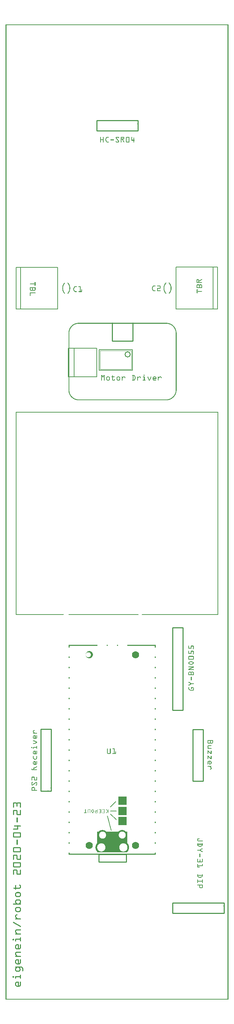
<source format=gto>
G04 MADE WITH FRITZING*
G04 WWW.FRITZING.ORG*
G04 DOUBLE SIDED*
G04 HOLES PLATED*
G04 CONTOUR ON CENTER OF CONTOUR VECTOR*
%ASAXBY*%
%FSLAX23Y23*%
%MOIN*%
%OFA0B0*%
%SFA1.0B1.0*%
%ADD10C,0.070000*%
%ADD11C,0.058000X0.042*%
%ADD12R,0.276407X0.085497X0.256407X0.065497*%
%ADD13C,0.010000*%
%ADD14R,0.082490X0.082490*%
%ADD15R,0.408024X0.410378X0.396690X0.399044*%
%ADD16C,0.005667*%
%ADD17C,0.005000*%
%ADD18C,0.005673*%
%ADD19C,0.008000*%
%ADD20C,0.002000*%
%ADD21R,0.001000X0.001000*%
%LNSILK1*%
G90*
G70*
G54D10*
X813Y1495D03*
X1262Y1495D03*
X1262Y3342D03*
G54D11*
X1185Y6252D03*
G54D13*
X906Y1409D02*
X1172Y1409D01*
X1172Y1333D01*
X906Y1333D01*
X906Y1409D01*
D02*
G54D14*
X1136Y1927D03*
X1136Y1829D03*
X1136Y1731D03*
G54D16*
X1657Y7096D02*
X2060Y7096D01*
X2060Y6691D01*
X1657Y6691D01*
X1657Y7096D01*
D02*
X103Y7094D02*
X505Y7094D01*
X505Y6690D01*
X103Y6690D01*
X103Y7094D01*
D02*
G54D17*
X1025Y1641D02*
X990Y1781D01*
D02*
X1076Y1743D02*
X1019Y1796D01*
D02*
X1074Y1922D02*
X1021Y1866D01*
D02*
X1075Y1826D02*
X1021Y1826D01*
G54D18*
D02*
X2016Y7095D02*
X2016Y6692D01*
D02*
X147Y6690D02*
X147Y7094D01*
G54D13*
D02*
X1819Y2617D02*
X1819Y2117D01*
D02*
X1819Y2117D02*
X1919Y2117D01*
D02*
X1919Y2117D02*
X1919Y2617D01*
D02*
X1919Y2617D02*
X1819Y2617D01*
D02*
X2122Y937D02*
X1622Y937D01*
D02*
X1622Y937D02*
X1622Y837D01*
D02*
X1622Y837D02*
X2122Y837D01*
D02*
X2122Y837D02*
X2122Y937D01*
D02*
X442Y2020D02*
X442Y2620D01*
D02*
X442Y2620D02*
X342Y2620D01*
D02*
X342Y2620D02*
X342Y2020D01*
D02*
X342Y2020D02*
X442Y2020D01*
D02*
X1285Y8516D02*
X885Y8516D01*
D02*
X885Y8516D02*
X885Y8416D01*
D02*
X885Y8416D02*
X1285Y8416D01*
D02*
X1285Y8416D02*
X1285Y8516D01*
D02*
X1622Y3604D02*
X1622Y2804D01*
D02*
X1622Y2804D02*
X1722Y2804D01*
D02*
X1722Y2804D02*
X1722Y3604D01*
D02*
X1722Y3604D02*
X1622Y3604D01*
D02*
X1036Y6557D02*
X1036Y6382D01*
D02*
X1036Y6382D02*
X1236Y6382D01*
D02*
X1236Y6382D02*
X1236Y6557D01*
G54D19*
D02*
X885Y6311D02*
X665Y6311D01*
D02*
X665Y6311D02*
X609Y6311D01*
D02*
X609Y6311D02*
X609Y6035D01*
D02*
X609Y6035D02*
X665Y6035D01*
D02*
X665Y6035D02*
X885Y6035D01*
D02*
X885Y6035D02*
X885Y6311D01*
D02*
X665Y6311D02*
X665Y6035D01*
D02*
X1234Y6297D02*
X909Y6297D01*
D02*
X909Y6297D02*
X909Y6097D01*
D02*
X909Y6097D02*
X1234Y6097D01*
D02*
X1234Y6297D02*
X1234Y6097D01*
G54D20*
D02*
X1224Y6287D02*
X919Y6287D01*
D02*
X919Y6107D02*
X919Y6287D01*
D02*
X919Y6107D02*
X1224Y6107D01*
D02*
X1224Y6287D02*
X1224Y6107D01*
G54D19*
D02*
X613Y6035D02*
X613Y6311D01*
D02*
X611Y6035D02*
X613Y6035D01*
D02*
X611Y6311D02*
X613Y6311D01*
G54D21*
X1Y9448D02*
X2165Y9448D01*
X1Y9447D02*
X2165Y9447D01*
X1Y9446D02*
X2165Y9446D01*
X1Y9445D02*
X2165Y9445D01*
X1Y9444D02*
X2165Y9444D01*
X1Y9443D02*
X2165Y9443D01*
X1Y9442D02*
X2165Y9442D01*
X1Y9441D02*
X2165Y9441D01*
X1Y9440D02*
X8Y9440D01*
X2158Y9440D02*
X2165Y9440D01*
X1Y9439D02*
X8Y9439D01*
X2158Y9439D02*
X2165Y9439D01*
X1Y9438D02*
X8Y9438D01*
X2158Y9438D02*
X2165Y9438D01*
X1Y9437D02*
X8Y9437D01*
X2158Y9437D02*
X2165Y9437D01*
X1Y9436D02*
X8Y9436D01*
X2158Y9436D02*
X2165Y9436D01*
X1Y9435D02*
X8Y9435D01*
X2158Y9435D02*
X2165Y9435D01*
X1Y9434D02*
X8Y9434D01*
X2158Y9434D02*
X2165Y9434D01*
X1Y9433D02*
X8Y9433D01*
X2158Y9433D02*
X2165Y9433D01*
X1Y9432D02*
X8Y9432D01*
X2158Y9432D02*
X2165Y9432D01*
X1Y9431D02*
X8Y9431D01*
X2158Y9431D02*
X2165Y9431D01*
X1Y9430D02*
X8Y9430D01*
X2158Y9430D02*
X2165Y9430D01*
X1Y9429D02*
X8Y9429D01*
X2158Y9429D02*
X2165Y9429D01*
X1Y9428D02*
X8Y9428D01*
X2158Y9428D02*
X2165Y9428D01*
X1Y9427D02*
X8Y9427D01*
X2158Y9427D02*
X2165Y9427D01*
X1Y9426D02*
X8Y9426D01*
X2158Y9426D02*
X2165Y9426D01*
X1Y9425D02*
X8Y9425D01*
X2158Y9425D02*
X2165Y9425D01*
X1Y9424D02*
X8Y9424D01*
X2158Y9424D02*
X2165Y9424D01*
X1Y9423D02*
X8Y9423D01*
X2158Y9423D02*
X2165Y9423D01*
X1Y9422D02*
X8Y9422D01*
X2158Y9422D02*
X2165Y9422D01*
X1Y9421D02*
X8Y9421D01*
X2158Y9421D02*
X2165Y9421D01*
X1Y9420D02*
X8Y9420D01*
X2158Y9420D02*
X2165Y9420D01*
X1Y9419D02*
X8Y9419D01*
X2158Y9419D02*
X2165Y9419D01*
X1Y9418D02*
X8Y9418D01*
X2158Y9418D02*
X2165Y9418D01*
X1Y9417D02*
X8Y9417D01*
X2158Y9417D02*
X2165Y9417D01*
X1Y9416D02*
X8Y9416D01*
X2158Y9416D02*
X2165Y9416D01*
X1Y9415D02*
X8Y9415D01*
X2158Y9415D02*
X2165Y9415D01*
X1Y9414D02*
X8Y9414D01*
X2158Y9414D02*
X2165Y9414D01*
X1Y9413D02*
X8Y9413D01*
X2158Y9413D02*
X2165Y9413D01*
X1Y9412D02*
X8Y9412D01*
X2158Y9412D02*
X2165Y9412D01*
X1Y9411D02*
X8Y9411D01*
X2158Y9411D02*
X2165Y9411D01*
X1Y9410D02*
X8Y9410D01*
X2158Y9410D02*
X2165Y9410D01*
X1Y9409D02*
X8Y9409D01*
X2158Y9409D02*
X2165Y9409D01*
X1Y9408D02*
X8Y9408D01*
X2158Y9408D02*
X2165Y9408D01*
X1Y9407D02*
X8Y9407D01*
X2158Y9407D02*
X2165Y9407D01*
X1Y9406D02*
X8Y9406D01*
X2158Y9406D02*
X2165Y9406D01*
X1Y9405D02*
X8Y9405D01*
X2158Y9405D02*
X2165Y9405D01*
X1Y9404D02*
X8Y9404D01*
X2158Y9404D02*
X2165Y9404D01*
X1Y9403D02*
X8Y9403D01*
X2158Y9403D02*
X2165Y9403D01*
X1Y9402D02*
X8Y9402D01*
X2158Y9402D02*
X2165Y9402D01*
X1Y9401D02*
X8Y9401D01*
X2158Y9401D02*
X2165Y9401D01*
X1Y9400D02*
X8Y9400D01*
X2158Y9400D02*
X2165Y9400D01*
X1Y9399D02*
X8Y9399D01*
X2158Y9399D02*
X2165Y9399D01*
X1Y9398D02*
X8Y9398D01*
X2158Y9398D02*
X2165Y9398D01*
X1Y9397D02*
X8Y9397D01*
X2158Y9397D02*
X2165Y9397D01*
X1Y9396D02*
X8Y9396D01*
X2158Y9396D02*
X2165Y9396D01*
X1Y9395D02*
X8Y9395D01*
X2158Y9395D02*
X2165Y9395D01*
X1Y9394D02*
X8Y9394D01*
X2158Y9394D02*
X2165Y9394D01*
X1Y9393D02*
X8Y9393D01*
X2158Y9393D02*
X2165Y9393D01*
X1Y9392D02*
X8Y9392D01*
X2158Y9392D02*
X2165Y9392D01*
X1Y9391D02*
X8Y9391D01*
X2158Y9391D02*
X2165Y9391D01*
X1Y9390D02*
X8Y9390D01*
X2158Y9390D02*
X2165Y9390D01*
X1Y9389D02*
X8Y9389D01*
X2158Y9389D02*
X2165Y9389D01*
X1Y9388D02*
X8Y9388D01*
X2158Y9388D02*
X2165Y9388D01*
X1Y9387D02*
X8Y9387D01*
X2158Y9387D02*
X2165Y9387D01*
X1Y9386D02*
X8Y9386D01*
X2158Y9386D02*
X2165Y9386D01*
X1Y9385D02*
X8Y9385D01*
X2158Y9385D02*
X2165Y9385D01*
X1Y9384D02*
X8Y9384D01*
X2158Y9384D02*
X2165Y9384D01*
X1Y9383D02*
X8Y9383D01*
X2158Y9383D02*
X2165Y9383D01*
X1Y9382D02*
X8Y9382D01*
X2158Y9382D02*
X2165Y9382D01*
X1Y9381D02*
X8Y9381D01*
X2158Y9381D02*
X2165Y9381D01*
X1Y9380D02*
X8Y9380D01*
X2158Y9380D02*
X2165Y9380D01*
X1Y9379D02*
X8Y9379D01*
X2158Y9379D02*
X2165Y9379D01*
X1Y9378D02*
X8Y9378D01*
X2158Y9378D02*
X2165Y9378D01*
X1Y9377D02*
X8Y9377D01*
X2158Y9377D02*
X2165Y9377D01*
X1Y9376D02*
X8Y9376D01*
X2158Y9376D02*
X2165Y9376D01*
X1Y9375D02*
X8Y9375D01*
X2158Y9375D02*
X2165Y9375D01*
X1Y9374D02*
X8Y9374D01*
X2158Y9374D02*
X2165Y9374D01*
X1Y9373D02*
X8Y9373D01*
X2158Y9373D02*
X2165Y9373D01*
X1Y9372D02*
X8Y9372D01*
X2158Y9372D02*
X2165Y9372D01*
X1Y9371D02*
X8Y9371D01*
X2158Y9371D02*
X2165Y9371D01*
X1Y9370D02*
X8Y9370D01*
X2158Y9370D02*
X2165Y9370D01*
X1Y9369D02*
X8Y9369D01*
X2158Y9369D02*
X2165Y9369D01*
X1Y9368D02*
X8Y9368D01*
X2158Y9368D02*
X2165Y9368D01*
X1Y9367D02*
X8Y9367D01*
X2158Y9367D02*
X2165Y9367D01*
X1Y9366D02*
X8Y9366D01*
X2158Y9366D02*
X2165Y9366D01*
X1Y9365D02*
X8Y9365D01*
X2158Y9365D02*
X2165Y9365D01*
X1Y9364D02*
X8Y9364D01*
X2158Y9364D02*
X2165Y9364D01*
X1Y9363D02*
X8Y9363D01*
X2158Y9363D02*
X2165Y9363D01*
X1Y9362D02*
X8Y9362D01*
X2158Y9362D02*
X2165Y9362D01*
X1Y9361D02*
X8Y9361D01*
X2158Y9361D02*
X2165Y9361D01*
X1Y9360D02*
X8Y9360D01*
X2158Y9360D02*
X2165Y9360D01*
X1Y9359D02*
X8Y9359D01*
X2158Y9359D02*
X2165Y9359D01*
X1Y9358D02*
X8Y9358D01*
X2158Y9358D02*
X2165Y9358D01*
X1Y9357D02*
X8Y9357D01*
X2158Y9357D02*
X2165Y9357D01*
X1Y9356D02*
X8Y9356D01*
X2158Y9356D02*
X2165Y9356D01*
X1Y9355D02*
X8Y9355D01*
X2158Y9355D02*
X2165Y9355D01*
X1Y9354D02*
X8Y9354D01*
X2158Y9354D02*
X2165Y9354D01*
X1Y9353D02*
X8Y9353D01*
X2158Y9353D02*
X2165Y9353D01*
X1Y9352D02*
X8Y9352D01*
X2158Y9352D02*
X2165Y9352D01*
X1Y9351D02*
X8Y9351D01*
X2158Y9351D02*
X2165Y9351D01*
X1Y9350D02*
X8Y9350D01*
X2158Y9350D02*
X2165Y9350D01*
X1Y9349D02*
X8Y9349D01*
X2158Y9349D02*
X2165Y9349D01*
X1Y9348D02*
X8Y9348D01*
X2158Y9348D02*
X2165Y9348D01*
X1Y9347D02*
X8Y9347D01*
X2158Y9347D02*
X2165Y9347D01*
X1Y9346D02*
X8Y9346D01*
X2158Y9346D02*
X2165Y9346D01*
X1Y9345D02*
X8Y9345D01*
X2158Y9345D02*
X2165Y9345D01*
X1Y9344D02*
X8Y9344D01*
X2158Y9344D02*
X2165Y9344D01*
X1Y9343D02*
X8Y9343D01*
X2158Y9343D02*
X2165Y9343D01*
X1Y9342D02*
X8Y9342D01*
X2158Y9342D02*
X2165Y9342D01*
X1Y9341D02*
X8Y9341D01*
X2158Y9341D02*
X2165Y9341D01*
X1Y9340D02*
X8Y9340D01*
X2158Y9340D02*
X2165Y9340D01*
X1Y9339D02*
X8Y9339D01*
X2158Y9339D02*
X2165Y9339D01*
X1Y9338D02*
X8Y9338D01*
X2158Y9338D02*
X2165Y9338D01*
X1Y9337D02*
X8Y9337D01*
X2158Y9337D02*
X2165Y9337D01*
X1Y9336D02*
X8Y9336D01*
X2158Y9336D02*
X2165Y9336D01*
X1Y9335D02*
X8Y9335D01*
X2158Y9335D02*
X2165Y9335D01*
X1Y9334D02*
X8Y9334D01*
X2158Y9334D02*
X2165Y9334D01*
X1Y9333D02*
X8Y9333D01*
X2158Y9333D02*
X2165Y9333D01*
X1Y9332D02*
X8Y9332D01*
X2158Y9332D02*
X2165Y9332D01*
X1Y9331D02*
X8Y9331D01*
X2158Y9331D02*
X2165Y9331D01*
X1Y9330D02*
X8Y9330D01*
X2158Y9330D02*
X2165Y9330D01*
X1Y9329D02*
X8Y9329D01*
X2158Y9329D02*
X2165Y9329D01*
X1Y9328D02*
X8Y9328D01*
X2158Y9328D02*
X2165Y9328D01*
X1Y9327D02*
X8Y9327D01*
X2158Y9327D02*
X2165Y9327D01*
X1Y9326D02*
X8Y9326D01*
X2158Y9326D02*
X2165Y9326D01*
X1Y9325D02*
X8Y9325D01*
X2158Y9325D02*
X2165Y9325D01*
X1Y9324D02*
X8Y9324D01*
X2158Y9324D02*
X2165Y9324D01*
X1Y9323D02*
X8Y9323D01*
X2158Y9323D02*
X2165Y9323D01*
X1Y9322D02*
X8Y9322D01*
X2158Y9322D02*
X2165Y9322D01*
X1Y9321D02*
X8Y9321D01*
X2158Y9321D02*
X2165Y9321D01*
X1Y9320D02*
X8Y9320D01*
X2158Y9320D02*
X2165Y9320D01*
X1Y9319D02*
X8Y9319D01*
X2158Y9319D02*
X2165Y9319D01*
X1Y9318D02*
X8Y9318D01*
X2158Y9318D02*
X2165Y9318D01*
X1Y9317D02*
X8Y9317D01*
X2158Y9317D02*
X2165Y9317D01*
X1Y9316D02*
X8Y9316D01*
X2158Y9316D02*
X2165Y9316D01*
X1Y9315D02*
X8Y9315D01*
X2158Y9315D02*
X2165Y9315D01*
X1Y9314D02*
X8Y9314D01*
X2158Y9314D02*
X2165Y9314D01*
X1Y9313D02*
X8Y9313D01*
X2158Y9313D02*
X2165Y9313D01*
X1Y9312D02*
X8Y9312D01*
X2158Y9312D02*
X2165Y9312D01*
X1Y9311D02*
X8Y9311D01*
X2158Y9311D02*
X2165Y9311D01*
X1Y9310D02*
X8Y9310D01*
X2158Y9310D02*
X2165Y9310D01*
X1Y9309D02*
X8Y9309D01*
X2158Y9309D02*
X2165Y9309D01*
X1Y9308D02*
X8Y9308D01*
X2158Y9308D02*
X2165Y9308D01*
X1Y9307D02*
X8Y9307D01*
X2158Y9307D02*
X2165Y9307D01*
X1Y9306D02*
X8Y9306D01*
X2158Y9306D02*
X2165Y9306D01*
X1Y9305D02*
X8Y9305D01*
X2158Y9305D02*
X2165Y9305D01*
X1Y9304D02*
X8Y9304D01*
X2158Y9304D02*
X2165Y9304D01*
X1Y9303D02*
X8Y9303D01*
X2158Y9303D02*
X2165Y9303D01*
X1Y9302D02*
X8Y9302D01*
X2158Y9302D02*
X2165Y9302D01*
X1Y9301D02*
X8Y9301D01*
X2158Y9301D02*
X2165Y9301D01*
X1Y9300D02*
X8Y9300D01*
X2158Y9300D02*
X2165Y9300D01*
X1Y9299D02*
X8Y9299D01*
X2158Y9299D02*
X2165Y9299D01*
X1Y9298D02*
X8Y9298D01*
X2158Y9298D02*
X2165Y9298D01*
X1Y9297D02*
X8Y9297D01*
X2158Y9297D02*
X2165Y9297D01*
X1Y9296D02*
X8Y9296D01*
X2158Y9296D02*
X2165Y9296D01*
X1Y9295D02*
X8Y9295D01*
X2158Y9295D02*
X2165Y9295D01*
X1Y9294D02*
X8Y9294D01*
X2158Y9294D02*
X2165Y9294D01*
X1Y9293D02*
X8Y9293D01*
X2158Y9293D02*
X2165Y9293D01*
X1Y9292D02*
X8Y9292D01*
X2158Y9292D02*
X2165Y9292D01*
X1Y9291D02*
X8Y9291D01*
X2158Y9291D02*
X2165Y9291D01*
X1Y9290D02*
X8Y9290D01*
X2158Y9290D02*
X2165Y9290D01*
X1Y9289D02*
X8Y9289D01*
X2158Y9289D02*
X2165Y9289D01*
X1Y9288D02*
X8Y9288D01*
X2158Y9288D02*
X2165Y9288D01*
X1Y9287D02*
X8Y9287D01*
X2158Y9287D02*
X2165Y9287D01*
X1Y9286D02*
X8Y9286D01*
X2158Y9286D02*
X2165Y9286D01*
X1Y9285D02*
X8Y9285D01*
X2158Y9285D02*
X2165Y9285D01*
X1Y9284D02*
X8Y9284D01*
X2158Y9284D02*
X2165Y9284D01*
X1Y9283D02*
X8Y9283D01*
X2158Y9283D02*
X2165Y9283D01*
X1Y9282D02*
X8Y9282D01*
X2158Y9282D02*
X2165Y9282D01*
X1Y9281D02*
X8Y9281D01*
X2158Y9281D02*
X2165Y9281D01*
X1Y9280D02*
X8Y9280D01*
X2158Y9280D02*
X2165Y9280D01*
X1Y9279D02*
X8Y9279D01*
X2158Y9279D02*
X2165Y9279D01*
X1Y9278D02*
X8Y9278D01*
X2158Y9278D02*
X2165Y9278D01*
X1Y9277D02*
X8Y9277D01*
X2158Y9277D02*
X2165Y9277D01*
X1Y9276D02*
X8Y9276D01*
X2158Y9276D02*
X2165Y9276D01*
X1Y9275D02*
X8Y9275D01*
X2158Y9275D02*
X2165Y9275D01*
X1Y9274D02*
X8Y9274D01*
X2158Y9274D02*
X2165Y9274D01*
X1Y9273D02*
X8Y9273D01*
X2158Y9273D02*
X2165Y9273D01*
X1Y9272D02*
X8Y9272D01*
X2158Y9272D02*
X2165Y9272D01*
X1Y9271D02*
X8Y9271D01*
X2158Y9271D02*
X2165Y9271D01*
X1Y9270D02*
X8Y9270D01*
X2158Y9270D02*
X2165Y9270D01*
X1Y9269D02*
X8Y9269D01*
X2158Y9269D02*
X2165Y9269D01*
X1Y9268D02*
X8Y9268D01*
X2158Y9268D02*
X2165Y9268D01*
X1Y9267D02*
X8Y9267D01*
X2158Y9267D02*
X2165Y9267D01*
X1Y9266D02*
X8Y9266D01*
X2158Y9266D02*
X2165Y9266D01*
X1Y9265D02*
X8Y9265D01*
X2158Y9265D02*
X2165Y9265D01*
X1Y9264D02*
X8Y9264D01*
X2158Y9264D02*
X2165Y9264D01*
X1Y9263D02*
X8Y9263D01*
X2158Y9263D02*
X2165Y9263D01*
X1Y9262D02*
X8Y9262D01*
X2158Y9262D02*
X2165Y9262D01*
X1Y9261D02*
X8Y9261D01*
X2158Y9261D02*
X2165Y9261D01*
X1Y9260D02*
X8Y9260D01*
X2158Y9260D02*
X2165Y9260D01*
X1Y9259D02*
X8Y9259D01*
X2158Y9259D02*
X2165Y9259D01*
X1Y9258D02*
X8Y9258D01*
X2158Y9258D02*
X2165Y9258D01*
X1Y9257D02*
X8Y9257D01*
X2158Y9257D02*
X2165Y9257D01*
X1Y9256D02*
X8Y9256D01*
X2158Y9256D02*
X2165Y9256D01*
X1Y9255D02*
X8Y9255D01*
X2158Y9255D02*
X2165Y9255D01*
X1Y9254D02*
X8Y9254D01*
X2158Y9254D02*
X2165Y9254D01*
X1Y9253D02*
X8Y9253D01*
X2158Y9253D02*
X2165Y9253D01*
X1Y9252D02*
X8Y9252D01*
X2158Y9252D02*
X2165Y9252D01*
X1Y9251D02*
X8Y9251D01*
X2158Y9251D02*
X2165Y9251D01*
X1Y9250D02*
X8Y9250D01*
X2158Y9250D02*
X2165Y9250D01*
X1Y9249D02*
X8Y9249D01*
X2158Y9249D02*
X2165Y9249D01*
X1Y9248D02*
X8Y9248D01*
X2158Y9248D02*
X2165Y9248D01*
X1Y9247D02*
X8Y9247D01*
X2158Y9247D02*
X2165Y9247D01*
X1Y9246D02*
X8Y9246D01*
X2158Y9246D02*
X2165Y9246D01*
X1Y9245D02*
X8Y9245D01*
X2158Y9245D02*
X2165Y9245D01*
X1Y9244D02*
X8Y9244D01*
X2158Y9244D02*
X2165Y9244D01*
X1Y9243D02*
X8Y9243D01*
X2158Y9243D02*
X2165Y9243D01*
X1Y9242D02*
X8Y9242D01*
X2158Y9242D02*
X2165Y9242D01*
X1Y9241D02*
X8Y9241D01*
X2158Y9241D02*
X2165Y9241D01*
X1Y9240D02*
X8Y9240D01*
X2158Y9240D02*
X2165Y9240D01*
X1Y9239D02*
X8Y9239D01*
X2158Y9239D02*
X2165Y9239D01*
X1Y9238D02*
X8Y9238D01*
X2158Y9238D02*
X2165Y9238D01*
X1Y9237D02*
X8Y9237D01*
X2158Y9237D02*
X2165Y9237D01*
X1Y9236D02*
X8Y9236D01*
X2158Y9236D02*
X2165Y9236D01*
X1Y9235D02*
X8Y9235D01*
X2158Y9235D02*
X2165Y9235D01*
X1Y9234D02*
X8Y9234D01*
X2158Y9234D02*
X2165Y9234D01*
X1Y9233D02*
X8Y9233D01*
X2158Y9233D02*
X2165Y9233D01*
X1Y9232D02*
X8Y9232D01*
X2158Y9232D02*
X2165Y9232D01*
X1Y9231D02*
X8Y9231D01*
X2158Y9231D02*
X2165Y9231D01*
X1Y9230D02*
X8Y9230D01*
X2158Y9230D02*
X2165Y9230D01*
X1Y9229D02*
X8Y9229D01*
X2158Y9229D02*
X2165Y9229D01*
X1Y9228D02*
X8Y9228D01*
X2158Y9228D02*
X2165Y9228D01*
X1Y9227D02*
X8Y9227D01*
X2158Y9227D02*
X2165Y9227D01*
X1Y9226D02*
X8Y9226D01*
X2158Y9226D02*
X2165Y9226D01*
X1Y9225D02*
X8Y9225D01*
X2158Y9225D02*
X2165Y9225D01*
X1Y9224D02*
X8Y9224D01*
X2158Y9224D02*
X2165Y9224D01*
X1Y9223D02*
X8Y9223D01*
X2158Y9223D02*
X2165Y9223D01*
X1Y9222D02*
X8Y9222D01*
X2158Y9222D02*
X2165Y9222D01*
X1Y9221D02*
X8Y9221D01*
X2158Y9221D02*
X2165Y9221D01*
X1Y9220D02*
X8Y9220D01*
X2158Y9220D02*
X2165Y9220D01*
X1Y9219D02*
X8Y9219D01*
X2158Y9219D02*
X2165Y9219D01*
X1Y9218D02*
X8Y9218D01*
X2158Y9218D02*
X2165Y9218D01*
X1Y9217D02*
X8Y9217D01*
X2158Y9217D02*
X2165Y9217D01*
X1Y9216D02*
X8Y9216D01*
X2158Y9216D02*
X2165Y9216D01*
X1Y9215D02*
X8Y9215D01*
X2158Y9215D02*
X2165Y9215D01*
X1Y9214D02*
X8Y9214D01*
X2158Y9214D02*
X2165Y9214D01*
X1Y9213D02*
X8Y9213D01*
X2158Y9213D02*
X2165Y9213D01*
X1Y9212D02*
X8Y9212D01*
X2158Y9212D02*
X2165Y9212D01*
X1Y9211D02*
X8Y9211D01*
X2158Y9211D02*
X2165Y9211D01*
X1Y9210D02*
X8Y9210D01*
X2158Y9210D02*
X2165Y9210D01*
X1Y9209D02*
X8Y9209D01*
X2158Y9209D02*
X2165Y9209D01*
X1Y9208D02*
X8Y9208D01*
X2158Y9208D02*
X2165Y9208D01*
X1Y9207D02*
X8Y9207D01*
X2158Y9207D02*
X2165Y9207D01*
X1Y9206D02*
X8Y9206D01*
X2158Y9206D02*
X2165Y9206D01*
X1Y9205D02*
X8Y9205D01*
X2158Y9205D02*
X2165Y9205D01*
X1Y9204D02*
X8Y9204D01*
X2158Y9204D02*
X2165Y9204D01*
X1Y9203D02*
X8Y9203D01*
X2158Y9203D02*
X2165Y9203D01*
X1Y9202D02*
X8Y9202D01*
X2158Y9202D02*
X2165Y9202D01*
X1Y9201D02*
X8Y9201D01*
X2158Y9201D02*
X2165Y9201D01*
X1Y9200D02*
X8Y9200D01*
X2158Y9200D02*
X2165Y9200D01*
X1Y9199D02*
X8Y9199D01*
X2158Y9199D02*
X2165Y9199D01*
X1Y9198D02*
X8Y9198D01*
X2158Y9198D02*
X2165Y9198D01*
X1Y9197D02*
X8Y9197D01*
X2158Y9197D02*
X2165Y9197D01*
X1Y9196D02*
X8Y9196D01*
X2158Y9196D02*
X2165Y9196D01*
X1Y9195D02*
X8Y9195D01*
X2158Y9195D02*
X2165Y9195D01*
X1Y9194D02*
X8Y9194D01*
X2158Y9194D02*
X2165Y9194D01*
X1Y9193D02*
X8Y9193D01*
X2158Y9193D02*
X2165Y9193D01*
X1Y9192D02*
X8Y9192D01*
X2158Y9192D02*
X2165Y9192D01*
X1Y9191D02*
X8Y9191D01*
X2158Y9191D02*
X2165Y9191D01*
X1Y9190D02*
X8Y9190D01*
X2158Y9190D02*
X2165Y9190D01*
X1Y9189D02*
X8Y9189D01*
X2158Y9189D02*
X2165Y9189D01*
X1Y9188D02*
X8Y9188D01*
X2158Y9188D02*
X2165Y9188D01*
X1Y9187D02*
X8Y9187D01*
X2158Y9187D02*
X2165Y9187D01*
X1Y9186D02*
X8Y9186D01*
X2158Y9186D02*
X2165Y9186D01*
X1Y9185D02*
X8Y9185D01*
X2158Y9185D02*
X2165Y9185D01*
X1Y9184D02*
X8Y9184D01*
X2158Y9184D02*
X2165Y9184D01*
X1Y9183D02*
X8Y9183D01*
X2158Y9183D02*
X2165Y9183D01*
X1Y9182D02*
X8Y9182D01*
X2158Y9182D02*
X2165Y9182D01*
X1Y9181D02*
X8Y9181D01*
X2158Y9181D02*
X2165Y9181D01*
X1Y9180D02*
X8Y9180D01*
X2158Y9180D02*
X2165Y9180D01*
X1Y9179D02*
X8Y9179D01*
X2158Y9179D02*
X2165Y9179D01*
X1Y9178D02*
X8Y9178D01*
X2158Y9178D02*
X2165Y9178D01*
X1Y9177D02*
X8Y9177D01*
X2158Y9177D02*
X2165Y9177D01*
X1Y9176D02*
X8Y9176D01*
X2158Y9176D02*
X2165Y9176D01*
X1Y9175D02*
X8Y9175D01*
X2158Y9175D02*
X2165Y9175D01*
X1Y9174D02*
X8Y9174D01*
X2158Y9174D02*
X2165Y9174D01*
X1Y9173D02*
X8Y9173D01*
X2158Y9173D02*
X2165Y9173D01*
X1Y9172D02*
X8Y9172D01*
X2158Y9172D02*
X2165Y9172D01*
X1Y9171D02*
X8Y9171D01*
X2158Y9171D02*
X2165Y9171D01*
X1Y9170D02*
X8Y9170D01*
X2158Y9170D02*
X2165Y9170D01*
X1Y9169D02*
X8Y9169D01*
X2158Y9169D02*
X2165Y9169D01*
X1Y9168D02*
X8Y9168D01*
X2158Y9168D02*
X2165Y9168D01*
X1Y9167D02*
X8Y9167D01*
X2158Y9167D02*
X2165Y9167D01*
X1Y9166D02*
X8Y9166D01*
X2158Y9166D02*
X2165Y9166D01*
X1Y9165D02*
X8Y9165D01*
X2158Y9165D02*
X2165Y9165D01*
X1Y9164D02*
X8Y9164D01*
X2158Y9164D02*
X2165Y9164D01*
X1Y9163D02*
X8Y9163D01*
X2158Y9163D02*
X2165Y9163D01*
X1Y9162D02*
X8Y9162D01*
X2158Y9162D02*
X2165Y9162D01*
X1Y9161D02*
X8Y9161D01*
X2158Y9161D02*
X2165Y9161D01*
X1Y9160D02*
X8Y9160D01*
X2158Y9160D02*
X2165Y9160D01*
X1Y9159D02*
X8Y9159D01*
X2158Y9159D02*
X2165Y9159D01*
X1Y9158D02*
X8Y9158D01*
X2158Y9158D02*
X2165Y9158D01*
X1Y9157D02*
X8Y9157D01*
X2158Y9157D02*
X2165Y9157D01*
X1Y9156D02*
X8Y9156D01*
X2158Y9156D02*
X2165Y9156D01*
X1Y9155D02*
X8Y9155D01*
X2158Y9155D02*
X2165Y9155D01*
X1Y9154D02*
X8Y9154D01*
X2158Y9154D02*
X2165Y9154D01*
X1Y9153D02*
X8Y9153D01*
X2158Y9153D02*
X2165Y9153D01*
X1Y9152D02*
X8Y9152D01*
X2158Y9152D02*
X2165Y9152D01*
X1Y9151D02*
X8Y9151D01*
X2158Y9151D02*
X2165Y9151D01*
X1Y9150D02*
X8Y9150D01*
X2158Y9150D02*
X2165Y9150D01*
X1Y9149D02*
X8Y9149D01*
X2158Y9149D02*
X2165Y9149D01*
X1Y9148D02*
X8Y9148D01*
X2158Y9148D02*
X2165Y9148D01*
X1Y9147D02*
X8Y9147D01*
X2158Y9147D02*
X2165Y9147D01*
X1Y9146D02*
X8Y9146D01*
X2158Y9146D02*
X2165Y9146D01*
X1Y9145D02*
X8Y9145D01*
X2158Y9145D02*
X2165Y9145D01*
X1Y9144D02*
X8Y9144D01*
X2158Y9144D02*
X2165Y9144D01*
X1Y9143D02*
X8Y9143D01*
X2158Y9143D02*
X2165Y9143D01*
X1Y9142D02*
X8Y9142D01*
X2158Y9142D02*
X2165Y9142D01*
X1Y9141D02*
X8Y9141D01*
X2158Y9141D02*
X2165Y9141D01*
X1Y9140D02*
X8Y9140D01*
X2158Y9140D02*
X2165Y9140D01*
X1Y9139D02*
X8Y9139D01*
X2158Y9139D02*
X2165Y9139D01*
X1Y9138D02*
X8Y9138D01*
X2158Y9138D02*
X2165Y9138D01*
X1Y9137D02*
X8Y9137D01*
X2158Y9137D02*
X2165Y9137D01*
X1Y9136D02*
X8Y9136D01*
X2158Y9136D02*
X2165Y9136D01*
X1Y9135D02*
X8Y9135D01*
X2158Y9135D02*
X2165Y9135D01*
X1Y9134D02*
X8Y9134D01*
X2158Y9134D02*
X2165Y9134D01*
X1Y9133D02*
X8Y9133D01*
X2158Y9133D02*
X2165Y9133D01*
X1Y9132D02*
X8Y9132D01*
X2158Y9132D02*
X2165Y9132D01*
X1Y9131D02*
X8Y9131D01*
X2158Y9131D02*
X2165Y9131D01*
X1Y9130D02*
X8Y9130D01*
X2158Y9130D02*
X2165Y9130D01*
X1Y9129D02*
X8Y9129D01*
X2158Y9129D02*
X2165Y9129D01*
X1Y9128D02*
X8Y9128D01*
X2158Y9128D02*
X2165Y9128D01*
X1Y9127D02*
X8Y9127D01*
X2158Y9127D02*
X2165Y9127D01*
X1Y9126D02*
X8Y9126D01*
X2158Y9126D02*
X2165Y9126D01*
X1Y9125D02*
X8Y9125D01*
X2158Y9125D02*
X2165Y9125D01*
X1Y9124D02*
X8Y9124D01*
X2158Y9124D02*
X2165Y9124D01*
X1Y9123D02*
X8Y9123D01*
X2158Y9123D02*
X2165Y9123D01*
X1Y9122D02*
X8Y9122D01*
X2158Y9122D02*
X2165Y9122D01*
X1Y9121D02*
X8Y9121D01*
X2158Y9121D02*
X2165Y9121D01*
X1Y9120D02*
X8Y9120D01*
X2158Y9120D02*
X2165Y9120D01*
X1Y9119D02*
X8Y9119D01*
X2158Y9119D02*
X2165Y9119D01*
X1Y9118D02*
X8Y9118D01*
X2158Y9118D02*
X2165Y9118D01*
X1Y9117D02*
X8Y9117D01*
X2158Y9117D02*
X2165Y9117D01*
X1Y9116D02*
X8Y9116D01*
X2158Y9116D02*
X2165Y9116D01*
X1Y9115D02*
X8Y9115D01*
X2158Y9115D02*
X2165Y9115D01*
X1Y9114D02*
X8Y9114D01*
X2158Y9114D02*
X2165Y9114D01*
X1Y9113D02*
X8Y9113D01*
X2158Y9113D02*
X2165Y9113D01*
X1Y9112D02*
X8Y9112D01*
X2158Y9112D02*
X2165Y9112D01*
X1Y9111D02*
X8Y9111D01*
X2158Y9111D02*
X2165Y9111D01*
X1Y9110D02*
X8Y9110D01*
X2158Y9110D02*
X2165Y9110D01*
X1Y9109D02*
X8Y9109D01*
X2158Y9109D02*
X2165Y9109D01*
X1Y9108D02*
X8Y9108D01*
X2158Y9108D02*
X2165Y9108D01*
X1Y9107D02*
X8Y9107D01*
X2158Y9107D02*
X2165Y9107D01*
X1Y9106D02*
X8Y9106D01*
X2158Y9106D02*
X2165Y9106D01*
X1Y9105D02*
X8Y9105D01*
X2158Y9105D02*
X2165Y9105D01*
X1Y9104D02*
X8Y9104D01*
X2158Y9104D02*
X2165Y9104D01*
X1Y9103D02*
X8Y9103D01*
X2158Y9103D02*
X2165Y9103D01*
X1Y9102D02*
X8Y9102D01*
X2158Y9102D02*
X2165Y9102D01*
X1Y9101D02*
X8Y9101D01*
X2158Y9101D02*
X2165Y9101D01*
X1Y9100D02*
X8Y9100D01*
X2158Y9100D02*
X2165Y9100D01*
X1Y9099D02*
X8Y9099D01*
X2158Y9099D02*
X2165Y9099D01*
X1Y9098D02*
X8Y9098D01*
X2158Y9098D02*
X2165Y9098D01*
X1Y9097D02*
X8Y9097D01*
X2158Y9097D02*
X2165Y9097D01*
X1Y9096D02*
X8Y9096D01*
X2158Y9096D02*
X2165Y9096D01*
X1Y9095D02*
X8Y9095D01*
X2158Y9095D02*
X2165Y9095D01*
X1Y9094D02*
X8Y9094D01*
X2158Y9094D02*
X2165Y9094D01*
X1Y9093D02*
X8Y9093D01*
X2158Y9093D02*
X2165Y9093D01*
X1Y9092D02*
X8Y9092D01*
X2158Y9092D02*
X2165Y9092D01*
X1Y9091D02*
X8Y9091D01*
X2158Y9091D02*
X2165Y9091D01*
X1Y9090D02*
X8Y9090D01*
X2158Y9090D02*
X2165Y9090D01*
X1Y9089D02*
X8Y9089D01*
X2158Y9089D02*
X2165Y9089D01*
X1Y9088D02*
X8Y9088D01*
X2158Y9088D02*
X2165Y9088D01*
X1Y9087D02*
X8Y9087D01*
X2158Y9087D02*
X2165Y9087D01*
X1Y9086D02*
X8Y9086D01*
X2158Y9086D02*
X2165Y9086D01*
X1Y9085D02*
X8Y9085D01*
X2158Y9085D02*
X2165Y9085D01*
X1Y9084D02*
X8Y9084D01*
X2158Y9084D02*
X2165Y9084D01*
X1Y9083D02*
X8Y9083D01*
X2158Y9083D02*
X2165Y9083D01*
X1Y9082D02*
X8Y9082D01*
X2158Y9082D02*
X2165Y9082D01*
X1Y9081D02*
X8Y9081D01*
X2158Y9081D02*
X2165Y9081D01*
X1Y9080D02*
X8Y9080D01*
X2158Y9080D02*
X2165Y9080D01*
X1Y9079D02*
X8Y9079D01*
X2158Y9079D02*
X2165Y9079D01*
X1Y9078D02*
X8Y9078D01*
X2158Y9078D02*
X2165Y9078D01*
X1Y9077D02*
X8Y9077D01*
X2158Y9077D02*
X2165Y9077D01*
X1Y9076D02*
X8Y9076D01*
X2158Y9076D02*
X2165Y9076D01*
X1Y9075D02*
X8Y9075D01*
X2158Y9075D02*
X2165Y9075D01*
X1Y9074D02*
X8Y9074D01*
X2158Y9074D02*
X2165Y9074D01*
X1Y9073D02*
X8Y9073D01*
X2158Y9073D02*
X2165Y9073D01*
X1Y9072D02*
X8Y9072D01*
X2158Y9072D02*
X2165Y9072D01*
X1Y9071D02*
X8Y9071D01*
X2158Y9071D02*
X2165Y9071D01*
X1Y9070D02*
X8Y9070D01*
X2158Y9070D02*
X2165Y9070D01*
X1Y9069D02*
X8Y9069D01*
X2158Y9069D02*
X2165Y9069D01*
X1Y9068D02*
X8Y9068D01*
X2158Y9068D02*
X2165Y9068D01*
X1Y9067D02*
X8Y9067D01*
X2158Y9067D02*
X2165Y9067D01*
X1Y9066D02*
X8Y9066D01*
X2158Y9066D02*
X2165Y9066D01*
X1Y9065D02*
X8Y9065D01*
X2158Y9065D02*
X2165Y9065D01*
X1Y9064D02*
X8Y9064D01*
X2158Y9064D02*
X2165Y9064D01*
X1Y9063D02*
X8Y9063D01*
X2158Y9063D02*
X2165Y9063D01*
X1Y9062D02*
X8Y9062D01*
X2158Y9062D02*
X2165Y9062D01*
X1Y9061D02*
X8Y9061D01*
X2158Y9061D02*
X2165Y9061D01*
X1Y9060D02*
X8Y9060D01*
X2158Y9060D02*
X2165Y9060D01*
X1Y9059D02*
X8Y9059D01*
X2158Y9059D02*
X2165Y9059D01*
X1Y9058D02*
X8Y9058D01*
X2158Y9058D02*
X2165Y9058D01*
X1Y9057D02*
X8Y9057D01*
X2158Y9057D02*
X2165Y9057D01*
X1Y9056D02*
X8Y9056D01*
X2158Y9056D02*
X2165Y9056D01*
X1Y9055D02*
X8Y9055D01*
X2158Y9055D02*
X2165Y9055D01*
X1Y9054D02*
X8Y9054D01*
X2158Y9054D02*
X2165Y9054D01*
X1Y9053D02*
X8Y9053D01*
X2158Y9053D02*
X2165Y9053D01*
X1Y9052D02*
X8Y9052D01*
X2158Y9052D02*
X2165Y9052D01*
X1Y9051D02*
X8Y9051D01*
X2158Y9051D02*
X2165Y9051D01*
X1Y9050D02*
X8Y9050D01*
X2158Y9050D02*
X2165Y9050D01*
X1Y9049D02*
X8Y9049D01*
X2158Y9049D02*
X2165Y9049D01*
X1Y9048D02*
X8Y9048D01*
X2158Y9048D02*
X2165Y9048D01*
X1Y9047D02*
X8Y9047D01*
X2158Y9047D02*
X2165Y9047D01*
X1Y9046D02*
X8Y9046D01*
X2158Y9046D02*
X2165Y9046D01*
X1Y9045D02*
X8Y9045D01*
X2158Y9045D02*
X2165Y9045D01*
X1Y9044D02*
X8Y9044D01*
X2158Y9044D02*
X2165Y9044D01*
X1Y9043D02*
X8Y9043D01*
X2158Y9043D02*
X2165Y9043D01*
X1Y9042D02*
X8Y9042D01*
X2158Y9042D02*
X2165Y9042D01*
X1Y9041D02*
X8Y9041D01*
X2158Y9041D02*
X2165Y9041D01*
X1Y9040D02*
X8Y9040D01*
X2158Y9040D02*
X2165Y9040D01*
X1Y9039D02*
X8Y9039D01*
X2158Y9039D02*
X2165Y9039D01*
X1Y9038D02*
X8Y9038D01*
X2158Y9038D02*
X2165Y9038D01*
X1Y9037D02*
X8Y9037D01*
X2158Y9037D02*
X2165Y9037D01*
X1Y9036D02*
X8Y9036D01*
X2158Y9036D02*
X2165Y9036D01*
X1Y9035D02*
X8Y9035D01*
X2158Y9035D02*
X2165Y9035D01*
X1Y9034D02*
X8Y9034D01*
X2158Y9034D02*
X2165Y9034D01*
X1Y9033D02*
X8Y9033D01*
X2158Y9033D02*
X2165Y9033D01*
X1Y9032D02*
X8Y9032D01*
X2158Y9032D02*
X2165Y9032D01*
X1Y9031D02*
X8Y9031D01*
X2158Y9031D02*
X2165Y9031D01*
X1Y9030D02*
X8Y9030D01*
X2158Y9030D02*
X2165Y9030D01*
X1Y9029D02*
X8Y9029D01*
X2158Y9029D02*
X2165Y9029D01*
X1Y9028D02*
X8Y9028D01*
X2158Y9028D02*
X2165Y9028D01*
X1Y9027D02*
X8Y9027D01*
X2158Y9027D02*
X2165Y9027D01*
X1Y9026D02*
X8Y9026D01*
X2158Y9026D02*
X2165Y9026D01*
X1Y9025D02*
X8Y9025D01*
X2158Y9025D02*
X2165Y9025D01*
X1Y9024D02*
X8Y9024D01*
X2158Y9024D02*
X2165Y9024D01*
X1Y9023D02*
X8Y9023D01*
X2158Y9023D02*
X2165Y9023D01*
X1Y9022D02*
X8Y9022D01*
X2158Y9022D02*
X2165Y9022D01*
X1Y9021D02*
X8Y9021D01*
X2158Y9021D02*
X2165Y9021D01*
X1Y9020D02*
X8Y9020D01*
X2158Y9020D02*
X2165Y9020D01*
X1Y9019D02*
X8Y9019D01*
X2158Y9019D02*
X2165Y9019D01*
X1Y9018D02*
X8Y9018D01*
X2158Y9018D02*
X2165Y9018D01*
X1Y9017D02*
X8Y9017D01*
X2158Y9017D02*
X2165Y9017D01*
X1Y9016D02*
X8Y9016D01*
X2158Y9016D02*
X2165Y9016D01*
X1Y9015D02*
X8Y9015D01*
X2158Y9015D02*
X2165Y9015D01*
X1Y9014D02*
X8Y9014D01*
X2158Y9014D02*
X2165Y9014D01*
X1Y9013D02*
X8Y9013D01*
X2158Y9013D02*
X2165Y9013D01*
X1Y9012D02*
X8Y9012D01*
X2158Y9012D02*
X2165Y9012D01*
X1Y9011D02*
X8Y9011D01*
X2158Y9011D02*
X2165Y9011D01*
X1Y9010D02*
X8Y9010D01*
X2158Y9010D02*
X2165Y9010D01*
X1Y9009D02*
X8Y9009D01*
X2158Y9009D02*
X2165Y9009D01*
X1Y9008D02*
X8Y9008D01*
X2158Y9008D02*
X2165Y9008D01*
X1Y9007D02*
X8Y9007D01*
X2158Y9007D02*
X2165Y9007D01*
X1Y9006D02*
X8Y9006D01*
X2158Y9006D02*
X2165Y9006D01*
X1Y9005D02*
X8Y9005D01*
X2158Y9005D02*
X2165Y9005D01*
X1Y9004D02*
X8Y9004D01*
X2158Y9004D02*
X2165Y9004D01*
X1Y9003D02*
X8Y9003D01*
X2158Y9003D02*
X2165Y9003D01*
X1Y9002D02*
X8Y9002D01*
X2158Y9002D02*
X2165Y9002D01*
X1Y9001D02*
X8Y9001D01*
X2158Y9001D02*
X2165Y9001D01*
X1Y9000D02*
X8Y9000D01*
X2158Y9000D02*
X2165Y9000D01*
X1Y8999D02*
X8Y8999D01*
X2158Y8999D02*
X2165Y8999D01*
X1Y8998D02*
X8Y8998D01*
X2158Y8998D02*
X2165Y8998D01*
X1Y8997D02*
X8Y8997D01*
X2158Y8997D02*
X2165Y8997D01*
X1Y8996D02*
X8Y8996D01*
X2158Y8996D02*
X2165Y8996D01*
X1Y8995D02*
X8Y8995D01*
X2158Y8995D02*
X2165Y8995D01*
X1Y8994D02*
X8Y8994D01*
X2158Y8994D02*
X2165Y8994D01*
X1Y8993D02*
X8Y8993D01*
X2158Y8993D02*
X2165Y8993D01*
X1Y8992D02*
X8Y8992D01*
X2158Y8992D02*
X2165Y8992D01*
X1Y8991D02*
X8Y8991D01*
X2158Y8991D02*
X2165Y8991D01*
X1Y8990D02*
X8Y8990D01*
X2158Y8990D02*
X2165Y8990D01*
X1Y8989D02*
X8Y8989D01*
X2158Y8989D02*
X2165Y8989D01*
X1Y8988D02*
X8Y8988D01*
X2158Y8988D02*
X2165Y8988D01*
X1Y8987D02*
X8Y8987D01*
X2158Y8987D02*
X2165Y8987D01*
X1Y8986D02*
X8Y8986D01*
X2158Y8986D02*
X2165Y8986D01*
X1Y8985D02*
X8Y8985D01*
X2158Y8985D02*
X2165Y8985D01*
X1Y8984D02*
X8Y8984D01*
X2158Y8984D02*
X2165Y8984D01*
X1Y8983D02*
X8Y8983D01*
X2158Y8983D02*
X2165Y8983D01*
X1Y8982D02*
X8Y8982D01*
X2158Y8982D02*
X2165Y8982D01*
X1Y8981D02*
X8Y8981D01*
X2158Y8981D02*
X2165Y8981D01*
X1Y8980D02*
X8Y8980D01*
X2158Y8980D02*
X2165Y8980D01*
X1Y8979D02*
X8Y8979D01*
X2158Y8979D02*
X2165Y8979D01*
X1Y8978D02*
X8Y8978D01*
X2158Y8978D02*
X2165Y8978D01*
X1Y8977D02*
X8Y8977D01*
X2158Y8977D02*
X2165Y8977D01*
X1Y8976D02*
X8Y8976D01*
X2158Y8976D02*
X2165Y8976D01*
X1Y8975D02*
X8Y8975D01*
X2158Y8975D02*
X2165Y8975D01*
X1Y8974D02*
X8Y8974D01*
X2158Y8974D02*
X2165Y8974D01*
X1Y8973D02*
X8Y8973D01*
X2158Y8973D02*
X2165Y8973D01*
X1Y8972D02*
X8Y8972D01*
X2158Y8972D02*
X2165Y8972D01*
X1Y8971D02*
X8Y8971D01*
X2158Y8971D02*
X2165Y8971D01*
X1Y8970D02*
X8Y8970D01*
X2158Y8970D02*
X2165Y8970D01*
X1Y8969D02*
X8Y8969D01*
X2158Y8969D02*
X2165Y8969D01*
X1Y8968D02*
X8Y8968D01*
X2158Y8968D02*
X2165Y8968D01*
X1Y8967D02*
X8Y8967D01*
X2158Y8967D02*
X2165Y8967D01*
X1Y8966D02*
X8Y8966D01*
X2158Y8966D02*
X2165Y8966D01*
X1Y8965D02*
X8Y8965D01*
X2158Y8965D02*
X2165Y8965D01*
X1Y8964D02*
X8Y8964D01*
X2158Y8964D02*
X2165Y8964D01*
X1Y8963D02*
X8Y8963D01*
X2158Y8963D02*
X2165Y8963D01*
X1Y8962D02*
X8Y8962D01*
X2158Y8962D02*
X2165Y8962D01*
X1Y8961D02*
X8Y8961D01*
X2158Y8961D02*
X2165Y8961D01*
X1Y8960D02*
X8Y8960D01*
X2158Y8960D02*
X2165Y8960D01*
X1Y8959D02*
X8Y8959D01*
X2158Y8959D02*
X2165Y8959D01*
X1Y8958D02*
X8Y8958D01*
X2158Y8958D02*
X2165Y8958D01*
X1Y8957D02*
X8Y8957D01*
X2158Y8957D02*
X2165Y8957D01*
X1Y8956D02*
X8Y8956D01*
X2158Y8956D02*
X2165Y8956D01*
X1Y8955D02*
X8Y8955D01*
X2158Y8955D02*
X2165Y8955D01*
X1Y8954D02*
X8Y8954D01*
X2158Y8954D02*
X2165Y8954D01*
X1Y8953D02*
X8Y8953D01*
X2158Y8953D02*
X2165Y8953D01*
X1Y8952D02*
X8Y8952D01*
X2158Y8952D02*
X2165Y8952D01*
X1Y8951D02*
X8Y8951D01*
X2158Y8951D02*
X2165Y8951D01*
X1Y8950D02*
X8Y8950D01*
X2158Y8950D02*
X2165Y8950D01*
X1Y8949D02*
X8Y8949D01*
X2158Y8949D02*
X2165Y8949D01*
X1Y8948D02*
X8Y8948D01*
X2158Y8948D02*
X2165Y8948D01*
X1Y8947D02*
X8Y8947D01*
X2158Y8947D02*
X2165Y8947D01*
X1Y8946D02*
X8Y8946D01*
X2158Y8946D02*
X2165Y8946D01*
X1Y8945D02*
X8Y8945D01*
X2158Y8945D02*
X2165Y8945D01*
X1Y8944D02*
X8Y8944D01*
X2158Y8944D02*
X2165Y8944D01*
X1Y8943D02*
X8Y8943D01*
X2158Y8943D02*
X2165Y8943D01*
X1Y8942D02*
X8Y8942D01*
X2158Y8942D02*
X2165Y8942D01*
X1Y8941D02*
X8Y8941D01*
X2158Y8941D02*
X2165Y8941D01*
X1Y8940D02*
X8Y8940D01*
X2158Y8940D02*
X2165Y8940D01*
X1Y8939D02*
X8Y8939D01*
X2158Y8939D02*
X2165Y8939D01*
X1Y8938D02*
X8Y8938D01*
X2158Y8938D02*
X2165Y8938D01*
X1Y8937D02*
X8Y8937D01*
X2158Y8937D02*
X2165Y8937D01*
X1Y8936D02*
X8Y8936D01*
X2158Y8936D02*
X2165Y8936D01*
X1Y8935D02*
X8Y8935D01*
X2158Y8935D02*
X2165Y8935D01*
X1Y8934D02*
X8Y8934D01*
X2158Y8934D02*
X2165Y8934D01*
X1Y8933D02*
X8Y8933D01*
X2158Y8933D02*
X2165Y8933D01*
X1Y8932D02*
X8Y8932D01*
X2158Y8932D02*
X2165Y8932D01*
X1Y8931D02*
X8Y8931D01*
X2158Y8931D02*
X2165Y8931D01*
X1Y8930D02*
X8Y8930D01*
X2158Y8930D02*
X2165Y8930D01*
X1Y8929D02*
X8Y8929D01*
X2158Y8929D02*
X2165Y8929D01*
X1Y8928D02*
X8Y8928D01*
X2158Y8928D02*
X2165Y8928D01*
X1Y8927D02*
X8Y8927D01*
X2158Y8927D02*
X2165Y8927D01*
X1Y8926D02*
X8Y8926D01*
X2158Y8926D02*
X2165Y8926D01*
X1Y8925D02*
X8Y8925D01*
X2158Y8925D02*
X2165Y8925D01*
X1Y8924D02*
X8Y8924D01*
X2158Y8924D02*
X2165Y8924D01*
X1Y8923D02*
X8Y8923D01*
X2158Y8923D02*
X2165Y8923D01*
X1Y8922D02*
X8Y8922D01*
X2158Y8922D02*
X2165Y8922D01*
X1Y8921D02*
X8Y8921D01*
X2158Y8921D02*
X2165Y8921D01*
X1Y8920D02*
X8Y8920D01*
X2158Y8920D02*
X2165Y8920D01*
X1Y8919D02*
X8Y8919D01*
X2158Y8919D02*
X2165Y8919D01*
X1Y8918D02*
X8Y8918D01*
X2158Y8918D02*
X2165Y8918D01*
X1Y8917D02*
X8Y8917D01*
X2158Y8917D02*
X2165Y8917D01*
X1Y8916D02*
X8Y8916D01*
X2158Y8916D02*
X2165Y8916D01*
X1Y8915D02*
X8Y8915D01*
X2158Y8915D02*
X2165Y8915D01*
X1Y8914D02*
X8Y8914D01*
X2158Y8914D02*
X2165Y8914D01*
X1Y8913D02*
X8Y8913D01*
X2158Y8913D02*
X2165Y8913D01*
X1Y8912D02*
X8Y8912D01*
X2158Y8912D02*
X2165Y8912D01*
X1Y8911D02*
X8Y8911D01*
X2158Y8911D02*
X2165Y8911D01*
X1Y8910D02*
X8Y8910D01*
X2158Y8910D02*
X2165Y8910D01*
X1Y8909D02*
X8Y8909D01*
X2158Y8909D02*
X2165Y8909D01*
X1Y8908D02*
X8Y8908D01*
X2158Y8908D02*
X2165Y8908D01*
X1Y8907D02*
X8Y8907D01*
X2158Y8907D02*
X2165Y8907D01*
X1Y8906D02*
X8Y8906D01*
X2158Y8906D02*
X2165Y8906D01*
X1Y8905D02*
X8Y8905D01*
X2158Y8905D02*
X2165Y8905D01*
X1Y8904D02*
X8Y8904D01*
X2158Y8904D02*
X2165Y8904D01*
X1Y8903D02*
X8Y8903D01*
X2158Y8903D02*
X2165Y8903D01*
X1Y8902D02*
X8Y8902D01*
X2158Y8902D02*
X2165Y8902D01*
X1Y8901D02*
X8Y8901D01*
X2158Y8901D02*
X2165Y8901D01*
X1Y8900D02*
X8Y8900D01*
X2158Y8900D02*
X2165Y8900D01*
X1Y8899D02*
X8Y8899D01*
X2158Y8899D02*
X2165Y8899D01*
X1Y8898D02*
X8Y8898D01*
X2158Y8898D02*
X2165Y8898D01*
X1Y8897D02*
X8Y8897D01*
X2158Y8897D02*
X2165Y8897D01*
X1Y8896D02*
X8Y8896D01*
X2158Y8896D02*
X2165Y8896D01*
X1Y8895D02*
X8Y8895D01*
X2158Y8895D02*
X2165Y8895D01*
X1Y8894D02*
X8Y8894D01*
X2158Y8894D02*
X2165Y8894D01*
X1Y8893D02*
X8Y8893D01*
X2158Y8893D02*
X2165Y8893D01*
X1Y8892D02*
X8Y8892D01*
X2158Y8892D02*
X2165Y8892D01*
X1Y8891D02*
X8Y8891D01*
X2158Y8891D02*
X2165Y8891D01*
X1Y8890D02*
X8Y8890D01*
X2158Y8890D02*
X2165Y8890D01*
X1Y8889D02*
X8Y8889D01*
X2158Y8889D02*
X2165Y8889D01*
X1Y8888D02*
X8Y8888D01*
X2158Y8888D02*
X2165Y8888D01*
X1Y8887D02*
X8Y8887D01*
X2158Y8887D02*
X2165Y8887D01*
X1Y8886D02*
X8Y8886D01*
X2158Y8886D02*
X2165Y8886D01*
X1Y8885D02*
X8Y8885D01*
X2158Y8885D02*
X2165Y8885D01*
X1Y8884D02*
X8Y8884D01*
X2158Y8884D02*
X2165Y8884D01*
X1Y8883D02*
X8Y8883D01*
X2158Y8883D02*
X2165Y8883D01*
X1Y8882D02*
X8Y8882D01*
X2158Y8882D02*
X2165Y8882D01*
X1Y8881D02*
X8Y8881D01*
X2158Y8881D02*
X2165Y8881D01*
X1Y8880D02*
X8Y8880D01*
X2158Y8880D02*
X2165Y8880D01*
X1Y8879D02*
X8Y8879D01*
X2158Y8879D02*
X2165Y8879D01*
X1Y8878D02*
X8Y8878D01*
X2158Y8878D02*
X2165Y8878D01*
X1Y8877D02*
X8Y8877D01*
X2158Y8877D02*
X2165Y8877D01*
X1Y8876D02*
X8Y8876D01*
X2158Y8876D02*
X2165Y8876D01*
X1Y8875D02*
X8Y8875D01*
X2158Y8875D02*
X2165Y8875D01*
X1Y8874D02*
X8Y8874D01*
X2158Y8874D02*
X2165Y8874D01*
X1Y8873D02*
X8Y8873D01*
X2158Y8873D02*
X2165Y8873D01*
X1Y8872D02*
X8Y8872D01*
X2158Y8872D02*
X2165Y8872D01*
X1Y8871D02*
X8Y8871D01*
X2158Y8871D02*
X2165Y8871D01*
X1Y8870D02*
X8Y8870D01*
X2158Y8870D02*
X2165Y8870D01*
X1Y8869D02*
X8Y8869D01*
X2158Y8869D02*
X2165Y8869D01*
X1Y8868D02*
X8Y8868D01*
X2158Y8868D02*
X2165Y8868D01*
X1Y8867D02*
X8Y8867D01*
X2158Y8867D02*
X2165Y8867D01*
X1Y8866D02*
X8Y8866D01*
X2158Y8866D02*
X2165Y8866D01*
X1Y8865D02*
X8Y8865D01*
X2158Y8865D02*
X2165Y8865D01*
X1Y8864D02*
X8Y8864D01*
X2158Y8864D02*
X2165Y8864D01*
X1Y8863D02*
X8Y8863D01*
X2158Y8863D02*
X2165Y8863D01*
X1Y8862D02*
X8Y8862D01*
X2158Y8862D02*
X2165Y8862D01*
X1Y8861D02*
X8Y8861D01*
X2158Y8861D02*
X2165Y8861D01*
X1Y8860D02*
X8Y8860D01*
X2158Y8860D02*
X2165Y8860D01*
X1Y8859D02*
X8Y8859D01*
X2158Y8859D02*
X2165Y8859D01*
X1Y8858D02*
X8Y8858D01*
X2158Y8858D02*
X2165Y8858D01*
X1Y8857D02*
X8Y8857D01*
X2158Y8857D02*
X2165Y8857D01*
X1Y8856D02*
X8Y8856D01*
X2158Y8856D02*
X2165Y8856D01*
X1Y8855D02*
X8Y8855D01*
X2158Y8855D02*
X2165Y8855D01*
X1Y8854D02*
X8Y8854D01*
X2158Y8854D02*
X2165Y8854D01*
X1Y8853D02*
X8Y8853D01*
X2158Y8853D02*
X2165Y8853D01*
X1Y8852D02*
X8Y8852D01*
X2158Y8852D02*
X2165Y8852D01*
X1Y8851D02*
X8Y8851D01*
X2158Y8851D02*
X2165Y8851D01*
X1Y8850D02*
X8Y8850D01*
X2158Y8850D02*
X2165Y8850D01*
X1Y8849D02*
X8Y8849D01*
X2158Y8849D02*
X2165Y8849D01*
X1Y8848D02*
X8Y8848D01*
X2158Y8848D02*
X2165Y8848D01*
X1Y8847D02*
X8Y8847D01*
X2158Y8847D02*
X2165Y8847D01*
X1Y8846D02*
X8Y8846D01*
X2158Y8846D02*
X2165Y8846D01*
X1Y8845D02*
X8Y8845D01*
X2158Y8845D02*
X2165Y8845D01*
X1Y8844D02*
X8Y8844D01*
X2158Y8844D02*
X2165Y8844D01*
X1Y8843D02*
X8Y8843D01*
X2158Y8843D02*
X2165Y8843D01*
X1Y8842D02*
X8Y8842D01*
X2158Y8842D02*
X2165Y8842D01*
X1Y8841D02*
X8Y8841D01*
X2158Y8841D02*
X2165Y8841D01*
X1Y8840D02*
X8Y8840D01*
X2158Y8840D02*
X2165Y8840D01*
X1Y8839D02*
X8Y8839D01*
X2158Y8839D02*
X2165Y8839D01*
X1Y8838D02*
X8Y8838D01*
X2158Y8838D02*
X2165Y8838D01*
X1Y8837D02*
X8Y8837D01*
X2158Y8837D02*
X2165Y8837D01*
X1Y8836D02*
X8Y8836D01*
X2158Y8836D02*
X2165Y8836D01*
X1Y8835D02*
X8Y8835D01*
X2158Y8835D02*
X2165Y8835D01*
X1Y8834D02*
X8Y8834D01*
X2158Y8834D02*
X2165Y8834D01*
X1Y8833D02*
X8Y8833D01*
X2158Y8833D02*
X2165Y8833D01*
X1Y8832D02*
X8Y8832D01*
X2158Y8832D02*
X2165Y8832D01*
X1Y8831D02*
X8Y8831D01*
X2158Y8831D02*
X2165Y8831D01*
X1Y8830D02*
X8Y8830D01*
X2158Y8830D02*
X2165Y8830D01*
X1Y8829D02*
X8Y8829D01*
X2158Y8829D02*
X2165Y8829D01*
X1Y8828D02*
X8Y8828D01*
X2158Y8828D02*
X2165Y8828D01*
X1Y8827D02*
X8Y8827D01*
X2158Y8827D02*
X2165Y8827D01*
X1Y8826D02*
X8Y8826D01*
X2158Y8826D02*
X2165Y8826D01*
X1Y8825D02*
X8Y8825D01*
X2158Y8825D02*
X2165Y8825D01*
X1Y8824D02*
X8Y8824D01*
X2158Y8824D02*
X2165Y8824D01*
X1Y8823D02*
X8Y8823D01*
X2158Y8823D02*
X2165Y8823D01*
X1Y8822D02*
X8Y8822D01*
X2158Y8822D02*
X2165Y8822D01*
X1Y8821D02*
X8Y8821D01*
X2158Y8821D02*
X2165Y8821D01*
X1Y8820D02*
X8Y8820D01*
X2158Y8820D02*
X2165Y8820D01*
X1Y8819D02*
X8Y8819D01*
X2158Y8819D02*
X2165Y8819D01*
X1Y8818D02*
X8Y8818D01*
X2158Y8818D02*
X2165Y8818D01*
X1Y8817D02*
X8Y8817D01*
X2158Y8817D02*
X2165Y8817D01*
X1Y8816D02*
X8Y8816D01*
X2158Y8816D02*
X2165Y8816D01*
X1Y8815D02*
X8Y8815D01*
X2158Y8815D02*
X2165Y8815D01*
X1Y8814D02*
X8Y8814D01*
X2158Y8814D02*
X2165Y8814D01*
X1Y8813D02*
X8Y8813D01*
X2158Y8813D02*
X2165Y8813D01*
X1Y8812D02*
X8Y8812D01*
X2158Y8812D02*
X2165Y8812D01*
X1Y8811D02*
X8Y8811D01*
X2158Y8811D02*
X2165Y8811D01*
X1Y8810D02*
X8Y8810D01*
X2158Y8810D02*
X2165Y8810D01*
X1Y8809D02*
X8Y8809D01*
X2158Y8809D02*
X2165Y8809D01*
X1Y8808D02*
X8Y8808D01*
X2158Y8808D02*
X2165Y8808D01*
X1Y8807D02*
X8Y8807D01*
X2158Y8807D02*
X2165Y8807D01*
X1Y8806D02*
X8Y8806D01*
X2158Y8806D02*
X2165Y8806D01*
X1Y8805D02*
X8Y8805D01*
X2158Y8805D02*
X2165Y8805D01*
X1Y8804D02*
X8Y8804D01*
X2158Y8804D02*
X2165Y8804D01*
X1Y8803D02*
X8Y8803D01*
X2158Y8803D02*
X2165Y8803D01*
X1Y8802D02*
X8Y8802D01*
X2158Y8802D02*
X2165Y8802D01*
X1Y8801D02*
X8Y8801D01*
X2158Y8801D02*
X2165Y8801D01*
X1Y8800D02*
X8Y8800D01*
X2158Y8800D02*
X2165Y8800D01*
X1Y8799D02*
X8Y8799D01*
X2158Y8799D02*
X2165Y8799D01*
X1Y8798D02*
X8Y8798D01*
X2158Y8798D02*
X2165Y8798D01*
X1Y8797D02*
X8Y8797D01*
X2158Y8797D02*
X2165Y8797D01*
X1Y8796D02*
X8Y8796D01*
X2158Y8796D02*
X2165Y8796D01*
X1Y8795D02*
X8Y8795D01*
X2158Y8795D02*
X2165Y8795D01*
X1Y8794D02*
X8Y8794D01*
X2158Y8794D02*
X2165Y8794D01*
X1Y8793D02*
X8Y8793D01*
X2158Y8793D02*
X2165Y8793D01*
X1Y8792D02*
X8Y8792D01*
X2158Y8792D02*
X2165Y8792D01*
X1Y8791D02*
X8Y8791D01*
X2158Y8791D02*
X2165Y8791D01*
X1Y8790D02*
X8Y8790D01*
X2158Y8790D02*
X2165Y8790D01*
X1Y8789D02*
X8Y8789D01*
X2158Y8789D02*
X2165Y8789D01*
X1Y8788D02*
X8Y8788D01*
X2158Y8788D02*
X2165Y8788D01*
X1Y8787D02*
X8Y8787D01*
X2158Y8787D02*
X2165Y8787D01*
X1Y8786D02*
X8Y8786D01*
X2158Y8786D02*
X2165Y8786D01*
X1Y8785D02*
X8Y8785D01*
X2158Y8785D02*
X2165Y8785D01*
X1Y8784D02*
X8Y8784D01*
X2158Y8784D02*
X2165Y8784D01*
X1Y8783D02*
X8Y8783D01*
X2158Y8783D02*
X2165Y8783D01*
X1Y8782D02*
X8Y8782D01*
X2158Y8782D02*
X2165Y8782D01*
X1Y8781D02*
X8Y8781D01*
X2158Y8781D02*
X2165Y8781D01*
X1Y8780D02*
X8Y8780D01*
X2158Y8780D02*
X2165Y8780D01*
X1Y8779D02*
X8Y8779D01*
X2158Y8779D02*
X2165Y8779D01*
X1Y8778D02*
X8Y8778D01*
X2158Y8778D02*
X2165Y8778D01*
X1Y8777D02*
X8Y8777D01*
X2158Y8777D02*
X2165Y8777D01*
X1Y8776D02*
X8Y8776D01*
X2158Y8776D02*
X2165Y8776D01*
X1Y8775D02*
X8Y8775D01*
X2158Y8775D02*
X2165Y8775D01*
X1Y8774D02*
X8Y8774D01*
X2158Y8774D02*
X2165Y8774D01*
X1Y8773D02*
X8Y8773D01*
X2158Y8773D02*
X2165Y8773D01*
X1Y8772D02*
X8Y8772D01*
X2158Y8772D02*
X2165Y8772D01*
X1Y8771D02*
X8Y8771D01*
X2158Y8771D02*
X2165Y8771D01*
X1Y8770D02*
X8Y8770D01*
X2158Y8770D02*
X2165Y8770D01*
X1Y8769D02*
X8Y8769D01*
X2158Y8769D02*
X2165Y8769D01*
X1Y8768D02*
X8Y8768D01*
X2158Y8768D02*
X2165Y8768D01*
X1Y8767D02*
X8Y8767D01*
X2158Y8767D02*
X2165Y8767D01*
X1Y8766D02*
X8Y8766D01*
X2158Y8766D02*
X2165Y8766D01*
X1Y8765D02*
X8Y8765D01*
X2158Y8765D02*
X2165Y8765D01*
X1Y8764D02*
X8Y8764D01*
X2158Y8764D02*
X2165Y8764D01*
X1Y8763D02*
X8Y8763D01*
X2158Y8763D02*
X2165Y8763D01*
X1Y8762D02*
X8Y8762D01*
X2158Y8762D02*
X2165Y8762D01*
X1Y8761D02*
X8Y8761D01*
X2158Y8761D02*
X2165Y8761D01*
X1Y8760D02*
X8Y8760D01*
X2158Y8760D02*
X2165Y8760D01*
X1Y8759D02*
X8Y8759D01*
X2158Y8759D02*
X2165Y8759D01*
X1Y8758D02*
X8Y8758D01*
X2158Y8758D02*
X2165Y8758D01*
X1Y8757D02*
X8Y8757D01*
X2158Y8757D02*
X2165Y8757D01*
X1Y8756D02*
X8Y8756D01*
X2158Y8756D02*
X2165Y8756D01*
X1Y8755D02*
X8Y8755D01*
X2158Y8755D02*
X2165Y8755D01*
X1Y8754D02*
X8Y8754D01*
X2158Y8754D02*
X2165Y8754D01*
X1Y8753D02*
X8Y8753D01*
X2158Y8753D02*
X2165Y8753D01*
X1Y8752D02*
X8Y8752D01*
X2158Y8752D02*
X2165Y8752D01*
X1Y8751D02*
X8Y8751D01*
X2158Y8751D02*
X2165Y8751D01*
X1Y8750D02*
X8Y8750D01*
X2158Y8750D02*
X2165Y8750D01*
X1Y8749D02*
X8Y8749D01*
X2158Y8749D02*
X2165Y8749D01*
X1Y8748D02*
X8Y8748D01*
X2158Y8748D02*
X2165Y8748D01*
X1Y8747D02*
X8Y8747D01*
X2158Y8747D02*
X2165Y8747D01*
X1Y8746D02*
X8Y8746D01*
X2158Y8746D02*
X2165Y8746D01*
X1Y8745D02*
X8Y8745D01*
X2158Y8745D02*
X2165Y8745D01*
X1Y8744D02*
X8Y8744D01*
X2158Y8744D02*
X2165Y8744D01*
X1Y8743D02*
X8Y8743D01*
X2158Y8743D02*
X2165Y8743D01*
X1Y8742D02*
X8Y8742D01*
X2158Y8742D02*
X2165Y8742D01*
X1Y8741D02*
X8Y8741D01*
X2158Y8741D02*
X2165Y8741D01*
X1Y8740D02*
X8Y8740D01*
X2158Y8740D02*
X2165Y8740D01*
X1Y8739D02*
X8Y8739D01*
X2158Y8739D02*
X2165Y8739D01*
X1Y8738D02*
X8Y8738D01*
X2158Y8738D02*
X2165Y8738D01*
X1Y8737D02*
X8Y8737D01*
X2158Y8737D02*
X2165Y8737D01*
X1Y8736D02*
X8Y8736D01*
X2158Y8736D02*
X2165Y8736D01*
X1Y8735D02*
X8Y8735D01*
X2158Y8735D02*
X2165Y8735D01*
X1Y8734D02*
X8Y8734D01*
X2158Y8734D02*
X2165Y8734D01*
X1Y8733D02*
X8Y8733D01*
X2158Y8733D02*
X2165Y8733D01*
X1Y8732D02*
X8Y8732D01*
X2158Y8732D02*
X2165Y8732D01*
X1Y8731D02*
X8Y8731D01*
X2158Y8731D02*
X2165Y8731D01*
X1Y8730D02*
X8Y8730D01*
X2158Y8730D02*
X2165Y8730D01*
X1Y8729D02*
X8Y8729D01*
X2158Y8729D02*
X2165Y8729D01*
X1Y8728D02*
X8Y8728D01*
X2158Y8728D02*
X2165Y8728D01*
X1Y8727D02*
X8Y8727D01*
X2158Y8727D02*
X2165Y8727D01*
X1Y8726D02*
X8Y8726D01*
X2158Y8726D02*
X2165Y8726D01*
X1Y8725D02*
X8Y8725D01*
X2158Y8725D02*
X2165Y8725D01*
X1Y8724D02*
X8Y8724D01*
X2158Y8724D02*
X2165Y8724D01*
X1Y8723D02*
X8Y8723D01*
X2158Y8723D02*
X2165Y8723D01*
X1Y8722D02*
X8Y8722D01*
X2158Y8722D02*
X2165Y8722D01*
X1Y8721D02*
X8Y8721D01*
X2158Y8721D02*
X2165Y8721D01*
X1Y8720D02*
X8Y8720D01*
X2158Y8720D02*
X2165Y8720D01*
X1Y8719D02*
X8Y8719D01*
X2158Y8719D02*
X2165Y8719D01*
X1Y8718D02*
X8Y8718D01*
X2158Y8718D02*
X2165Y8718D01*
X1Y8717D02*
X8Y8717D01*
X2158Y8717D02*
X2165Y8717D01*
X1Y8716D02*
X8Y8716D01*
X2158Y8716D02*
X2165Y8716D01*
X1Y8715D02*
X8Y8715D01*
X2158Y8715D02*
X2165Y8715D01*
X1Y8714D02*
X8Y8714D01*
X2158Y8714D02*
X2165Y8714D01*
X1Y8713D02*
X8Y8713D01*
X2158Y8713D02*
X2165Y8713D01*
X1Y8712D02*
X8Y8712D01*
X2158Y8712D02*
X2165Y8712D01*
X1Y8711D02*
X8Y8711D01*
X2158Y8711D02*
X2165Y8711D01*
X1Y8710D02*
X8Y8710D01*
X2158Y8710D02*
X2165Y8710D01*
X1Y8709D02*
X8Y8709D01*
X2158Y8709D02*
X2165Y8709D01*
X1Y8708D02*
X8Y8708D01*
X2158Y8708D02*
X2165Y8708D01*
X1Y8707D02*
X8Y8707D01*
X2158Y8707D02*
X2165Y8707D01*
X1Y8706D02*
X8Y8706D01*
X2158Y8706D02*
X2165Y8706D01*
X1Y8705D02*
X8Y8705D01*
X2158Y8705D02*
X2165Y8705D01*
X1Y8704D02*
X8Y8704D01*
X2158Y8704D02*
X2165Y8704D01*
X1Y8703D02*
X8Y8703D01*
X2158Y8703D02*
X2165Y8703D01*
X1Y8702D02*
X8Y8702D01*
X2158Y8702D02*
X2165Y8702D01*
X1Y8701D02*
X8Y8701D01*
X2158Y8701D02*
X2165Y8701D01*
X1Y8700D02*
X8Y8700D01*
X2158Y8700D02*
X2165Y8700D01*
X1Y8699D02*
X8Y8699D01*
X2158Y8699D02*
X2165Y8699D01*
X1Y8698D02*
X8Y8698D01*
X2158Y8698D02*
X2165Y8698D01*
X1Y8697D02*
X8Y8697D01*
X2158Y8697D02*
X2165Y8697D01*
X1Y8696D02*
X8Y8696D01*
X2158Y8696D02*
X2165Y8696D01*
X1Y8695D02*
X8Y8695D01*
X2158Y8695D02*
X2165Y8695D01*
X1Y8694D02*
X8Y8694D01*
X2158Y8694D02*
X2165Y8694D01*
X1Y8693D02*
X8Y8693D01*
X2158Y8693D02*
X2165Y8693D01*
X1Y8692D02*
X8Y8692D01*
X2158Y8692D02*
X2165Y8692D01*
X1Y8691D02*
X8Y8691D01*
X2158Y8691D02*
X2165Y8691D01*
X1Y8690D02*
X8Y8690D01*
X2158Y8690D02*
X2165Y8690D01*
X1Y8689D02*
X8Y8689D01*
X2158Y8689D02*
X2165Y8689D01*
X1Y8688D02*
X8Y8688D01*
X2158Y8688D02*
X2165Y8688D01*
X1Y8687D02*
X8Y8687D01*
X2158Y8687D02*
X2165Y8687D01*
X1Y8686D02*
X8Y8686D01*
X2158Y8686D02*
X2165Y8686D01*
X1Y8685D02*
X8Y8685D01*
X2158Y8685D02*
X2165Y8685D01*
X1Y8684D02*
X8Y8684D01*
X2158Y8684D02*
X2165Y8684D01*
X1Y8683D02*
X8Y8683D01*
X2158Y8683D02*
X2165Y8683D01*
X1Y8682D02*
X8Y8682D01*
X2158Y8682D02*
X2165Y8682D01*
X1Y8681D02*
X8Y8681D01*
X2158Y8681D02*
X2165Y8681D01*
X1Y8680D02*
X8Y8680D01*
X2158Y8680D02*
X2165Y8680D01*
X1Y8679D02*
X8Y8679D01*
X2158Y8679D02*
X2165Y8679D01*
X1Y8678D02*
X8Y8678D01*
X2158Y8678D02*
X2165Y8678D01*
X1Y8677D02*
X8Y8677D01*
X2158Y8677D02*
X2165Y8677D01*
X1Y8676D02*
X8Y8676D01*
X2158Y8676D02*
X2165Y8676D01*
X1Y8675D02*
X8Y8675D01*
X2158Y8675D02*
X2165Y8675D01*
X1Y8674D02*
X8Y8674D01*
X2158Y8674D02*
X2165Y8674D01*
X1Y8673D02*
X8Y8673D01*
X2158Y8673D02*
X2165Y8673D01*
X1Y8672D02*
X8Y8672D01*
X2158Y8672D02*
X2165Y8672D01*
X1Y8671D02*
X8Y8671D01*
X2158Y8671D02*
X2165Y8671D01*
X1Y8670D02*
X8Y8670D01*
X2158Y8670D02*
X2165Y8670D01*
X1Y8669D02*
X8Y8669D01*
X2158Y8669D02*
X2165Y8669D01*
X1Y8668D02*
X8Y8668D01*
X2158Y8668D02*
X2165Y8668D01*
X1Y8667D02*
X8Y8667D01*
X2158Y8667D02*
X2165Y8667D01*
X1Y8666D02*
X8Y8666D01*
X2158Y8666D02*
X2165Y8666D01*
X1Y8665D02*
X8Y8665D01*
X2158Y8665D02*
X2165Y8665D01*
X1Y8664D02*
X8Y8664D01*
X2158Y8664D02*
X2165Y8664D01*
X1Y8663D02*
X8Y8663D01*
X2158Y8663D02*
X2165Y8663D01*
X1Y8662D02*
X8Y8662D01*
X2158Y8662D02*
X2165Y8662D01*
X1Y8661D02*
X8Y8661D01*
X2158Y8661D02*
X2165Y8661D01*
X1Y8660D02*
X8Y8660D01*
X2158Y8660D02*
X2165Y8660D01*
X1Y8659D02*
X8Y8659D01*
X2158Y8659D02*
X2165Y8659D01*
X1Y8658D02*
X8Y8658D01*
X2158Y8658D02*
X2165Y8658D01*
X1Y8657D02*
X8Y8657D01*
X2158Y8657D02*
X2165Y8657D01*
X1Y8656D02*
X8Y8656D01*
X2158Y8656D02*
X2165Y8656D01*
X1Y8655D02*
X8Y8655D01*
X2158Y8655D02*
X2165Y8655D01*
X1Y8654D02*
X8Y8654D01*
X2158Y8654D02*
X2165Y8654D01*
X1Y8653D02*
X8Y8653D01*
X2158Y8653D02*
X2165Y8653D01*
X1Y8652D02*
X8Y8652D01*
X2158Y8652D02*
X2165Y8652D01*
X1Y8651D02*
X8Y8651D01*
X2158Y8651D02*
X2165Y8651D01*
X1Y8650D02*
X8Y8650D01*
X2158Y8650D02*
X2165Y8650D01*
X1Y8649D02*
X8Y8649D01*
X2158Y8649D02*
X2165Y8649D01*
X1Y8648D02*
X8Y8648D01*
X2158Y8648D02*
X2165Y8648D01*
X1Y8647D02*
X8Y8647D01*
X2158Y8647D02*
X2165Y8647D01*
X1Y8646D02*
X8Y8646D01*
X2158Y8646D02*
X2165Y8646D01*
X1Y8645D02*
X8Y8645D01*
X2158Y8645D02*
X2165Y8645D01*
X1Y8644D02*
X8Y8644D01*
X2158Y8644D02*
X2165Y8644D01*
X1Y8643D02*
X8Y8643D01*
X2158Y8643D02*
X2165Y8643D01*
X1Y8642D02*
X8Y8642D01*
X2158Y8642D02*
X2165Y8642D01*
X1Y8641D02*
X8Y8641D01*
X2158Y8641D02*
X2165Y8641D01*
X1Y8640D02*
X8Y8640D01*
X2158Y8640D02*
X2165Y8640D01*
X1Y8639D02*
X8Y8639D01*
X2158Y8639D02*
X2165Y8639D01*
X1Y8638D02*
X8Y8638D01*
X2158Y8638D02*
X2165Y8638D01*
X1Y8637D02*
X8Y8637D01*
X2158Y8637D02*
X2165Y8637D01*
X1Y8636D02*
X8Y8636D01*
X2158Y8636D02*
X2165Y8636D01*
X1Y8635D02*
X8Y8635D01*
X2158Y8635D02*
X2165Y8635D01*
X1Y8634D02*
X8Y8634D01*
X2158Y8634D02*
X2165Y8634D01*
X1Y8633D02*
X8Y8633D01*
X2158Y8633D02*
X2165Y8633D01*
X1Y8632D02*
X8Y8632D01*
X2158Y8632D02*
X2165Y8632D01*
X1Y8631D02*
X8Y8631D01*
X2158Y8631D02*
X2165Y8631D01*
X1Y8630D02*
X8Y8630D01*
X2158Y8630D02*
X2165Y8630D01*
X1Y8629D02*
X8Y8629D01*
X2158Y8629D02*
X2165Y8629D01*
X1Y8628D02*
X8Y8628D01*
X2158Y8628D02*
X2165Y8628D01*
X1Y8627D02*
X8Y8627D01*
X2158Y8627D02*
X2165Y8627D01*
X1Y8626D02*
X8Y8626D01*
X2158Y8626D02*
X2165Y8626D01*
X1Y8625D02*
X8Y8625D01*
X2158Y8625D02*
X2165Y8625D01*
X1Y8624D02*
X8Y8624D01*
X2158Y8624D02*
X2165Y8624D01*
X1Y8623D02*
X8Y8623D01*
X2158Y8623D02*
X2165Y8623D01*
X1Y8622D02*
X8Y8622D01*
X2158Y8622D02*
X2165Y8622D01*
X1Y8621D02*
X8Y8621D01*
X2158Y8621D02*
X2165Y8621D01*
X1Y8620D02*
X8Y8620D01*
X2158Y8620D02*
X2165Y8620D01*
X1Y8619D02*
X8Y8619D01*
X2158Y8619D02*
X2165Y8619D01*
X1Y8618D02*
X8Y8618D01*
X2158Y8618D02*
X2165Y8618D01*
X1Y8617D02*
X8Y8617D01*
X2158Y8617D02*
X2165Y8617D01*
X1Y8616D02*
X8Y8616D01*
X2158Y8616D02*
X2165Y8616D01*
X1Y8615D02*
X8Y8615D01*
X2158Y8615D02*
X2165Y8615D01*
X1Y8614D02*
X8Y8614D01*
X2158Y8614D02*
X2165Y8614D01*
X1Y8613D02*
X8Y8613D01*
X2158Y8613D02*
X2165Y8613D01*
X1Y8612D02*
X8Y8612D01*
X2158Y8612D02*
X2165Y8612D01*
X1Y8611D02*
X8Y8611D01*
X2158Y8611D02*
X2165Y8611D01*
X1Y8610D02*
X8Y8610D01*
X2158Y8610D02*
X2165Y8610D01*
X1Y8609D02*
X8Y8609D01*
X2158Y8609D02*
X2165Y8609D01*
X1Y8608D02*
X8Y8608D01*
X2158Y8608D02*
X2165Y8608D01*
X1Y8607D02*
X8Y8607D01*
X2158Y8607D02*
X2165Y8607D01*
X1Y8606D02*
X8Y8606D01*
X2158Y8606D02*
X2165Y8606D01*
X1Y8605D02*
X8Y8605D01*
X2158Y8605D02*
X2165Y8605D01*
X1Y8604D02*
X8Y8604D01*
X2158Y8604D02*
X2165Y8604D01*
X1Y8603D02*
X8Y8603D01*
X2158Y8603D02*
X2165Y8603D01*
X1Y8602D02*
X8Y8602D01*
X2158Y8602D02*
X2165Y8602D01*
X1Y8601D02*
X8Y8601D01*
X2158Y8601D02*
X2165Y8601D01*
X1Y8600D02*
X8Y8600D01*
X2158Y8600D02*
X2165Y8600D01*
X1Y8599D02*
X8Y8599D01*
X2158Y8599D02*
X2165Y8599D01*
X1Y8598D02*
X8Y8598D01*
X2158Y8598D02*
X2165Y8598D01*
X1Y8597D02*
X8Y8597D01*
X2158Y8597D02*
X2165Y8597D01*
X1Y8596D02*
X8Y8596D01*
X2158Y8596D02*
X2165Y8596D01*
X1Y8595D02*
X8Y8595D01*
X2158Y8595D02*
X2165Y8595D01*
X1Y8594D02*
X8Y8594D01*
X2158Y8594D02*
X2165Y8594D01*
X1Y8593D02*
X8Y8593D01*
X2158Y8593D02*
X2165Y8593D01*
X1Y8592D02*
X8Y8592D01*
X2158Y8592D02*
X2165Y8592D01*
X1Y8591D02*
X8Y8591D01*
X2158Y8591D02*
X2165Y8591D01*
X1Y8590D02*
X8Y8590D01*
X2158Y8590D02*
X2165Y8590D01*
X1Y8589D02*
X8Y8589D01*
X2158Y8589D02*
X2165Y8589D01*
X1Y8588D02*
X8Y8588D01*
X2158Y8588D02*
X2165Y8588D01*
X1Y8587D02*
X8Y8587D01*
X2158Y8587D02*
X2165Y8587D01*
X1Y8586D02*
X8Y8586D01*
X2158Y8586D02*
X2165Y8586D01*
X1Y8585D02*
X8Y8585D01*
X2158Y8585D02*
X2165Y8585D01*
X1Y8584D02*
X8Y8584D01*
X2158Y8584D02*
X2165Y8584D01*
X1Y8583D02*
X8Y8583D01*
X2158Y8583D02*
X2165Y8583D01*
X1Y8582D02*
X8Y8582D01*
X2158Y8582D02*
X2165Y8582D01*
X1Y8581D02*
X8Y8581D01*
X2158Y8581D02*
X2165Y8581D01*
X1Y8580D02*
X8Y8580D01*
X2158Y8580D02*
X2165Y8580D01*
X1Y8579D02*
X8Y8579D01*
X2158Y8579D02*
X2165Y8579D01*
X1Y8578D02*
X8Y8578D01*
X2158Y8578D02*
X2165Y8578D01*
X1Y8577D02*
X8Y8577D01*
X2158Y8577D02*
X2165Y8577D01*
X1Y8576D02*
X8Y8576D01*
X2158Y8576D02*
X2165Y8576D01*
X1Y8575D02*
X8Y8575D01*
X2158Y8575D02*
X2165Y8575D01*
X1Y8574D02*
X8Y8574D01*
X2158Y8574D02*
X2165Y8574D01*
X1Y8573D02*
X8Y8573D01*
X2158Y8573D02*
X2165Y8573D01*
X1Y8572D02*
X8Y8572D01*
X2158Y8572D02*
X2165Y8572D01*
X1Y8571D02*
X8Y8571D01*
X2158Y8571D02*
X2165Y8571D01*
X1Y8570D02*
X8Y8570D01*
X2158Y8570D02*
X2165Y8570D01*
X1Y8569D02*
X8Y8569D01*
X2158Y8569D02*
X2165Y8569D01*
X1Y8568D02*
X8Y8568D01*
X2158Y8568D02*
X2165Y8568D01*
X1Y8567D02*
X8Y8567D01*
X2158Y8567D02*
X2165Y8567D01*
X1Y8566D02*
X8Y8566D01*
X2158Y8566D02*
X2165Y8566D01*
X1Y8565D02*
X8Y8565D01*
X2158Y8565D02*
X2165Y8565D01*
X1Y8564D02*
X8Y8564D01*
X2158Y8564D02*
X2165Y8564D01*
X1Y8563D02*
X8Y8563D01*
X2158Y8563D02*
X2165Y8563D01*
X1Y8562D02*
X8Y8562D01*
X2158Y8562D02*
X2165Y8562D01*
X1Y8561D02*
X8Y8561D01*
X2158Y8561D02*
X2165Y8561D01*
X1Y8560D02*
X8Y8560D01*
X2158Y8560D02*
X2165Y8560D01*
X1Y8559D02*
X8Y8559D01*
X2158Y8559D02*
X2165Y8559D01*
X1Y8558D02*
X8Y8558D01*
X2158Y8558D02*
X2165Y8558D01*
X1Y8557D02*
X8Y8557D01*
X2158Y8557D02*
X2165Y8557D01*
X1Y8556D02*
X8Y8556D01*
X2158Y8556D02*
X2165Y8556D01*
X1Y8555D02*
X8Y8555D01*
X2158Y8555D02*
X2165Y8555D01*
X1Y8554D02*
X8Y8554D01*
X2158Y8554D02*
X2165Y8554D01*
X1Y8553D02*
X8Y8553D01*
X2158Y8553D02*
X2165Y8553D01*
X1Y8552D02*
X8Y8552D01*
X2158Y8552D02*
X2165Y8552D01*
X1Y8551D02*
X8Y8551D01*
X2158Y8551D02*
X2165Y8551D01*
X1Y8550D02*
X8Y8550D01*
X2158Y8550D02*
X2165Y8550D01*
X1Y8549D02*
X8Y8549D01*
X2158Y8549D02*
X2165Y8549D01*
X1Y8548D02*
X8Y8548D01*
X2158Y8548D02*
X2165Y8548D01*
X1Y8547D02*
X8Y8547D01*
X2158Y8547D02*
X2165Y8547D01*
X1Y8546D02*
X8Y8546D01*
X2158Y8546D02*
X2165Y8546D01*
X1Y8545D02*
X8Y8545D01*
X2158Y8545D02*
X2165Y8545D01*
X1Y8544D02*
X8Y8544D01*
X2158Y8544D02*
X2165Y8544D01*
X1Y8543D02*
X8Y8543D01*
X2158Y8543D02*
X2165Y8543D01*
X1Y8542D02*
X8Y8542D01*
X2158Y8542D02*
X2165Y8542D01*
X1Y8541D02*
X8Y8541D01*
X2158Y8541D02*
X2165Y8541D01*
X1Y8540D02*
X8Y8540D01*
X2158Y8540D02*
X2165Y8540D01*
X1Y8539D02*
X8Y8539D01*
X2158Y8539D02*
X2165Y8539D01*
X1Y8538D02*
X8Y8538D01*
X2158Y8538D02*
X2165Y8538D01*
X1Y8537D02*
X8Y8537D01*
X2158Y8537D02*
X2165Y8537D01*
X1Y8536D02*
X8Y8536D01*
X2158Y8536D02*
X2165Y8536D01*
X1Y8535D02*
X8Y8535D01*
X2158Y8535D02*
X2165Y8535D01*
X1Y8534D02*
X8Y8534D01*
X2158Y8534D02*
X2165Y8534D01*
X1Y8533D02*
X8Y8533D01*
X2158Y8533D02*
X2165Y8533D01*
X1Y8532D02*
X8Y8532D01*
X2158Y8532D02*
X2165Y8532D01*
X1Y8531D02*
X8Y8531D01*
X2158Y8531D02*
X2165Y8531D01*
X1Y8530D02*
X8Y8530D01*
X2158Y8530D02*
X2165Y8530D01*
X1Y8529D02*
X8Y8529D01*
X2158Y8529D02*
X2165Y8529D01*
X1Y8528D02*
X8Y8528D01*
X2158Y8528D02*
X2165Y8528D01*
X1Y8527D02*
X8Y8527D01*
X2158Y8527D02*
X2165Y8527D01*
X1Y8526D02*
X8Y8526D01*
X2158Y8526D02*
X2165Y8526D01*
X1Y8525D02*
X8Y8525D01*
X2158Y8525D02*
X2165Y8525D01*
X1Y8524D02*
X8Y8524D01*
X2158Y8524D02*
X2165Y8524D01*
X1Y8523D02*
X8Y8523D01*
X2158Y8523D02*
X2165Y8523D01*
X1Y8522D02*
X8Y8522D01*
X2158Y8522D02*
X2165Y8522D01*
X1Y8521D02*
X8Y8521D01*
X2158Y8521D02*
X2165Y8521D01*
X1Y8520D02*
X8Y8520D01*
X2158Y8520D02*
X2165Y8520D01*
X1Y8519D02*
X8Y8519D01*
X2158Y8519D02*
X2165Y8519D01*
X1Y8518D02*
X8Y8518D01*
X2158Y8518D02*
X2165Y8518D01*
X1Y8517D02*
X8Y8517D01*
X2158Y8517D02*
X2165Y8517D01*
X1Y8516D02*
X8Y8516D01*
X1252Y8516D02*
X1253Y8516D01*
X2158Y8516D02*
X2165Y8516D01*
X1Y8515D02*
X8Y8515D01*
X1251Y8515D02*
X1254Y8515D01*
X2158Y8515D02*
X2165Y8515D01*
X1Y8514D02*
X8Y8514D01*
X1250Y8514D02*
X1255Y8514D01*
X2158Y8514D02*
X2165Y8514D01*
X1Y8513D02*
X8Y8513D01*
X1250Y8513D02*
X1256Y8513D01*
X2158Y8513D02*
X2165Y8513D01*
X1Y8512D02*
X8Y8512D01*
X1251Y8512D02*
X1257Y8512D01*
X2158Y8512D02*
X2165Y8512D01*
X1Y8511D02*
X8Y8511D01*
X1252Y8511D02*
X1258Y8511D01*
X2158Y8511D02*
X2165Y8511D01*
X1Y8510D02*
X8Y8510D01*
X1253Y8510D02*
X1259Y8510D01*
X2158Y8510D02*
X2165Y8510D01*
X1Y8509D02*
X8Y8509D01*
X2158Y8509D02*
X2165Y8509D01*
X1Y8508D02*
X8Y8508D01*
X2158Y8508D02*
X2165Y8508D01*
X1Y8507D02*
X8Y8507D01*
X2158Y8507D02*
X2165Y8507D01*
X1Y8506D02*
X8Y8506D01*
X2158Y8506D02*
X2165Y8506D01*
X1Y8505D02*
X8Y8505D01*
X2158Y8505D02*
X2165Y8505D01*
X1Y8504D02*
X8Y8504D01*
X2158Y8504D02*
X2165Y8504D01*
X1Y8503D02*
X8Y8503D01*
X2158Y8503D02*
X2165Y8503D01*
X1Y8502D02*
X8Y8502D01*
X2158Y8502D02*
X2165Y8502D01*
X1Y8501D02*
X8Y8501D01*
X2158Y8501D02*
X2165Y8501D01*
X1Y8500D02*
X8Y8500D01*
X2158Y8500D02*
X2165Y8500D01*
X1Y8499D02*
X8Y8499D01*
X2158Y8499D02*
X2165Y8499D01*
X1Y8498D02*
X8Y8498D01*
X2158Y8498D02*
X2165Y8498D01*
X1Y8497D02*
X8Y8497D01*
X2158Y8497D02*
X2165Y8497D01*
X1Y8496D02*
X8Y8496D01*
X2158Y8496D02*
X2165Y8496D01*
X1Y8495D02*
X8Y8495D01*
X2158Y8495D02*
X2165Y8495D01*
X1Y8494D02*
X8Y8494D01*
X2158Y8494D02*
X2165Y8494D01*
X1Y8493D02*
X8Y8493D01*
X2158Y8493D02*
X2165Y8493D01*
X1Y8492D02*
X8Y8492D01*
X2158Y8492D02*
X2165Y8492D01*
X1Y8491D02*
X8Y8491D01*
X2158Y8491D02*
X2165Y8491D01*
X1Y8490D02*
X8Y8490D01*
X2158Y8490D02*
X2165Y8490D01*
X1Y8489D02*
X8Y8489D01*
X1280Y8489D02*
X1280Y8489D01*
X2158Y8489D02*
X2165Y8489D01*
X1Y8488D02*
X8Y8488D01*
X1280Y8488D02*
X1281Y8488D01*
X2158Y8488D02*
X2165Y8488D01*
X1Y8487D02*
X8Y8487D01*
X1280Y8487D02*
X1282Y8487D01*
X2158Y8487D02*
X2165Y8487D01*
X1Y8486D02*
X8Y8486D01*
X1280Y8486D02*
X1283Y8486D01*
X2158Y8486D02*
X2165Y8486D01*
X1Y8485D02*
X8Y8485D01*
X1280Y8485D02*
X1284Y8485D01*
X2158Y8485D02*
X2165Y8485D01*
X1Y8484D02*
X8Y8484D01*
X1280Y8484D02*
X1285Y8484D01*
X2158Y8484D02*
X2165Y8484D01*
X1Y8483D02*
X8Y8483D01*
X1280Y8483D02*
X1286Y8483D01*
X2158Y8483D02*
X2165Y8483D01*
X1Y8482D02*
X8Y8482D01*
X1281Y8482D02*
X1287Y8482D01*
X2158Y8482D02*
X2165Y8482D01*
X1Y8481D02*
X8Y8481D01*
X1282Y8481D02*
X1286Y8481D01*
X2158Y8481D02*
X2165Y8481D01*
X1Y8480D02*
X8Y8480D01*
X1283Y8480D02*
X1285Y8480D01*
X2158Y8480D02*
X2165Y8480D01*
X1Y8479D02*
X8Y8479D01*
X2158Y8479D02*
X2165Y8479D01*
X1Y8478D02*
X8Y8478D01*
X2158Y8478D02*
X2165Y8478D01*
X1Y8477D02*
X8Y8477D01*
X2158Y8477D02*
X2165Y8477D01*
X1Y8476D02*
X8Y8476D01*
X2158Y8476D02*
X2165Y8476D01*
X1Y8475D02*
X8Y8475D01*
X2158Y8475D02*
X2165Y8475D01*
X1Y8474D02*
X8Y8474D01*
X2158Y8474D02*
X2165Y8474D01*
X1Y8473D02*
X8Y8473D01*
X2158Y8473D02*
X2165Y8473D01*
X1Y8472D02*
X8Y8472D01*
X2158Y8472D02*
X2165Y8472D01*
X1Y8471D02*
X8Y8471D01*
X2158Y8471D02*
X2165Y8471D01*
X1Y8470D02*
X8Y8470D01*
X2158Y8470D02*
X2165Y8470D01*
X1Y8469D02*
X8Y8469D01*
X2158Y8469D02*
X2165Y8469D01*
X1Y8468D02*
X8Y8468D01*
X2158Y8468D02*
X2165Y8468D01*
X1Y8467D02*
X8Y8467D01*
X2158Y8467D02*
X2165Y8467D01*
X1Y8466D02*
X8Y8466D01*
X2158Y8466D02*
X2165Y8466D01*
X1Y8465D02*
X8Y8465D01*
X2158Y8465D02*
X2165Y8465D01*
X1Y8464D02*
X8Y8464D01*
X2158Y8464D02*
X2165Y8464D01*
X1Y8463D02*
X8Y8463D01*
X2158Y8463D02*
X2165Y8463D01*
X1Y8462D02*
X8Y8462D01*
X2158Y8462D02*
X2165Y8462D01*
X1Y8461D02*
X8Y8461D01*
X2158Y8461D02*
X2165Y8461D01*
X1Y8460D02*
X8Y8460D01*
X2158Y8460D02*
X2165Y8460D01*
X1Y8459D02*
X8Y8459D01*
X2158Y8459D02*
X2165Y8459D01*
X1Y8458D02*
X8Y8458D01*
X2158Y8458D02*
X2165Y8458D01*
X1Y8457D02*
X8Y8457D01*
X2158Y8457D02*
X2165Y8457D01*
X1Y8456D02*
X8Y8456D01*
X2158Y8456D02*
X2165Y8456D01*
X1Y8455D02*
X8Y8455D01*
X2158Y8455D02*
X2165Y8455D01*
X1Y8454D02*
X8Y8454D01*
X2158Y8454D02*
X2165Y8454D01*
X1Y8453D02*
X8Y8453D01*
X2158Y8453D02*
X2165Y8453D01*
X1Y8452D02*
X8Y8452D01*
X2158Y8452D02*
X2165Y8452D01*
X1Y8451D02*
X8Y8451D01*
X2158Y8451D02*
X2165Y8451D01*
X1Y8450D02*
X8Y8450D01*
X2158Y8450D02*
X2165Y8450D01*
X1Y8449D02*
X8Y8449D01*
X2158Y8449D02*
X2165Y8449D01*
X1Y8448D02*
X8Y8448D01*
X2158Y8448D02*
X2165Y8448D01*
X1Y8447D02*
X8Y8447D01*
X2158Y8447D02*
X2165Y8447D01*
X1Y8446D02*
X8Y8446D01*
X2158Y8446D02*
X2165Y8446D01*
X1Y8445D02*
X8Y8445D01*
X2158Y8445D02*
X2165Y8445D01*
X1Y8444D02*
X8Y8444D01*
X2158Y8444D02*
X2165Y8444D01*
X1Y8443D02*
X8Y8443D01*
X2158Y8443D02*
X2165Y8443D01*
X1Y8442D02*
X8Y8442D01*
X2158Y8442D02*
X2165Y8442D01*
X1Y8441D02*
X8Y8441D01*
X2158Y8441D02*
X2165Y8441D01*
X1Y8440D02*
X8Y8440D01*
X2158Y8440D02*
X2165Y8440D01*
X1Y8439D02*
X8Y8439D01*
X2158Y8439D02*
X2165Y8439D01*
X1Y8438D02*
X8Y8438D01*
X2158Y8438D02*
X2165Y8438D01*
X1Y8437D02*
X8Y8437D01*
X2158Y8437D02*
X2165Y8437D01*
X1Y8436D02*
X8Y8436D01*
X2158Y8436D02*
X2165Y8436D01*
X1Y8435D02*
X8Y8435D01*
X2158Y8435D02*
X2165Y8435D01*
X1Y8434D02*
X8Y8434D01*
X2158Y8434D02*
X2165Y8434D01*
X1Y8433D02*
X8Y8433D01*
X2158Y8433D02*
X2165Y8433D01*
X1Y8432D02*
X8Y8432D01*
X2158Y8432D02*
X2165Y8432D01*
X1Y8431D02*
X8Y8431D01*
X2158Y8431D02*
X2165Y8431D01*
X1Y8430D02*
X8Y8430D01*
X2158Y8430D02*
X2165Y8430D01*
X1Y8429D02*
X8Y8429D01*
X2158Y8429D02*
X2165Y8429D01*
X1Y8428D02*
X8Y8428D01*
X2158Y8428D02*
X2165Y8428D01*
X1Y8427D02*
X8Y8427D01*
X2158Y8427D02*
X2165Y8427D01*
X1Y8426D02*
X8Y8426D01*
X2158Y8426D02*
X2165Y8426D01*
X1Y8425D02*
X8Y8425D01*
X2158Y8425D02*
X2165Y8425D01*
X1Y8424D02*
X8Y8424D01*
X2158Y8424D02*
X2165Y8424D01*
X1Y8423D02*
X8Y8423D01*
X2158Y8423D02*
X2165Y8423D01*
X1Y8422D02*
X8Y8422D01*
X2158Y8422D02*
X2165Y8422D01*
X1Y8421D02*
X8Y8421D01*
X2158Y8421D02*
X2165Y8421D01*
X1Y8420D02*
X8Y8420D01*
X2158Y8420D02*
X2165Y8420D01*
X1Y8419D02*
X8Y8419D01*
X2158Y8419D02*
X2165Y8419D01*
X1Y8418D02*
X8Y8418D01*
X2158Y8418D02*
X2165Y8418D01*
X1Y8417D02*
X8Y8417D01*
X2158Y8417D02*
X2165Y8417D01*
X1Y8416D02*
X8Y8416D01*
X2158Y8416D02*
X2165Y8416D01*
X1Y8415D02*
X8Y8415D01*
X2158Y8415D02*
X2165Y8415D01*
X1Y8414D02*
X8Y8414D01*
X2158Y8414D02*
X2165Y8414D01*
X1Y8413D02*
X8Y8413D01*
X2158Y8413D02*
X2165Y8413D01*
X1Y8412D02*
X8Y8412D01*
X2158Y8412D02*
X2165Y8412D01*
X1Y8411D02*
X8Y8411D01*
X2158Y8411D02*
X2165Y8411D01*
X1Y8410D02*
X8Y8410D01*
X2158Y8410D02*
X2165Y8410D01*
X1Y8409D02*
X8Y8409D01*
X2158Y8409D02*
X2165Y8409D01*
X1Y8408D02*
X8Y8408D01*
X2158Y8408D02*
X2165Y8408D01*
X1Y8407D02*
X8Y8407D01*
X2158Y8407D02*
X2165Y8407D01*
X1Y8406D02*
X8Y8406D01*
X2158Y8406D02*
X2165Y8406D01*
X1Y8405D02*
X8Y8405D01*
X2158Y8405D02*
X2165Y8405D01*
X1Y8404D02*
X8Y8404D01*
X2158Y8404D02*
X2165Y8404D01*
X1Y8403D02*
X8Y8403D01*
X2158Y8403D02*
X2165Y8403D01*
X1Y8402D02*
X8Y8402D01*
X2158Y8402D02*
X2165Y8402D01*
X1Y8401D02*
X8Y8401D01*
X2158Y8401D02*
X2165Y8401D01*
X1Y8400D02*
X8Y8400D01*
X2158Y8400D02*
X2165Y8400D01*
X1Y8399D02*
X8Y8399D01*
X2158Y8399D02*
X2165Y8399D01*
X1Y8398D02*
X8Y8398D01*
X2158Y8398D02*
X2165Y8398D01*
X1Y8397D02*
X8Y8397D01*
X2158Y8397D02*
X2165Y8397D01*
X1Y8396D02*
X8Y8396D01*
X2158Y8396D02*
X2165Y8396D01*
X1Y8395D02*
X8Y8395D01*
X2158Y8395D02*
X2165Y8395D01*
X1Y8394D02*
X8Y8394D01*
X2158Y8394D02*
X2165Y8394D01*
X1Y8393D02*
X8Y8393D01*
X2158Y8393D02*
X2165Y8393D01*
X1Y8392D02*
X8Y8392D01*
X2158Y8392D02*
X2165Y8392D01*
X1Y8391D02*
X8Y8391D01*
X2158Y8391D02*
X2165Y8391D01*
X1Y8390D02*
X8Y8390D01*
X2158Y8390D02*
X2165Y8390D01*
X1Y8389D02*
X8Y8389D01*
X2158Y8389D02*
X2165Y8389D01*
X1Y8388D02*
X8Y8388D01*
X2158Y8388D02*
X2165Y8388D01*
X1Y8387D02*
X8Y8387D01*
X2158Y8387D02*
X2165Y8387D01*
X1Y8386D02*
X8Y8386D01*
X2158Y8386D02*
X2165Y8386D01*
X1Y8385D02*
X8Y8385D01*
X2158Y8385D02*
X2165Y8385D01*
X1Y8384D02*
X8Y8384D01*
X2158Y8384D02*
X2165Y8384D01*
X1Y8383D02*
X8Y8383D01*
X2158Y8383D02*
X2165Y8383D01*
X1Y8382D02*
X8Y8382D01*
X2158Y8382D02*
X2165Y8382D01*
X1Y8381D02*
X8Y8381D01*
X2158Y8381D02*
X2165Y8381D01*
X1Y8380D02*
X8Y8380D01*
X2158Y8380D02*
X2165Y8380D01*
X1Y8379D02*
X8Y8379D01*
X2158Y8379D02*
X2165Y8379D01*
X1Y8378D02*
X8Y8378D01*
X2158Y8378D02*
X2165Y8378D01*
X1Y8377D02*
X8Y8377D01*
X2158Y8377D02*
X2165Y8377D01*
X1Y8376D02*
X8Y8376D01*
X2158Y8376D02*
X2165Y8376D01*
X1Y8375D02*
X8Y8375D01*
X2158Y8375D02*
X2165Y8375D01*
X1Y8374D02*
X8Y8374D01*
X2158Y8374D02*
X2165Y8374D01*
X1Y8373D02*
X8Y8373D01*
X2158Y8373D02*
X2165Y8373D01*
X1Y8372D02*
X8Y8372D01*
X2158Y8372D02*
X2165Y8372D01*
X1Y8371D02*
X8Y8371D01*
X2158Y8371D02*
X2165Y8371D01*
X1Y8370D02*
X8Y8370D01*
X2158Y8370D02*
X2165Y8370D01*
X1Y8369D02*
X8Y8369D01*
X2158Y8369D02*
X2165Y8369D01*
X1Y8368D02*
X8Y8368D01*
X2158Y8368D02*
X2165Y8368D01*
X1Y8367D02*
X8Y8367D01*
X2158Y8367D02*
X2165Y8367D01*
X1Y8366D02*
X8Y8366D01*
X2158Y8366D02*
X2165Y8366D01*
X1Y8365D02*
X8Y8365D01*
X2158Y8365D02*
X2165Y8365D01*
X1Y8364D02*
X8Y8364D01*
X2158Y8364D02*
X2165Y8364D01*
X1Y8363D02*
X8Y8363D01*
X2158Y8363D02*
X2165Y8363D01*
X1Y8362D02*
X8Y8362D01*
X2158Y8362D02*
X2165Y8362D01*
X1Y8361D02*
X8Y8361D01*
X2158Y8361D02*
X2165Y8361D01*
X1Y8360D02*
X8Y8360D01*
X2158Y8360D02*
X2165Y8360D01*
X1Y8359D02*
X8Y8359D01*
X2158Y8359D02*
X2165Y8359D01*
X1Y8358D02*
X8Y8358D01*
X921Y8358D02*
X924Y8358D01*
X949Y8358D02*
X952Y8358D01*
X984Y8358D02*
X1002Y8358D01*
X1075Y8358D02*
X1098Y8358D01*
X1120Y8358D02*
X1147Y8358D01*
X1174Y8358D02*
X1200Y8358D01*
X1224Y8358D02*
X1227Y8358D01*
X2158Y8358D02*
X2165Y8358D01*
X1Y8357D02*
X8Y8357D01*
X920Y8357D02*
X925Y8357D01*
X948Y8357D02*
X953Y8357D01*
X982Y8357D02*
X1003Y8357D01*
X1073Y8357D02*
X1100Y8357D01*
X1120Y8357D02*
X1149Y8357D01*
X1173Y8357D02*
X1202Y8357D01*
X1223Y8357D02*
X1228Y8357D01*
X2158Y8357D02*
X2165Y8357D01*
X1Y8356D02*
X8Y8356D01*
X920Y8356D02*
X926Y8356D01*
X947Y8356D02*
X953Y8356D01*
X981Y8356D02*
X1003Y8356D01*
X1072Y8356D02*
X1101Y8356D01*
X1120Y8356D02*
X1151Y8356D01*
X1172Y8356D02*
X1203Y8356D01*
X1223Y8356D02*
X1228Y8356D01*
X2158Y8356D02*
X2165Y8356D01*
X1Y8355D02*
X8Y8355D01*
X920Y8355D02*
X926Y8355D01*
X947Y8355D02*
X953Y8355D01*
X980Y8355D02*
X1003Y8355D01*
X1071Y8355D02*
X1102Y8355D01*
X1120Y8355D02*
X1151Y8355D01*
X1171Y8355D02*
X1203Y8355D01*
X1222Y8355D02*
X1229Y8355D01*
X2158Y8355D02*
X2165Y8355D01*
X1Y8354D02*
X8Y8354D01*
X920Y8354D02*
X926Y8354D01*
X947Y8354D02*
X953Y8354D01*
X979Y8354D02*
X1003Y8354D01*
X1071Y8354D02*
X1103Y8354D01*
X1120Y8354D02*
X1152Y8354D01*
X1171Y8354D02*
X1204Y8354D01*
X1222Y8354D02*
X1229Y8354D01*
X2158Y8354D02*
X2165Y8354D01*
X1Y8353D02*
X8Y8353D01*
X920Y8353D02*
X926Y8353D01*
X947Y8353D02*
X953Y8353D01*
X978Y8353D02*
X1002Y8353D01*
X1070Y8353D02*
X1103Y8353D01*
X1120Y8353D02*
X1153Y8353D01*
X1171Y8353D02*
X1204Y8353D01*
X1222Y8353D02*
X1229Y8353D01*
X2158Y8353D02*
X2165Y8353D01*
X1Y8352D02*
X8Y8352D01*
X920Y8352D02*
X926Y8352D01*
X947Y8352D02*
X953Y8352D01*
X978Y8352D02*
X1001Y8352D01*
X1070Y8352D02*
X1103Y8352D01*
X1120Y8352D02*
X1153Y8352D01*
X1171Y8352D02*
X1204Y8352D01*
X1222Y8352D02*
X1229Y8352D01*
X1244Y8352D02*
X1248Y8352D01*
X2158Y8352D02*
X2165Y8352D01*
X1Y8351D02*
X8Y8351D01*
X920Y8351D02*
X926Y8351D01*
X947Y8351D02*
X953Y8351D01*
X977Y8351D02*
X985Y8351D01*
X1070Y8351D02*
X1076Y8351D01*
X1097Y8351D02*
X1104Y8351D01*
X1120Y8351D02*
X1126Y8351D01*
X1147Y8351D02*
X1154Y8351D01*
X1171Y8351D02*
X1177Y8351D01*
X1198Y8351D02*
X1204Y8351D01*
X1222Y8351D02*
X1229Y8351D01*
X1244Y8351D02*
X1249Y8351D01*
X2158Y8351D02*
X2165Y8351D01*
X1Y8350D02*
X8Y8350D01*
X920Y8350D02*
X926Y8350D01*
X947Y8350D02*
X953Y8350D01*
X977Y8350D02*
X984Y8350D01*
X1070Y8350D02*
X1077Y8350D01*
X1098Y8350D02*
X1104Y8350D01*
X1120Y8350D02*
X1126Y8350D01*
X1147Y8350D02*
X1154Y8350D01*
X1171Y8350D02*
X1177Y8350D01*
X1198Y8350D02*
X1204Y8350D01*
X1222Y8350D02*
X1229Y8350D01*
X1243Y8350D02*
X1249Y8350D01*
X2158Y8350D02*
X2165Y8350D01*
X1Y8349D02*
X8Y8349D01*
X920Y8349D02*
X926Y8349D01*
X947Y8349D02*
X953Y8349D01*
X976Y8349D02*
X983Y8349D01*
X1071Y8349D02*
X1078Y8349D01*
X1098Y8349D02*
X1104Y8349D01*
X1120Y8349D02*
X1126Y8349D01*
X1148Y8349D02*
X1154Y8349D01*
X1171Y8349D02*
X1177Y8349D01*
X1198Y8349D02*
X1204Y8349D01*
X1222Y8349D02*
X1229Y8349D01*
X1243Y8349D02*
X1249Y8349D01*
X2158Y8349D02*
X2165Y8349D01*
X1Y8348D02*
X8Y8348D01*
X920Y8348D02*
X926Y8348D01*
X947Y8348D02*
X953Y8348D01*
X976Y8348D02*
X983Y8348D01*
X1071Y8348D02*
X1078Y8348D01*
X1098Y8348D02*
X1103Y8348D01*
X1120Y8348D02*
X1126Y8348D01*
X1148Y8348D02*
X1154Y8348D01*
X1171Y8348D02*
X1177Y8348D01*
X1198Y8348D02*
X1204Y8348D01*
X1222Y8348D02*
X1229Y8348D01*
X1243Y8348D02*
X1249Y8348D01*
X2158Y8348D02*
X2165Y8348D01*
X1Y8347D02*
X8Y8347D01*
X920Y8347D02*
X926Y8347D01*
X947Y8347D02*
X953Y8347D01*
X975Y8347D02*
X982Y8347D01*
X1071Y8347D02*
X1079Y8347D01*
X1099Y8347D02*
X1103Y8347D01*
X1120Y8347D02*
X1126Y8347D01*
X1148Y8347D02*
X1154Y8347D01*
X1171Y8347D02*
X1177Y8347D01*
X1198Y8347D02*
X1204Y8347D01*
X1222Y8347D02*
X1229Y8347D01*
X1243Y8347D02*
X1249Y8347D01*
X2158Y8347D02*
X2165Y8347D01*
X1Y8346D02*
X8Y8346D01*
X920Y8346D02*
X926Y8346D01*
X947Y8346D02*
X953Y8346D01*
X975Y8346D02*
X982Y8346D01*
X1072Y8346D02*
X1080Y8346D01*
X1101Y8346D02*
X1101Y8346D01*
X1120Y8346D02*
X1126Y8346D01*
X1148Y8346D02*
X1154Y8346D01*
X1171Y8346D02*
X1177Y8346D01*
X1198Y8346D02*
X1204Y8346D01*
X1222Y8346D02*
X1229Y8346D01*
X1243Y8346D02*
X1249Y8346D01*
X2158Y8346D02*
X2165Y8346D01*
X1Y8345D02*
X8Y8345D01*
X920Y8345D02*
X926Y8345D01*
X947Y8345D02*
X953Y8345D01*
X975Y8345D02*
X981Y8345D01*
X1073Y8345D02*
X1081Y8345D01*
X1120Y8345D02*
X1126Y8345D01*
X1148Y8345D02*
X1154Y8345D01*
X1171Y8345D02*
X1177Y8345D01*
X1198Y8345D02*
X1204Y8345D01*
X1222Y8345D02*
X1229Y8345D01*
X1243Y8345D02*
X1249Y8345D01*
X2158Y8345D02*
X2165Y8345D01*
X1Y8344D02*
X8Y8344D01*
X920Y8344D02*
X926Y8344D01*
X947Y8344D02*
X953Y8344D01*
X974Y8344D02*
X981Y8344D01*
X1073Y8344D02*
X1081Y8344D01*
X1120Y8344D02*
X1126Y8344D01*
X1148Y8344D02*
X1154Y8344D01*
X1171Y8344D02*
X1177Y8344D01*
X1198Y8344D02*
X1204Y8344D01*
X1222Y8344D02*
X1229Y8344D01*
X1243Y8344D02*
X1249Y8344D01*
X2158Y8344D02*
X2165Y8344D01*
X1Y8343D02*
X8Y8343D01*
X920Y8343D02*
X926Y8343D01*
X947Y8343D02*
X953Y8343D01*
X974Y8343D02*
X980Y8343D01*
X1074Y8343D02*
X1082Y8343D01*
X1120Y8343D02*
X1126Y8343D01*
X1147Y8343D02*
X1154Y8343D01*
X1171Y8343D02*
X1177Y8343D01*
X1198Y8343D02*
X1204Y8343D01*
X1222Y8343D02*
X1229Y8343D01*
X1243Y8343D02*
X1249Y8343D01*
X2158Y8343D02*
X2165Y8343D01*
X1Y8342D02*
X8Y8342D01*
X920Y8342D02*
X926Y8342D01*
X947Y8342D02*
X953Y8342D01*
X973Y8342D02*
X980Y8342D01*
X1075Y8342D02*
X1083Y8342D01*
X1120Y8342D02*
X1126Y8342D01*
X1147Y8342D02*
X1154Y8342D01*
X1171Y8342D02*
X1177Y8342D01*
X1198Y8342D02*
X1204Y8342D01*
X1222Y8342D02*
X1229Y8342D01*
X1243Y8342D02*
X1249Y8342D01*
X2158Y8342D02*
X2165Y8342D01*
X1Y8341D02*
X8Y8341D01*
X920Y8341D02*
X926Y8341D01*
X947Y8341D02*
X953Y8341D01*
X973Y8341D02*
X979Y8341D01*
X1076Y8341D02*
X1084Y8341D01*
X1120Y8341D02*
X1153Y8341D01*
X1171Y8341D02*
X1177Y8341D01*
X1198Y8341D02*
X1204Y8341D01*
X1222Y8341D02*
X1229Y8341D01*
X1243Y8341D02*
X1249Y8341D01*
X2158Y8341D02*
X2165Y8341D01*
X1Y8340D02*
X8Y8340D01*
X920Y8340D02*
X926Y8340D01*
X947Y8340D02*
X953Y8340D01*
X972Y8340D02*
X979Y8340D01*
X1076Y8340D02*
X1085Y8340D01*
X1120Y8340D02*
X1153Y8340D01*
X1171Y8340D02*
X1177Y8340D01*
X1198Y8340D02*
X1204Y8340D01*
X1222Y8340D02*
X1229Y8340D01*
X1243Y8340D02*
X1249Y8340D01*
X2158Y8340D02*
X2165Y8340D01*
X1Y8339D02*
X8Y8339D01*
X920Y8339D02*
X926Y8339D01*
X947Y8339D02*
X953Y8339D01*
X972Y8339D02*
X978Y8339D01*
X1077Y8339D02*
X1085Y8339D01*
X1120Y8339D02*
X1152Y8339D01*
X1171Y8339D02*
X1177Y8339D01*
X1198Y8339D02*
X1204Y8339D01*
X1222Y8339D02*
X1229Y8339D01*
X1243Y8339D02*
X1249Y8339D01*
X2158Y8339D02*
X2165Y8339D01*
X1Y8338D02*
X8Y8338D01*
X920Y8338D02*
X926Y8338D01*
X947Y8338D02*
X953Y8338D01*
X971Y8338D02*
X978Y8338D01*
X1078Y8338D02*
X1086Y8338D01*
X1120Y8338D02*
X1151Y8338D01*
X1171Y8338D02*
X1177Y8338D01*
X1198Y8338D02*
X1204Y8338D01*
X1222Y8338D02*
X1229Y8338D01*
X1243Y8338D02*
X1249Y8338D01*
X2158Y8338D02*
X2165Y8338D01*
X1Y8337D02*
X8Y8337D01*
X920Y8337D02*
X926Y8337D01*
X947Y8337D02*
X953Y8337D01*
X971Y8337D02*
X977Y8337D01*
X1079Y8337D02*
X1087Y8337D01*
X1120Y8337D02*
X1151Y8337D01*
X1171Y8337D02*
X1177Y8337D01*
X1198Y8337D02*
X1204Y8337D01*
X1222Y8337D02*
X1229Y8337D01*
X1243Y8337D02*
X1249Y8337D01*
X2158Y8337D02*
X2165Y8337D01*
X1Y8336D02*
X8Y8336D01*
X920Y8336D02*
X926Y8336D01*
X947Y8336D02*
X953Y8336D01*
X970Y8336D02*
X977Y8336D01*
X1080Y8336D02*
X1088Y8336D01*
X1120Y8336D02*
X1149Y8336D01*
X1171Y8336D02*
X1177Y8336D01*
X1198Y8336D02*
X1204Y8336D01*
X1222Y8336D02*
X1229Y8336D01*
X1243Y8336D02*
X1249Y8336D01*
X2158Y8336D02*
X2165Y8336D01*
X1Y8335D02*
X8Y8335D01*
X920Y8335D02*
X953Y8335D01*
X970Y8335D02*
X976Y8335D01*
X1022Y8335D02*
X1051Y8335D01*
X1080Y8335D02*
X1088Y8335D01*
X1120Y8335D02*
X1148Y8335D01*
X1171Y8335D02*
X1177Y8335D01*
X1198Y8335D02*
X1204Y8335D01*
X1222Y8335D02*
X1229Y8335D01*
X1243Y8335D02*
X1249Y8335D01*
X2158Y8335D02*
X2165Y8335D01*
X1Y8334D02*
X8Y8334D01*
X920Y8334D02*
X953Y8334D01*
X970Y8334D02*
X976Y8334D01*
X1021Y8334D02*
X1053Y8334D01*
X1081Y8334D02*
X1089Y8334D01*
X1120Y8334D02*
X1127Y8334D01*
X1132Y8334D02*
X1140Y8334D01*
X1171Y8334D02*
X1177Y8334D01*
X1198Y8334D02*
X1204Y8334D01*
X1222Y8334D02*
X1229Y8334D01*
X1243Y8334D02*
X1249Y8334D01*
X2158Y8334D02*
X2165Y8334D01*
X1Y8333D02*
X8Y8333D01*
X920Y8333D02*
X953Y8333D01*
X970Y8333D02*
X976Y8333D01*
X1020Y8333D02*
X1053Y8333D01*
X1082Y8333D02*
X1090Y8333D01*
X1120Y8333D02*
X1126Y8333D01*
X1133Y8333D02*
X1140Y8333D01*
X1171Y8333D02*
X1177Y8333D01*
X1198Y8333D02*
X1204Y8333D01*
X1222Y8333D02*
X1229Y8333D01*
X1243Y8333D02*
X1249Y8333D01*
X2158Y8333D02*
X2165Y8333D01*
X1Y8332D02*
X8Y8332D01*
X920Y8332D02*
X953Y8332D01*
X970Y8332D02*
X976Y8332D01*
X1020Y8332D02*
X1054Y8332D01*
X1083Y8332D02*
X1091Y8332D01*
X1120Y8332D02*
X1126Y8332D01*
X1133Y8332D02*
X1141Y8332D01*
X1171Y8332D02*
X1177Y8332D01*
X1198Y8332D02*
X1204Y8332D01*
X1222Y8332D02*
X1229Y8332D01*
X1243Y8332D02*
X1249Y8332D01*
X2158Y8332D02*
X2165Y8332D01*
X1Y8331D02*
X8Y8331D01*
X920Y8331D02*
X953Y8331D01*
X970Y8331D02*
X976Y8331D01*
X1020Y8331D02*
X1054Y8331D01*
X1083Y8331D02*
X1092Y8331D01*
X1120Y8331D02*
X1126Y8331D01*
X1134Y8331D02*
X1141Y8331D01*
X1171Y8331D02*
X1177Y8331D01*
X1198Y8331D02*
X1204Y8331D01*
X1222Y8331D02*
X1229Y8331D01*
X1243Y8331D02*
X1249Y8331D01*
X2158Y8331D02*
X2165Y8331D01*
X1Y8330D02*
X8Y8330D01*
X920Y8330D02*
X953Y8330D01*
X970Y8330D02*
X976Y8330D01*
X1020Y8330D02*
X1054Y8330D01*
X1084Y8330D02*
X1092Y8330D01*
X1120Y8330D02*
X1126Y8330D01*
X1135Y8330D02*
X1142Y8330D01*
X1171Y8330D02*
X1177Y8330D01*
X1198Y8330D02*
X1204Y8330D01*
X1222Y8330D02*
X1229Y8330D01*
X1243Y8330D02*
X1249Y8330D01*
X2158Y8330D02*
X2165Y8330D01*
X1Y8329D02*
X8Y8329D01*
X920Y8329D02*
X953Y8329D01*
X970Y8329D02*
X976Y8329D01*
X1020Y8329D02*
X1054Y8329D01*
X1085Y8329D02*
X1093Y8329D01*
X1120Y8329D02*
X1126Y8329D01*
X1135Y8329D02*
X1142Y8329D01*
X1171Y8329D02*
X1177Y8329D01*
X1198Y8329D02*
X1204Y8329D01*
X1222Y8329D02*
X1251Y8329D01*
X2158Y8329D02*
X2165Y8329D01*
X1Y8328D02*
X8Y8328D01*
X920Y8328D02*
X926Y8328D01*
X947Y8328D02*
X953Y8328D01*
X970Y8328D02*
X977Y8328D01*
X1020Y8328D02*
X1053Y8328D01*
X1086Y8328D02*
X1094Y8328D01*
X1120Y8328D02*
X1126Y8328D01*
X1136Y8328D02*
X1143Y8328D01*
X1171Y8328D02*
X1177Y8328D01*
X1198Y8328D02*
X1204Y8328D01*
X1222Y8328D02*
X1252Y8328D01*
X2158Y8328D02*
X2165Y8328D01*
X1Y8327D02*
X8Y8327D01*
X920Y8327D02*
X926Y8327D01*
X947Y8327D02*
X953Y8327D01*
X971Y8327D02*
X977Y8327D01*
X1021Y8327D02*
X1053Y8327D01*
X1087Y8327D02*
X1095Y8327D01*
X1120Y8327D02*
X1126Y8327D01*
X1136Y8327D02*
X1144Y8327D01*
X1171Y8327D02*
X1177Y8327D01*
X1198Y8327D02*
X1204Y8327D01*
X1222Y8327D02*
X1252Y8327D01*
X2158Y8327D02*
X2165Y8327D01*
X1Y8326D02*
X8Y8326D01*
X920Y8326D02*
X926Y8326D01*
X947Y8326D02*
X953Y8326D01*
X971Y8326D02*
X978Y8326D01*
X1021Y8326D02*
X1052Y8326D01*
X1087Y8326D02*
X1095Y8326D01*
X1120Y8326D02*
X1126Y8326D01*
X1137Y8326D02*
X1144Y8326D01*
X1171Y8326D02*
X1177Y8326D01*
X1198Y8326D02*
X1204Y8326D01*
X1222Y8326D02*
X1253Y8326D01*
X2158Y8326D02*
X2165Y8326D01*
X1Y8325D02*
X8Y8325D01*
X920Y8325D02*
X926Y8325D01*
X947Y8325D02*
X953Y8325D01*
X971Y8325D02*
X978Y8325D01*
X1088Y8325D02*
X1096Y8325D01*
X1120Y8325D02*
X1126Y8325D01*
X1138Y8325D02*
X1145Y8325D01*
X1171Y8325D02*
X1177Y8325D01*
X1198Y8325D02*
X1204Y8325D01*
X1222Y8325D02*
X1253Y8325D01*
X2158Y8325D02*
X2165Y8325D01*
X1Y8324D02*
X8Y8324D01*
X920Y8324D02*
X926Y8324D01*
X947Y8324D02*
X953Y8324D01*
X972Y8324D02*
X979Y8324D01*
X1089Y8324D02*
X1097Y8324D01*
X1120Y8324D02*
X1126Y8324D01*
X1138Y8324D02*
X1145Y8324D01*
X1171Y8324D02*
X1177Y8324D01*
X1198Y8324D02*
X1204Y8324D01*
X1222Y8324D02*
X1252Y8324D01*
X2158Y8324D02*
X2165Y8324D01*
X1Y8323D02*
X8Y8323D01*
X920Y8323D02*
X926Y8323D01*
X947Y8323D02*
X953Y8323D01*
X972Y8323D02*
X979Y8323D01*
X1090Y8323D02*
X1098Y8323D01*
X1120Y8323D02*
X1126Y8323D01*
X1139Y8323D02*
X1146Y8323D01*
X1171Y8323D02*
X1177Y8323D01*
X1198Y8323D02*
X1204Y8323D01*
X1222Y8323D02*
X1251Y8323D01*
X2158Y8323D02*
X2165Y8323D01*
X1Y8322D02*
X8Y8322D01*
X920Y8322D02*
X926Y8322D01*
X947Y8322D02*
X953Y8322D01*
X973Y8322D02*
X980Y8322D01*
X1090Y8322D02*
X1099Y8322D01*
X1120Y8322D02*
X1126Y8322D01*
X1139Y8322D02*
X1146Y8322D01*
X1171Y8322D02*
X1177Y8322D01*
X1198Y8322D02*
X1204Y8322D01*
X1243Y8322D02*
X1249Y8322D01*
X2158Y8322D02*
X2165Y8322D01*
X1Y8321D02*
X8Y8321D01*
X920Y8321D02*
X926Y8321D01*
X947Y8321D02*
X953Y8321D01*
X973Y8321D02*
X980Y8321D01*
X1091Y8321D02*
X1099Y8321D01*
X1120Y8321D02*
X1126Y8321D01*
X1140Y8321D02*
X1147Y8321D01*
X1171Y8321D02*
X1177Y8321D01*
X1198Y8321D02*
X1204Y8321D01*
X1243Y8321D02*
X1249Y8321D01*
X2158Y8321D02*
X2165Y8321D01*
X1Y8320D02*
X8Y8320D01*
X920Y8320D02*
X926Y8320D01*
X947Y8320D02*
X953Y8320D01*
X974Y8320D02*
X981Y8320D01*
X1092Y8320D02*
X1100Y8320D01*
X1120Y8320D02*
X1126Y8320D01*
X1140Y8320D02*
X1148Y8320D01*
X1171Y8320D02*
X1177Y8320D01*
X1198Y8320D02*
X1204Y8320D01*
X1243Y8320D02*
X1249Y8320D01*
X2158Y8320D02*
X2165Y8320D01*
X1Y8319D02*
X8Y8319D01*
X920Y8319D02*
X926Y8319D01*
X947Y8319D02*
X953Y8319D01*
X974Y8319D02*
X981Y8319D01*
X1093Y8319D02*
X1101Y8319D01*
X1120Y8319D02*
X1126Y8319D01*
X1141Y8319D02*
X1148Y8319D01*
X1171Y8319D02*
X1177Y8319D01*
X1198Y8319D02*
X1204Y8319D01*
X1243Y8319D02*
X1249Y8319D01*
X2158Y8319D02*
X2165Y8319D01*
X1Y8318D02*
X8Y8318D01*
X920Y8318D02*
X926Y8318D01*
X947Y8318D02*
X953Y8318D01*
X975Y8318D02*
X982Y8318D01*
X1094Y8318D02*
X1102Y8318D01*
X1120Y8318D02*
X1126Y8318D01*
X1142Y8318D02*
X1149Y8318D01*
X1171Y8318D02*
X1177Y8318D01*
X1198Y8318D02*
X1204Y8318D01*
X1243Y8318D02*
X1249Y8318D01*
X2158Y8318D02*
X2165Y8318D01*
X1Y8317D02*
X8Y8317D01*
X920Y8317D02*
X926Y8317D01*
X947Y8317D02*
X953Y8317D01*
X975Y8317D02*
X982Y8317D01*
X1072Y8317D02*
X1075Y8317D01*
X1094Y8317D02*
X1102Y8317D01*
X1120Y8317D02*
X1126Y8317D01*
X1142Y8317D02*
X1149Y8317D01*
X1171Y8317D02*
X1177Y8317D01*
X1198Y8317D02*
X1204Y8317D01*
X1243Y8317D02*
X1249Y8317D01*
X2158Y8317D02*
X2165Y8317D01*
X1Y8316D02*
X8Y8316D01*
X920Y8316D02*
X926Y8316D01*
X947Y8316D02*
X953Y8316D01*
X976Y8316D02*
X983Y8316D01*
X1071Y8316D02*
X1076Y8316D01*
X1095Y8316D02*
X1103Y8316D01*
X1120Y8316D02*
X1126Y8316D01*
X1143Y8316D02*
X1150Y8316D01*
X1171Y8316D02*
X1177Y8316D01*
X1198Y8316D02*
X1204Y8316D01*
X1243Y8316D02*
X1249Y8316D01*
X2158Y8316D02*
X2165Y8316D01*
X1Y8315D02*
X8Y8315D01*
X920Y8315D02*
X926Y8315D01*
X947Y8315D02*
X953Y8315D01*
X976Y8315D02*
X983Y8315D01*
X1070Y8315D02*
X1076Y8315D01*
X1096Y8315D02*
X1103Y8315D01*
X1120Y8315D02*
X1126Y8315D01*
X1143Y8315D02*
X1151Y8315D01*
X1171Y8315D02*
X1177Y8315D01*
X1198Y8315D02*
X1204Y8315D01*
X1243Y8315D02*
X1249Y8315D01*
X2158Y8315D02*
X2165Y8315D01*
X1Y8314D02*
X8Y8314D01*
X920Y8314D02*
X926Y8314D01*
X947Y8314D02*
X953Y8314D01*
X977Y8314D02*
X984Y8314D01*
X1070Y8314D02*
X1076Y8314D01*
X1097Y8314D02*
X1104Y8314D01*
X1120Y8314D02*
X1126Y8314D01*
X1144Y8314D02*
X1151Y8314D01*
X1171Y8314D02*
X1177Y8314D01*
X1198Y8314D02*
X1204Y8314D01*
X1243Y8314D02*
X1249Y8314D01*
X2158Y8314D02*
X2165Y8314D01*
X1Y8313D02*
X8Y8313D01*
X920Y8313D02*
X926Y8313D01*
X947Y8313D02*
X953Y8313D01*
X977Y8313D02*
X984Y8313D01*
X1070Y8313D02*
X1077Y8313D01*
X1097Y8313D02*
X1104Y8313D01*
X1120Y8313D02*
X1126Y8313D01*
X1145Y8313D02*
X1152Y8313D01*
X1171Y8313D02*
X1177Y8313D01*
X1198Y8313D02*
X1204Y8313D01*
X1243Y8313D02*
X1249Y8313D01*
X2158Y8313D02*
X2165Y8313D01*
X1Y8312D02*
X8Y8312D01*
X920Y8312D02*
X926Y8312D01*
X947Y8312D02*
X953Y8312D01*
X978Y8312D02*
X985Y8312D01*
X1070Y8312D02*
X1077Y8312D01*
X1097Y8312D02*
X1104Y8312D01*
X1120Y8312D02*
X1126Y8312D01*
X1145Y8312D02*
X1152Y8312D01*
X1171Y8312D02*
X1177Y8312D01*
X1198Y8312D02*
X1204Y8312D01*
X1243Y8312D02*
X1249Y8312D01*
X2158Y8312D02*
X2165Y8312D01*
X1Y8311D02*
X8Y8311D01*
X920Y8311D02*
X926Y8311D01*
X947Y8311D02*
X953Y8311D01*
X978Y8311D02*
X1002Y8311D01*
X1071Y8311D02*
X1104Y8311D01*
X1120Y8311D02*
X1126Y8311D01*
X1146Y8311D02*
X1153Y8311D01*
X1171Y8311D02*
X1204Y8311D01*
X1243Y8311D02*
X1249Y8311D01*
X2158Y8311D02*
X2165Y8311D01*
X1Y8310D02*
X8Y8310D01*
X920Y8310D02*
X926Y8310D01*
X947Y8310D02*
X953Y8310D01*
X979Y8310D02*
X1003Y8310D01*
X1071Y8310D02*
X1103Y8310D01*
X1120Y8310D02*
X1126Y8310D01*
X1146Y8310D02*
X1153Y8310D01*
X1171Y8310D02*
X1204Y8310D01*
X1243Y8310D02*
X1249Y8310D01*
X2158Y8310D02*
X2165Y8310D01*
X1Y8309D02*
X8Y8309D01*
X920Y8309D02*
X926Y8309D01*
X947Y8309D02*
X953Y8309D01*
X980Y8309D02*
X1003Y8309D01*
X1072Y8309D02*
X1103Y8309D01*
X1120Y8309D02*
X1126Y8309D01*
X1147Y8309D02*
X1154Y8309D01*
X1171Y8309D02*
X1204Y8309D01*
X1243Y8309D02*
X1249Y8309D01*
X2158Y8309D02*
X2165Y8309D01*
X1Y8308D02*
X8Y8308D01*
X920Y8308D02*
X926Y8308D01*
X947Y8308D02*
X953Y8308D01*
X980Y8308D02*
X1003Y8308D01*
X1073Y8308D02*
X1102Y8308D01*
X1120Y8308D02*
X1126Y8308D01*
X1147Y8308D02*
X1154Y8308D01*
X1172Y8308D02*
X1203Y8308D01*
X1243Y8308D02*
X1249Y8308D01*
X2158Y8308D02*
X2165Y8308D01*
X1Y8307D02*
X8Y8307D01*
X920Y8307D02*
X925Y8307D01*
X947Y8307D02*
X953Y8307D01*
X982Y8307D02*
X1003Y8307D01*
X1074Y8307D02*
X1101Y8307D01*
X1121Y8307D02*
X1126Y8307D01*
X1148Y8307D02*
X1154Y8307D01*
X1172Y8307D02*
X1202Y8307D01*
X1243Y8307D02*
X1249Y8307D01*
X2158Y8307D02*
X2165Y8307D01*
X1Y8306D02*
X8Y8306D01*
X920Y8306D02*
X925Y8306D01*
X948Y8306D02*
X952Y8306D01*
X983Y8306D02*
X1003Y8306D01*
X1075Y8306D02*
X1100Y8306D01*
X1121Y8306D02*
X1126Y8306D01*
X1149Y8306D02*
X1153Y8306D01*
X1174Y8306D02*
X1201Y8306D01*
X1244Y8306D02*
X1248Y8306D01*
X2158Y8306D02*
X2165Y8306D01*
X1Y8305D02*
X8Y8305D01*
X922Y8305D02*
X923Y8305D01*
X949Y8305D02*
X951Y8305D01*
X985Y8305D02*
X1001Y8305D01*
X1077Y8305D02*
X1098Y8305D01*
X1123Y8305D02*
X1124Y8305D01*
X1150Y8305D02*
X1152Y8305D01*
X1176Y8305D02*
X1199Y8305D01*
X1245Y8305D02*
X1247Y8305D01*
X2158Y8305D02*
X2165Y8305D01*
X1Y8304D02*
X8Y8304D01*
X2158Y8304D02*
X2165Y8304D01*
X1Y8303D02*
X8Y8303D01*
X2158Y8303D02*
X2165Y8303D01*
X1Y8302D02*
X8Y8302D01*
X2158Y8302D02*
X2165Y8302D01*
X1Y8301D02*
X8Y8301D01*
X2158Y8301D02*
X2165Y8301D01*
X1Y8300D02*
X8Y8300D01*
X2158Y8300D02*
X2165Y8300D01*
X1Y8299D02*
X8Y8299D01*
X2158Y8299D02*
X2165Y8299D01*
X1Y8298D02*
X8Y8298D01*
X2158Y8298D02*
X2165Y8298D01*
X1Y8297D02*
X8Y8297D01*
X2158Y8297D02*
X2165Y8297D01*
X1Y8296D02*
X8Y8296D01*
X2158Y8296D02*
X2165Y8296D01*
X1Y8295D02*
X8Y8295D01*
X2158Y8295D02*
X2165Y8295D01*
X1Y8294D02*
X8Y8294D01*
X2158Y8294D02*
X2165Y8294D01*
X1Y8293D02*
X8Y8293D01*
X2158Y8293D02*
X2165Y8293D01*
X1Y8292D02*
X8Y8292D01*
X2158Y8292D02*
X2165Y8292D01*
X1Y8291D02*
X8Y8291D01*
X2158Y8291D02*
X2165Y8291D01*
X1Y8290D02*
X8Y8290D01*
X2158Y8290D02*
X2165Y8290D01*
X1Y8289D02*
X8Y8289D01*
X2158Y8289D02*
X2165Y8289D01*
X1Y8288D02*
X8Y8288D01*
X2158Y8288D02*
X2165Y8288D01*
X1Y8287D02*
X8Y8287D01*
X2158Y8287D02*
X2165Y8287D01*
X1Y8286D02*
X8Y8286D01*
X2158Y8286D02*
X2165Y8286D01*
X1Y8285D02*
X8Y8285D01*
X2158Y8285D02*
X2165Y8285D01*
X1Y8284D02*
X8Y8284D01*
X2158Y8284D02*
X2165Y8284D01*
X1Y8283D02*
X8Y8283D01*
X2158Y8283D02*
X2165Y8283D01*
X1Y8282D02*
X8Y8282D01*
X2158Y8282D02*
X2165Y8282D01*
X1Y8281D02*
X8Y8281D01*
X2158Y8281D02*
X2165Y8281D01*
X1Y8280D02*
X8Y8280D01*
X2158Y8280D02*
X2165Y8280D01*
X1Y8279D02*
X8Y8279D01*
X2158Y8279D02*
X2165Y8279D01*
X1Y8278D02*
X8Y8278D01*
X2158Y8278D02*
X2165Y8278D01*
X1Y8277D02*
X8Y8277D01*
X2158Y8277D02*
X2165Y8277D01*
X1Y8276D02*
X8Y8276D01*
X2158Y8276D02*
X2165Y8276D01*
X1Y8275D02*
X8Y8275D01*
X2158Y8275D02*
X2165Y8275D01*
X1Y8274D02*
X8Y8274D01*
X2158Y8274D02*
X2165Y8274D01*
X1Y8273D02*
X8Y8273D01*
X2158Y8273D02*
X2165Y8273D01*
X1Y8272D02*
X8Y8272D01*
X2158Y8272D02*
X2165Y8272D01*
X1Y8271D02*
X8Y8271D01*
X2158Y8271D02*
X2165Y8271D01*
X1Y8270D02*
X8Y8270D01*
X2158Y8270D02*
X2165Y8270D01*
X1Y8269D02*
X8Y8269D01*
X2158Y8269D02*
X2165Y8269D01*
X1Y8268D02*
X8Y8268D01*
X2158Y8268D02*
X2165Y8268D01*
X1Y8267D02*
X8Y8267D01*
X2158Y8267D02*
X2165Y8267D01*
X1Y8266D02*
X8Y8266D01*
X2158Y8266D02*
X2165Y8266D01*
X1Y8265D02*
X8Y8265D01*
X2158Y8265D02*
X2165Y8265D01*
X1Y8264D02*
X8Y8264D01*
X2158Y8264D02*
X2165Y8264D01*
X1Y8263D02*
X8Y8263D01*
X2158Y8263D02*
X2165Y8263D01*
X1Y8262D02*
X8Y8262D01*
X2158Y8262D02*
X2165Y8262D01*
X1Y8261D02*
X8Y8261D01*
X2158Y8261D02*
X2165Y8261D01*
X1Y8260D02*
X8Y8260D01*
X2158Y8260D02*
X2165Y8260D01*
X1Y8259D02*
X8Y8259D01*
X2158Y8259D02*
X2165Y8259D01*
X1Y8258D02*
X8Y8258D01*
X2158Y8258D02*
X2165Y8258D01*
X1Y8257D02*
X8Y8257D01*
X2158Y8257D02*
X2165Y8257D01*
X1Y8256D02*
X8Y8256D01*
X2158Y8256D02*
X2165Y8256D01*
X1Y8255D02*
X8Y8255D01*
X2158Y8255D02*
X2165Y8255D01*
X1Y8254D02*
X8Y8254D01*
X2158Y8254D02*
X2165Y8254D01*
X1Y8253D02*
X8Y8253D01*
X2158Y8253D02*
X2165Y8253D01*
X1Y8252D02*
X8Y8252D01*
X2158Y8252D02*
X2165Y8252D01*
X1Y8251D02*
X8Y8251D01*
X2158Y8251D02*
X2165Y8251D01*
X1Y8250D02*
X8Y8250D01*
X2158Y8250D02*
X2165Y8250D01*
X1Y8249D02*
X8Y8249D01*
X2158Y8249D02*
X2165Y8249D01*
X1Y8248D02*
X8Y8248D01*
X2158Y8248D02*
X2165Y8248D01*
X1Y8247D02*
X8Y8247D01*
X2158Y8247D02*
X2165Y8247D01*
X1Y8246D02*
X8Y8246D01*
X2158Y8246D02*
X2165Y8246D01*
X1Y8245D02*
X8Y8245D01*
X2158Y8245D02*
X2165Y8245D01*
X1Y8244D02*
X8Y8244D01*
X2158Y8244D02*
X2165Y8244D01*
X1Y8243D02*
X8Y8243D01*
X2158Y8243D02*
X2165Y8243D01*
X1Y8242D02*
X8Y8242D01*
X2158Y8242D02*
X2165Y8242D01*
X1Y8241D02*
X8Y8241D01*
X2158Y8241D02*
X2165Y8241D01*
X1Y8240D02*
X8Y8240D01*
X2158Y8240D02*
X2165Y8240D01*
X1Y8239D02*
X8Y8239D01*
X2158Y8239D02*
X2165Y8239D01*
X1Y8238D02*
X8Y8238D01*
X2158Y8238D02*
X2165Y8238D01*
X1Y8237D02*
X8Y8237D01*
X2158Y8237D02*
X2165Y8237D01*
X1Y8236D02*
X8Y8236D01*
X2158Y8236D02*
X2165Y8236D01*
X1Y8235D02*
X8Y8235D01*
X2158Y8235D02*
X2165Y8235D01*
X1Y8234D02*
X8Y8234D01*
X2158Y8234D02*
X2165Y8234D01*
X1Y8233D02*
X8Y8233D01*
X2158Y8233D02*
X2165Y8233D01*
X1Y8232D02*
X8Y8232D01*
X2158Y8232D02*
X2165Y8232D01*
X1Y8231D02*
X8Y8231D01*
X2158Y8231D02*
X2165Y8231D01*
X1Y8230D02*
X8Y8230D01*
X2158Y8230D02*
X2165Y8230D01*
X1Y8229D02*
X8Y8229D01*
X2158Y8229D02*
X2165Y8229D01*
X1Y8228D02*
X8Y8228D01*
X2158Y8228D02*
X2165Y8228D01*
X1Y8227D02*
X8Y8227D01*
X2158Y8227D02*
X2165Y8227D01*
X1Y8226D02*
X8Y8226D01*
X2158Y8226D02*
X2165Y8226D01*
X1Y8225D02*
X8Y8225D01*
X2158Y8225D02*
X2165Y8225D01*
X1Y8224D02*
X8Y8224D01*
X2158Y8224D02*
X2165Y8224D01*
X1Y8223D02*
X8Y8223D01*
X2158Y8223D02*
X2165Y8223D01*
X1Y8222D02*
X8Y8222D01*
X2158Y8222D02*
X2165Y8222D01*
X1Y8221D02*
X8Y8221D01*
X2158Y8221D02*
X2165Y8221D01*
X1Y8220D02*
X8Y8220D01*
X2158Y8220D02*
X2165Y8220D01*
X1Y8219D02*
X8Y8219D01*
X2158Y8219D02*
X2165Y8219D01*
X1Y8218D02*
X8Y8218D01*
X2158Y8218D02*
X2165Y8218D01*
X1Y8217D02*
X8Y8217D01*
X2158Y8217D02*
X2165Y8217D01*
X1Y8216D02*
X8Y8216D01*
X2158Y8216D02*
X2165Y8216D01*
X1Y8215D02*
X8Y8215D01*
X2158Y8215D02*
X2165Y8215D01*
X1Y8214D02*
X8Y8214D01*
X2158Y8214D02*
X2165Y8214D01*
X1Y8213D02*
X8Y8213D01*
X2158Y8213D02*
X2165Y8213D01*
X1Y8212D02*
X8Y8212D01*
X2158Y8212D02*
X2165Y8212D01*
X1Y8211D02*
X8Y8211D01*
X2158Y8211D02*
X2165Y8211D01*
X1Y8210D02*
X8Y8210D01*
X2158Y8210D02*
X2165Y8210D01*
X1Y8209D02*
X8Y8209D01*
X2158Y8209D02*
X2165Y8209D01*
X1Y8208D02*
X8Y8208D01*
X2158Y8208D02*
X2165Y8208D01*
X1Y8207D02*
X8Y8207D01*
X2158Y8207D02*
X2165Y8207D01*
X1Y8206D02*
X8Y8206D01*
X2158Y8206D02*
X2165Y8206D01*
X1Y8205D02*
X8Y8205D01*
X2158Y8205D02*
X2165Y8205D01*
X1Y8204D02*
X8Y8204D01*
X2158Y8204D02*
X2165Y8204D01*
X1Y8203D02*
X8Y8203D01*
X2158Y8203D02*
X2165Y8203D01*
X1Y8202D02*
X8Y8202D01*
X2158Y8202D02*
X2165Y8202D01*
X1Y8201D02*
X8Y8201D01*
X2158Y8201D02*
X2165Y8201D01*
X1Y8200D02*
X8Y8200D01*
X2158Y8200D02*
X2165Y8200D01*
X1Y8199D02*
X8Y8199D01*
X2158Y8199D02*
X2165Y8199D01*
X1Y8198D02*
X8Y8198D01*
X2158Y8198D02*
X2165Y8198D01*
X1Y8197D02*
X8Y8197D01*
X2158Y8197D02*
X2165Y8197D01*
X1Y8196D02*
X8Y8196D01*
X2158Y8196D02*
X2165Y8196D01*
X1Y8195D02*
X8Y8195D01*
X2158Y8195D02*
X2165Y8195D01*
X1Y8194D02*
X8Y8194D01*
X2158Y8194D02*
X2165Y8194D01*
X1Y8193D02*
X8Y8193D01*
X2158Y8193D02*
X2165Y8193D01*
X1Y8192D02*
X8Y8192D01*
X2158Y8192D02*
X2165Y8192D01*
X1Y8191D02*
X8Y8191D01*
X2158Y8191D02*
X2165Y8191D01*
X1Y8190D02*
X8Y8190D01*
X2158Y8190D02*
X2165Y8190D01*
X1Y8189D02*
X8Y8189D01*
X2158Y8189D02*
X2165Y8189D01*
X1Y8188D02*
X8Y8188D01*
X2158Y8188D02*
X2165Y8188D01*
X1Y8187D02*
X8Y8187D01*
X2158Y8187D02*
X2165Y8187D01*
X1Y8186D02*
X8Y8186D01*
X2158Y8186D02*
X2165Y8186D01*
X1Y8185D02*
X8Y8185D01*
X2158Y8185D02*
X2165Y8185D01*
X1Y8184D02*
X8Y8184D01*
X2158Y8184D02*
X2165Y8184D01*
X1Y8183D02*
X8Y8183D01*
X2158Y8183D02*
X2165Y8183D01*
X1Y8182D02*
X8Y8182D01*
X2158Y8182D02*
X2165Y8182D01*
X1Y8181D02*
X8Y8181D01*
X2158Y8181D02*
X2165Y8181D01*
X1Y8180D02*
X8Y8180D01*
X2158Y8180D02*
X2165Y8180D01*
X1Y8179D02*
X8Y8179D01*
X2158Y8179D02*
X2165Y8179D01*
X1Y8178D02*
X8Y8178D01*
X2158Y8178D02*
X2165Y8178D01*
X1Y8177D02*
X8Y8177D01*
X2158Y8177D02*
X2165Y8177D01*
X1Y8176D02*
X8Y8176D01*
X2158Y8176D02*
X2165Y8176D01*
X1Y8175D02*
X8Y8175D01*
X2158Y8175D02*
X2165Y8175D01*
X1Y8174D02*
X8Y8174D01*
X2158Y8174D02*
X2165Y8174D01*
X1Y8173D02*
X8Y8173D01*
X2158Y8173D02*
X2165Y8173D01*
X1Y8172D02*
X8Y8172D01*
X2158Y8172D02*
X2165Y8172D01*
X1Y8171D02*
X8Y8171D01*
X2158Y8171D02*
X2165Y8171D01*
X1Y8170D02*
X8Y8170D01*
X2158Y8170D02*
X2165Y8170D01*
X1Y8169D02*
X8Y8169D01*
X2158Y8169D02*
X2165Y8169D01*
X1Y8168D02*
X8Y8168D01*
X2158Y8168D02*
X2165Y8168D01*
X1Y8167D02*
X8Y8167D01*
X2158Y8167D02*
X2165Y8167D01*
X1Y8166D02*
X8Y8166D01*
X2158Y8166D02*
X2165Y8166D01*
X1Y8165D02*
X8Y8165D01*
X2158Y8165D02*
X2165Y8165D01*
X1Y8164D02*
X8Y8164D01*
X2158Y8164D02*
X2165Y8164D01*
X1Y8163D02*
X8Y8163D01*
X2158Y8163D02*
X2165Y8163D01*
X1Y8162D02*
X8Y8162D01*
X2158Y8162D02*
X2165Y8162D01*
X1Y8161D02*
X8Y8161D01*
X2158Y8161D02*
X2165Y8161D01*
X1Y8160D02*
X8Y8160D01*
X2158Y8160D02*
X2165Y8160D01*
X1Y8159D02*
X8Y8159D01*
X2158Y8159D02*
X2165Y8159D01*
X1Y8158D02*
X8Y8158D01*
X2158Y8158D02*
X2165Y8158D01*
X1Y8157D02*
X8Y8157D01*
X2158Y8157D02*
X2165Y8157D01*
X1Y8156D02*
X8Y8156D01*
X2158Y8156D02*
X2165Y8156D01*
X1Y8155D02*
X8Y8155D01*
X2158Y8155D02*
X2165Y8155D01*
X1Y8154D02*
X8Y8154D01*
X2158Y8154D02*
X2165Y8154D01*
X1Y8153D02*
X8Y8153D01*
X2158Y8153D02*
X2165Y8153D01*
X1Y8152D02*
X8Y8152D01*
X2158Y8152D02*
X2165Y8152D01*
X1Y8151D02*
X8Y8151D01*
X2158Y8151D02*
X2165Y8151D01*
X1Y8150D02*
X8Y8150D01*
X2158Y8150D02*
X2165Y8150D01*
X1Y8149D02*
X8Y8149D01*
X2158Y8149D02*
X2165Y8149D01*
X1Y8148D02*
X8Y8148D01*
X2158Y8148D02*
X2165Y8148D01*
X1Y8147D02*
X8Y8147D01*
X2158Y8147D02*
X2165Y8147D01*
X1Y8146D02*
X8Y8146D01*
X2158Y8146D02*
X2165Y8146D01*
X1Y8145D02*
X8Y8145D01*
X2158Y8145D02*
X2165Y8145D01*
X1Y8144D02*
X8Y8144D01*
X2158Y8144D02*
X2165Y8144D01*
X1Y8143D02*
X8Y8143D01*
X2158Y8143D02*
X2165Y8143D01*
X1Y8142D02*
X8Y8142D01*
X2158Y8142D02*
X2165Y8142D01*
X1Y8141D02*
X8Y8141D01*
X2158Y8141D02*
X2165Y8141D01*
X1Y8140D02*
X8Y8140D01*
X2158Y8140D02*
X2165Y8140D01*
X1Y8139D02*
X8Y8139D01*
X2158Y8139D02*
X2165Y8139D01*
X1Y8138D02*
X8Y8138D01*
X2158Y8138D02*
X2165Y8138D01*
X1Y8137D02*
X8Y8137D01*
X2158Y8137D02*
X2165Y8137D01*
X1Y8136D02*
X8Y8136D01*
X2158Y8136D02*
X2165Y8136D01*
X1Y8135D02*
X8Y8135D01*
X2158Y8135D02*
X2165Y8135D01*
X1Y8134D02*
X8Y8134D01*
X2158Y8134D02*
X2165Y8134D01*
X1Y8133D02*
X8Y8133D01*
X2158Y8133D02*
X2165Y8133D01*
X1Y8132D02*
X8Y8132D01*
X2158Y8132D02*
X2165Y8132D01*
X1Y8131D02*
X8Y8131D01*
X2158Y8131D02*
X2165Y8131D01*
X1Y8130D02*
X8Y8130D01*
X2158Y8130D02*
X2165Y8130D01*
X1Y8129D02*
X8Y8129D01*
X2158Y8129D02*
X2165Y8129D01*
X1Y8128D02*
X8Y8128D01*
X2158Y8128D02*
X2165Y8128D01*
X1Y8127D02*
X8Y8127D01*
X2158Y8127D02*
X2165Y8127D01*
X1Y8126D02*
X8Y8126D01*
X2158Y8126D02*
X2165Y8126D01*
X1Y8125D02*
X8Y8125D01*
X2158Y8125D02*
X2165Y8125D01*
X1Y8124D02*
X8Y8124D01*
X2158Y8124D02*
X2165Y8124D01*
X1Y8123D02*
X8Y8123D01*
X2158Y8123D02*
X2165Y8123D01*
X1Y8122D02*
X8Y8122D01*
X2158Y8122D02*
X2165Y8122D01*
X1Y8121D02*
X8Y8121D01*
X2158Y8121D02*
X2165Y8121D01*
X1Y8120D02*
X8Y8120D01*
X2158Y8120D02*
X2165Y8120D01*
X1Y8119D02*
X8Y8119D01*
X2158Y8119D02*
X2165Y8119D01*
X1Y8118D02*
X8Y8118D01*
X2158Y8118D02*
X2165Y8118D01*
X1Y8117D02*
X8Y8117D01*
X2158Y8117D02*
X2165Y8117D01*
X1Y8116D02*
X8Y8116D01*
X2158Y8116D02*
X2165Y8116D01*
X1Y8115D02*
X8Y8115D01*
X2158Y8115D02*
X2165Y8115D01*
X1Y8114D02*
X8Y8114D01*
X2158Y8114D02*
X2165Y8114D01*
X1Y8113D02*
X8Y8113D01*
X2158Y8113D02*
X2165Y8113D01*
X1Y8112D02*
X8Y8112D01*
X2158Y8112D02*
X2165Y8112D01*
X1Y8111D02*
X8Y8111D01*
X2158Y8111D02*
X2165Y8111D01*
X1Y8110D02*
X8Y8110D01*
X2158Y8110D02*
X2165Y8110D01*
X1Y8109D02*
X8Y8109D01*
X2158Y8109D02*
X2165Y8109D01*
X1Y8108D02*
X8Y8108D01*
X2158Y8108D02*
X2165Y8108D01*
X1Y8107D02*
X8Y8107D01*
X2158Y8107D02*
X2165Y8107D01*
X1Y8106D02*
X8Y8106D01*
X2158Y8106D02*
X2165Y8106D01*
X1Y8105D02*
X8Y8105D01*
X2158Y8105D02*
X2165Y8105D01*
X1Y8104D02*
X8Y8104D01*
X2158Y8104D02*
X2165Y8104D01*
X1Y8103D02*
X8Y8103D01*
X2158Y8103D02*
X2165Y8103D01*
X1Y8102D02*
X8Y8102D01*
X2158Y8102D02*
X2165Y8102D01*
X1Y8101D02*
X8Y8101D01*
X2158Y8101D02*
X2165Y8101D01*
X1Y8100D02*
X8Y8100D01*
X2158Y8100D02*
X2165Y8100D01*
X1Y8099D02*
X8Y8099D01*
X2158Y8099D02*
X2165Y8099D01*
X1Y8098D02*
X8Y8098D01*
X2158Y8098D02*
X2165Y8098D01*
X1Y8097D02*
X8Y8097D01*
X2158Y8097D02*
X2165Y8097D01*
X1Y8096D02*
X8Y8096D01*
X2158Y8096D02*
X2165Y8096D01*
X1Y8095D02*
X8Y8095D01*
X2158Y8095D02*
X2165Y8095D01*
X1Y8094D02*
X8Y8094D01*
X2158Y8094D02*
X2165Y8094D01*
X1Y8093D02*
X8Y8093D01*
X2158Y8093D02*
X2165Y8093D01*
X1Y8092D02*
X8Y8092D01*
X2158Y8092D02*
X2165Y8092D01*
X1Y8091D02*
X8Y8091D01*
X2158Y8091D02*
X2165Y8091D01*
X1Y8090D02*
X8Y8090D01*
X2158Y8090D02*
X2165Y8090D01*
X1Y8089D02*
X8Y8089D01*
X2158Y8089D02*
X2165Y8089D01*
X1Y8088D02*
X8Y8088D01*
X2158Y8088D02*
X2165Y8088D01*
X1Y8087D02*
X8Y8087D01*
X2158Y8087D02*
X2165Y8087D01*
X1Y8086D02*
X8Y8086D01*
X2158Y8086D02*
X2165Y8086D01*
X1Y8085D02*
X8Y8085D01*
X2158Y8085D02*
X2165Y8085D01*
X1Y8084D02*
X8Y8084D01*
X2158Y8084D02*
X2165Y8084D01*
X1Y8083D02*
X8Y8083D01*
X2158Y8083D02*
X2165Y8083D01*
X1Y8082D02*
X8Y8082D01*
X2158Y8082D02*
X2165Y8082D01*
X1Y8081D02*
X8Y8081D01*
X2158Y8081D02*
X2165Y8081D01*
X1Y8080D02*
X8Y8080D01*
X2158Y8080D02*
X2165Y8080D01*
X1Y8079D02*
X8Y8079D01*
X2158Y8079D02*
X2165Y8079D01*
X1Y8078D02*
X8Y8078D01*
X2158Y8078D02*
X2165Y8078D01*
X1Y8077D02*
X8Y8077D01*
X2158Y8077D02*
X2165Y8077D01*
X1Y8076D02*
X8Y8076D01*
X2158Y8076D02*
X2165Y8076D01*
X1Y8075D02*
X8Y8075D01*
X2158Y8075D02*
X2165Y8075D01*
X1Y8074D02*
X8Y8074D01*
X2158Y8074D02*
X2165Y8074D01*
X1Y8073D02*
X8Y8073D01*
X2158Y8073D02*
X2165Y8073D01*
X1Y8072D02*
X8Y8072D01*
X2158Y8072D02*
X2165Y8072D01*
X1Y8071D02*
X8Y8071D01*
X2158Y8071D02*
X2165Y8071D01*
X1Y8070D02*
X8Y8070D01*
X2158Y8070D02*
X2165Y8070D01*
X1Y8069D02*
X8Y8069D01*
X2158Y8069D02*
X2165Y8069D01*
X1Y8068D02*
X8Y8068D01*
X2158Y8068D02*
X2165Y8068D01*
X1Y8067D02*
X8Y8067D01*
X2158Y8067D02*
X2165Y8067D01*
X1Y8066D02*
X8Y8066D01*
X2158Y8066D02*
X2165Y8066D01*
X1Y8065D02*
X8Y8065D01*
X2158Y8065D02*
X2165Y8065D01*
X1Y8064D02*
X8Y8064D01*
X2158Y8064D02*
X2165Y8064D01*
X1Y8063D02*
X8Y8063D01*
X2158Y8063D02*
X2165Y8063D01*
X1Y8062D02*
X8Y8062D01*
X2158Y8062D02*
X2165Y8062D01*
X1Y8061D02*
X8Y8061D01*
X2158Y8061D02*
X2165Y8061D01*
X1Y8060D02*
X8Y8060D01*
X2158Y8060D02*
X2165Y8060D01*
X1Y8059D02*
X8Y8059D01*
X2158Y8059D02*
X2165Y8059D01*
X1Y8058D02*
X8Y8058D01*
X2158Y8058D02*
X2165Y8058D01*
X1Y8057D02*
X8Y8057D01*
X2158Y8057D02*
X2165Y8057D01*
X1Y8056D02*
X8Y8056D01*
X2158Y8056D02*
X2165Y8056D01*
X1Y8055D02*
X8Y8055D01*
X2158Y8055D02*
X2165Y8055D01*
X1Y8054D02*
X8Y8054D01*
X2158Y8054D02*
X2165Y8054D01*
X1Y8053D02*
X8Y8053D01*
X2158Y8053D02*
X2165Y8053D01*
X1Y8052D02*
X8Y8052D01*
X2158Y8052D02*
X2165Y8052D01*
X1Y8051D02*
X8Y8051D01*
X2158Y8051D02*
X2165Y8051D01*
X1Y8050D02*
X8Y8050D01*
X2158Y8050D02*
X2165Y8050D01*
X1Y8049D02*
X8Y8049D01*
X2158Y8049D02*
X2165Y8049D01*
X1Y8048D02*
X8Y8048D01*
X2158Y8048D02*
X2165Y8048D01*
X1Y8047D02*
X8Y8047D01*
X2158Y8047D02*
X2165Y8047D01*
X1Y8046D02*
X8Y8046D01*
X2158Y8046D02*
X2165Y8046D01*
X1Y8045D02*
X8Y8045D01*
X2158Y8045D02*
X2165Y8045D01*
X1Y8044D02*
X8Y8044D01*
X2158Y8044D02*
X2165Y8044D01*
X1Y8043D02*
X8Y8043D01*
X2158Y8043D02*
X2165Y8043D01*
X1Y8042D02*
X8Y8042D01*
X2158Y8042D02*
X2165Y8042D01*
X1Y8041D02*
X8Y8041D01*
X2158Y8041D02*
X2165Y8041D01*
X1Y8040D02*
X8Y8040D01*
X2158Y8040D02*
X2165Y8040D01*
X1Y8039D02*
X8Y8039D01*
X2158Y8039D02*
X2165Y8039D01*
X1Y8038D02*
X8Y8038D01*
X2158Y8038D02*
X2165Y8038D01*
X1Y8037D02*
X8Y8037D01*
X2158Y8037D02*
X2165Y8037D01*
X1Y8036D02*
X8Y8036D01*
X2158Y8036D02*
X2165Y8036D01*
X1Y8035D02*
X8Y8035D01*
X2158Y8035D02*
X2165Y8035D01*
X1Y8034D02*
X8Y8034D01*
X2158Y8034D02*
X2165Y8034D01*
X1Y8033D02*
X8Y8033D01*
X2158Y8033D02*
X2165Y8033D01*
X1Y8032D02*
X8Y8032D01*
X2158Y8032D02*
X2165Y8032D01*
X1Y8031D02*
X8Y8031D01*
X2158Y8031D02*
X2165Y8031D01*
X1Y8030D02*
X8Y8030D01*
X2158Y8030D02*
X2165Y8030D01*
X1Y8029D02*
X8Y8029D01*
X2158Y8029D02*
X2165Y8029D01*
X1Y8028D02*
X8Y8028D01*
X2158Y8028D02*
X2165Y8028D01*
X1Y8027D02*
X8Y8027D01*
X2158Y8027D02*
X2165Y8027D01*
X1Y8026D02*
X8Y8026D01*
X2158Y8026D02*
X2165Y8026D01*
X1Y8025D02*
X8Y8025D01*
X2158Y8025D02*
X2165Y8025D01*
X1Y8024D02*
X8Y8024D01*
X2158Y8024D02*
X2165Y8024D01*
X1Y8023D02*
X8Y8023D01*
X2158Y8023D02*
X2165Y8023D01*
X1Y8022D02*
X8Y8022D01*
X2158Y8022D02*
X2165Y8022D01*
X1Y8021D02*
X8Y8021D01*
X2158Y8021D02*
X2165Y8021D01*
X1Y8020D02*
X8Y8020D01*
X2158Y8020D02*
X2165Y8020D01*
X1Y8019D02*
X8Y8019D01*
X2158Y8019D02*
X2165Y8019D01*
X1Y8018D02*
X8Y8018D01*
X2158Y8018D02*
X2165Y8018D01*
X1Y8017D02*
X8Y8017D01*
X2158Y8017D02*
X2165Y8017D01*
X1Y8016D02*
X8Y8016D01*
X2158Y8016D02*
X2165Y8016D01*
X1Y8015D02*
X8Y8015D01*
X2158Y8015D02*
X2165Y8015D01*
X1Y8014D02*
X8Y8014D01*
X2158Y8014D02*
X2165Y8014D01*
X1Y8013D02*
X8Y8013D01*
X2158Y8013D02*
X2165Y8013D01*
X1Y8012D02*
X8Y8012D01*
X2158Y8012D02*
X2165Y8012D01*
X1Y8011D02*
X8Y8011D01*
X2158Y8011D02*
X2165Y8011D01*
X1Y8010D02*
X8Y8010D01*
X2158Y8010D02*
X2165Y8010D01*
X1Y8009D02*
X8Y8009D01*
X2158Y8009D02*
X2165Y8009D01*
X1Y8008D02*
X8Y8008D01*
X2158Y8008D02*
X2165Y8008D01*
X1Y8007D02*
X8Y8007D01*
X2158Y8007D02*
X2165Y8007D01*
X1Y8006D02*
X8Y8006D01*
X2158Y8006D02*
X2165Y8006D01*
X1Y8005D02*
X8Y8005D01*
X2158Y8005D02*
X2165Y8005D01*
X1Y8004D02*
X8Y8004D01*
X2158Y8004D02*
X2165Y8004D01*
X1Y8003D02*
X8Y8003D01*
X2158Y8003D02*
X2165Y8003D01*
X1Y8002D02*
X8Y8002D01*
X2158Y8002D02*
X2165Y8002D01*
X1Y8001D02*
X8Y8001D01*
X2158Y8001D02*
X2165Y8001D01*
X1Y8000D02*
X8Y8000D01*
X2158Y8000D02*
X2165Y8000D01*
X1Y7999D02*
X8Y7999D01*
X2158Y7999D02*
X2165Y7999D01*
X1Y7998D02*
X8Y7998D01*
X2158Y7998D02*
X2165Y7998D01*
X1Y7997D02*
X8Y7997D01*
X2158Y7997D02*
X2165Y7997D01*
X1Y7996D02*
X8Y7996D01*
X2158Y7996D02*
X2165Y7996D01*
X1Y7995D02*
X8Y7995D01*
X2158Y7995D02*
X2165Y7995D01*
X1Y7994D02*
X8Y7994D01*
X2158Y7994D02*
X2165Y7994D01*
X1Y7993D02*
X8Y7993D01*
X2158Y7993D02*
X2165Y7993D01*
X1Y7992D02*
X8Y7992D01*
X2158Y7992D02*
X2165Y7992D01*
X1Y7991D02*
X8Y7991D01*
X2158Y7991D02*
X2165Y7991D01*
X1Y7990D02*
X8Y7990D01*
X2158Y7990D02*
X2165Y7990D01*
X1Y7989D02*
X8Y7989D01*
X2158Y7989D02*
X2165Y7989D01*
X1Y7988D02*
X8Y7988D01*
X2158Y7988D02*
X2165Y7988D01*
X1Y7987D02*
X8Y7987D01*
X2158Y7987D02*
X2165Y7987D01*
X1Y7986D02*
X8Y7986D01*
X2158Y7986D02*
X2165Y7986D01*
X1Y7985D02*
X8Y7985D01*
X2158Y7985D02*
X2165Y7985D01*
X1Y7984D02*
X8Y7984D01*
X2158Y7984D02*
X2165Y7984D01*
X1Y7983D02*
X8Y7983D01*
X2158Y7983D02*
X2165Y7983D01*
X1Y7982D02*
X8Y7982D01*
X2158Y7982D02*
X2165Y7982D01*
X1Y7981D02*
X8Y7981D01*
X2158Y7981D02*
X2165Y7981D01*
X1Y7980D02*
X8Y7980D01*
X2158Y7980D02*
X2165Y7980D01*
X1Y7979D02*
X8Y7979D01*
X2158Y7979D02*
X2165Y7979D01*
X1Y7978D02*
X8Y7978D01*
X2158Y7978D02*
X2165Y7978D01*
X1Y7977D02*
X8Y7977D01*
X2158Y7977D02*
X2165Y7977D01*
X1Y7976D02*
X8Y7976D01*
X2158Y7976D02*
X2165Y7976D01*
X1Y7975D02*
X8Y7975D01*
X2158Y7975D02*
X2165Y7975D01*
X1Y7974D02*
X8Y7974D01*
X2158Y7974D02*
X2165Y7974D01*
X1Y7973D02*
X8Y7973D01*
X2158Y7973D02*
X2165Y7973D01*
X1Y7972D02*
X8Y7972D01*
X2158Y7972D02*
X2165Y7972D01*
X1Y7971D02*
X8Y7971D01*
X2158Y7971D02*
X2165Y7971D01*
X1Y7970D02*
X8Y7970D01*
X2158Y7970D02*
X2165Y7970D01*
X1Y7969D02*
X8Y7969D01*
X2158Y7969D02*
X2165Y7969D01*
X1Y7968D02*
X8Y7968D01*
X2158Y7968D02*
X2165Y7968D01*
X1Y7967D02*
X8Y7967D01*
X2158Y7967D02*
X2165Y7967D01*
X1Y7966D02*
X8Y7966D01*
X2158Y7966D02*
X2165Y7966D01*
X1Y7965D02*
X8Y7965D01*
X2158Y7965D02*
X2165Y7965D01*
X1Y7964D02*
X8Y7964D01*
X2158Y7964D02*
X2165Y7964D01*
X1Y7963D02*
X8Y7963D01*
X2158Y7963D02*
X2165Y7963D01*
X1Y7962D02*
X8Y7962D01*
X2158Y7962D02*
X2165Y7962D01*
X1Y7961D02*
X8Y7961D01*
X2158Y7961D02*
X2165Y7961D01*
X1Y7960D02*
X8Y7960D01*
X2158Y7960D02*
X2165Y7960D01*
X1Y7959D02*
X8Y7959D01*
X2158Y7959D02*
X2165Y7959D01*
X1Y7958D02*
X8Y7958D01*
X2158Y7958D02*
X2165Y7958D01*
X1Y7957D02*
X8Y7957D01*
X2158Y7957D02*
X2165Y7957D01*
X1Y7956D02*
X8Y7956D01*
X2158Y7956D02*
X2165Y7956D01*
X1Y7955D02*
X8Y7955D01*
X2158Y7955D02*
X2165Y7955D01*
X1Y7954D02*
X8Y7954D01*
X2158Y7954D02*
X2165Y7954D01*
X1Y7953D02*
X8Y7953D01*
X2158Y7953D02*
X2165Y7953D01*
X1Y7952D02*
X8Y7952D01*
X2158Y7952D02*
X2165Y7952D01*
X1Y7951D02*
X8Y7951D01*
X2158Y7951D02*
X2165Y7951D01*
X1Y7950D02*
X8Y7950D01*
X2158Y7950D02*
X2165Y7950D01*
X1Y7949D02*
X8Y7949D01*
X2158Y7949D02*
X2165Y7949D01*
X1Y7948D02*
X8Y7948D01*
X2158Y7948D02*
X2165Y7948D01*
X1Y7947D02*
X8Y7947D01*
X2158Y7947D02*
X2165Y7947D01*
X1Y7946D02*
X8Y7946D01*
X2158Y7946D02*
X2165Y7946D01*
X1Y7945D02*
X8Y7945D01*
X2158Y7945D02*
X2165Y7945D01*
X1Y7944D02*
X8Y7944D01*
X2158Y7944D02*
X2165Y7944D01*
X1Y7943D02*
X8Y7943D01*
X2158Y7943D02*
X2165Y7943D01*
X1Y7942D02*
X8Y7942D01*
X2158Y7942D02*
X2165Y7942D01*
X1Y7941D02*
X8Y7941D01*
X2158Y7941D02*
X2165Y7941D01*
X1Y7940D02*
X8Y7940D01*
X2158Y7940D02*
X2165Y7940D01*
X1Y7939D02*
X8Y7939D01*
X2158Y7939D02*
X2165Y7939D01*
X1Y7938D02*
X8Y7938D01*
X2158Y7938D02*
X2165Y7938D01*
X1Y7937D02*
X8Y7937D01*
X2158Y7937D02*
X2165Y7937D01*
X1Y7936D02*
X8Y7936D01*
X2158Y7936D02*
X2165Y7936D01*
X1Y7935D02*
X8Y7935D01*
X2158Y7935D02*
X2165Y7935D01*
X1Y7934D02*
X8Y7934D01*
X2158Y7934D02*
X2165Y7934D01*
X1Y7933D02*
X8Y7933D01*
X2158Y7933D02*
X2165Y7933D01*
X1Y7932D02*
X8Y7932D01*
X2158Y7932D02*
X2165Y7932D01*
X1Y7931D02*
X8Y7931D01*
X2158Y7931D02*
X2165Y7931D01*
X1Y7930D02*
X8Y7930D01*
X2158Y7930D02*
X2165Y7930D01*
X1Y7929D02*
X8Y7929D01*
X2158Y7929D02*
X2165Y7929D01*
X1Y7928D02*
X8Y7928D01*
X2158Y7928D02*
X2165Y7928D01*
X1Y7927D02*
X8Y7927D01*
X2158Y7927D02*
X2165Y7927D01*
X1Y7926D02*
X8Y7926D01*
X2158Y7926D02*
X2165Y7926D01*
X1Y7925D02*
X8Y7925D01*
X2158Y7925D02*
X2165Y7925D01*
X1Y7924D02*
X8Y7924D01*
X2158Y7924D02*
X2165Y7924D01*
X1Y7923D02*
X8Y7923D01*
X2158Y7923D02*
X2165Y7923D01*
X1Y7922D02*
X8Y7922D01*
X2158Y7922D02*
X2165Y7922D01*
X1Y7921D02*
X8Y7921D01*
X2158Y7921D02*
X2165Y7921D01*
X1Y7920D02*
X8Y7920D01*
X2158Y7920D02*
X2165Y7920D01*
X1Y7919D02*
X8Y7919D01*
X2158Y7919D02*
X2165Y7919D01*
X1Y7918D02*
X8Y7918D01*
X2158Y7918D02*
X2165Y7918D01*
X1Y7917D02*
X8Y7917D01*
X2158Y7917D02*
X2165Y7917D01*
X1Y7916D02*
X8Y7916D01*
X2158Y7916D02*
X2165Y7916D01*
X1Y7915D02*
X8Y7915D01*
X2158Y7915D02*
X2165Y7915D01*
X1Y7914D02*
X8Y7914D01*
X2158Y7914D02*
X2165Y7914D01*
X1Y7913D02*
X8Y7913D01*
X2158Y7913D02*
X2165Y7913D01*
X1Y7912D02*
X8Y7912D01*
X2158Y7912D02*
X2165Y7912D01*
X1Y7911D02*
X8Y7911D01*
X2158Y7911D02*
X2165Y7911D01*
X1Y7910D02*
X8Y7910D01*
X2158Y7910D02*
X2165Y7910D01*
X1Y7909D02*
X8Y7909D01*
X2158Y7909D02*
X2165Y7909D01*
X1Y7908D02*
X8Y7908D01*
X2158Y7908D02*
X2165Y7908D01*
X1Y7907D02*
X8Y7907D01*
X2158Y7907D02*
X2165Y7907D01*
X1Y7906D02*
X8Y7906D01*
X2158Y7906D02*
X2165Y7906D01*
X1Y7905D02*
X8Y7905D01*
X2158Y7905D02*
X2165Y7905D01*
X1Y7904D02*
X8Y7904D01*
X2158Y7904D02*
X2165Y7904D01*
X1Y7903D02*
X8Y7903D01*
X2158Y7903D02*
X2165Y7903D01*
X1Y7902D02*
X8Y7902D01*
X2158Y7902D02*
X2165Y7902D01*
X1Y7901D02*
X8Y7901D01*
X2158Y7901D02*
X2165Y7901D01*
X1Y7900D02*
X8Y7900D01*
X2158Y7900D02*
X2165Y7900D01*
X1Y7899D02*
X8Y7899D01*
X2158Y7899D02*
X2165Y7899D01*
X1Y7898D02*
X8Y7898D01*
X2158Y7898D02*
X2165Y7898D01*
X1Y7897D02*
X8Y7897D01*
X2158Y7897D02*
X2165Y7897D01*
X1Y7896D02*
X8Y7896D01*
X2158Y7896D02*
X2165Y7896D01*
X1Y7895D02*
X8Y7895D01*
X2158Y7895D02*
X2165Y7895D01*
X1Y7894D02*
X8Y7894D01*
X2158Y7894D02*
X2165Y7894D01*
X1Y7893D02*
X8Y7893D01*
X2158Y7893D02*
X2165Y7893D01*
X1Y7892D02*
X8Y7892D01*
X2158Y7892D02*
X2165Y7892D01*
X1Y7891D02*
X8Y7891D01*
X2158Y7891D02*
X2165Y7891D01*
X1Y7890D02*
X8Y7890D01*
X2158Y7890D02*
X2165Y7890D01*
X1Y7889D02*
X8Y7889D01*
X2158Y7889D02*
X2165Y7889D01*
X1Y7888D02*
X8Y7888D01*
X2158Y7888D02*
X2165Y7888D01*
X1Y7887D02*
X8Y7887D01*
X2158Y7887D02*
X2165Y7887D01*
X1Y7886D02*
X8Y7886D01*
X2158Y7886D02*
X2165Y7886D01*
X1Y7885D02*
X8Y7885D01*
X2158Y7885D02*
X2165Y7885D01*
X1Y7884D02*
X8Y7884D01*
X2158Y7884D02*
X2165Y7884D01*
X1Y7883D02*
X8Y7883D01*
X2158Y7883D02*
X2165Y7883D01*
X1Y7882D02*
X8Y7882D01*
X2158Y7882D02*
X2165Y7882D01*
X1Y7881D02*
X8Y7881D01*
X2158Y7881D02*
X2165Y7881D01*
X1Y7880D02*
X8Y7880D01*
X2158Y7880D02*
X2165Y7880D01*
X1Y7879D02*
X8Y7879D01*
X2158Y7879D02*
X2165Y7879D01*
X1Y7878D02*
X8Y7878D01*
X2158Y7878D02*
X2165Y7878D01*
X1Y7877D02*
X8Y7877D01*
X2158Y7877D02*
X2165Y7877D01*
X1Y7876D02*
X8Y7876D01*
X2158Y7876D02*
X2165Y7876D01*
X1Y7875D02*
X8Y7875D01*
X2158Y7875D02*
X2165Y7875D01*
X1Y7874D02*
X8Y7874D01*
X2158Y7874D02*
X2165Y7874D01*
X1Y7873D02*
X8Y7873D01*
X2158Y7873D02*
X2165Y7873D01*
X1Y7872D02*
X8Y7872D01*
X2158Y7872D02*
X2165Y7872D01*
X1Y7871D02*
X8Y7871D01*
X2158Y7871D02*
X2165Y7871D01*
X1Y7870D02*
X8Y7870D01*
X2158Y7870D02*
X2165Y7870D01*
X1Y7869D02*
X8Y7869D01*
X2158Y7869D02*
X2165Y7869D01*
X1Y7868D02*
X8Y7868D01*
X2158Y7868D02*
X2165Y7868D01*
X1Y7867D02*
X8Y7867D01*
X2158Y7867D02*
X2165Y7867D01*
X1Y7866D02*
X8Y7866D01*
X2158Y7866D02*
X2165Y7866D01*
X1Y7865D02*
X8Y7865D01*
X2158Y7865D02*
X2165Y7865D01*
X1Y7864D02*
X8Y7864D01*
X2158Y7864D02*
X2165Y7864D01*
X1Y7863D02*
X8Y7863D01*
X2158Y7863D02*
X2165Y7863D01*
X1Y7862D02*
X8Y7862D01*
X2158Y7862D02*
X2165Y7862D01*
X1Y7861D02*
X8Y7861D01*
X2158Y7861D02*
X2165Y7861D01*
X1Y7860D02*
X8Y7860D01*
X2158Y7860D02*
X2165Y7860D01*
X1Y7859D02*
X8Y7859D01*
X2158Y7859D02*
X2165Y7859D01*
X1Y7858D02*
X8Y7858D01*
X2158Y7858D02*
X2165Y7858D01*
X1Y7857D02*
X8Y7857D01*
X2158Y7857D02*
X2165Y7857D01*
X1Y7856D02*
X8Y7856D01*
X2158Y7856D02*
X2165Y7856D01*
X1Y7855D02*
X8Y7855D01*
X2158Y7855D02*
X2165Y7855D01*
X1Y7854D02*
X8Y7854D01*
X2158Y7854D02*
X2165Y7854D01*
X1Y7853D02*
X8Y7853D01*
X2158Y7853D02*
X2165Y7853D01*
X1Y7852D02*
X8Y7852D01*
X2158Y7852D02*
X2165Y7852D01*
X1Y7851D02*
X8Y7851D01*
X2158Y7851D02*
X2165Y7851D01*
X1Y7850D02*
X8Y7850D01*
X2158Y7850D02*
X2165Y7850D01*
X1Y7849D02*
X8Y7849D01*
X2158Y7849D02*
X2165Y7849D01*
X1Y7848D02*
X8Y7848D01*
X2158Y7848D02*
X2165Y7848D01*
X1Y7847D02*
X8Y7847D01*
X2158Y7847D02*
X2165Y7847D01*
X1Y7846D02*
X8Y7846D01*
X2158Y7846D02*
X2165Y7846D01*
X1Y7845D02*
X8Y7845D01*
X2158Y7845D02*
X2165Y7845D01*
X1Y7844D02*
X8Y7844D01*
X2158Y7844D02*
X2165Y7844D01*
X1Y7843D02*
X8Y7843D01*
X2158Y7843D02*
X2165Y7843D01*
X1Y7842D02*
X8Y7842D01*
X2158Y7842D02*
X2165Y7842D01*
X1Y7841D02*
X8Y7841D01*
X2158Y7841D02*
X2165Y7841D01*
X1Y7840D02*
X8Y7840D01*
X2158Y7840D02*
X2165Y7840D01*
X1Y7839D02*
X8Y7839D01*
X2158Y7839D02*
X2165Y7839D01*
X1Y7838D02*
X8Y7838D01*
X2158Y7838D02*
X2165Y7838D01*
X1Y7837D02*
X8Y7837D01*
X2158Y7837D02*
X2165Y7837D01*
X1Y7836D02*
X8Y7836D01*
X2158Y7836D02*
X2165Y7836D01*
X1Y7835D02*
X8Y7835D01*
X2158Y7835D02*
X2165Y7835D01*
X1Y7834D02*
X8Y7834D01*
X2158Y7834D02*
X2165Y7834D01*
X1Y7833D02*
X8Y7833D01*
X2158Y7833D02*
X2165Y7833D01*
X1Y7832D02*
X8Y7832D01*
X2158Y7832D02*
X2165Y7832D01*
X1Y7831D02*
X8Y7831D01*
X2158Y7831D02*
X2165Y7831D01*
X1Y7830D02*
X8Y7830D01*
X2158Y7830D02*
X2165Y7830D01*
X1Y7829D02*
X8Y7829D01*
X2158Y7829D02*
X2165Y7829D01*
X1Y7828D02*
X8Y7828D01*
X2158Y7828D02*
X2165Y7828D01*
X1Y7827D02*
X8Y7827D01*
X2158Y7827D02*
X2165Y7827D01*
X1Y7826D02*
X8Y7826D01*
X2158Y7826D02*
X2165Y7826D01*
X1Y7825D02*
X8Y7825D01*
X2158Y7825D02*
X2165Y7825D01*
X1Y7824D02*
X8Y7824D01*
X2158Y7824D02*
X2165Y7824D01*
X1Y7823D02*
X8Y7823D01*
X2158Y7823D02*
X2165Y7823D01*
X1Y7822D02*
X8Y7822D01*
X2158Y7822D02*
X2165Y7822D01*
X1Y7821D02*
X8Y7821D01*
X2158Y7821D02*
X2165Y7821D01*
X1Y7820D02*
X8Y7820D01*
X2158Y7820D02*
X2165Y7820D01*
X1Y7819D02*
X8Y7819D01*
X2158Y7819D02*
X2165Y7819D01*
X1Y7818D02*
X8Y7818D01*
X2158Y7818D02*
X2165Y7818D01*
X1Y7817D02*
X8Y7817D01*
X2158Y7817D02*
X2165Y7817D01*
X1Y7816D02*
X8Y7816D01*
X2158Y7816D02*
X2165Y7816D01*
X1Y7815D02*
X8Y7815D01*
X2158Y7815D02*
X2165Y7815D01*
X1Y7814D02*
X8Y7814D01*
X2158Y7814D02*
X2165Y7814D01*
X1Y7813D02*
X8Y7813D01*
X2158Y7813D02*
X2165Y7813D01*
X1Y7812D02*
X8Y7812D01*
X2158Y7812D02*
X2165Y7812D01*
X1Y7811D02*
X8Y7811D01*
X2158Y7811D02*
X2165Y7811D01*
X1Y7810D02*
X8Y7810D01*
X2158Y7810D02*
X2165Y7810D01*
X1Y7809D02*
X8Y7809D01*
X2158Y7809D02*
X2165Y7809D01*
X1Y7808D02*
X8Y7808D01*
X2158Y7808D02*
X2165Y7808D01*
X1Y7807D02*
X8Y7807D01*
X2158Y7807D02*
X2165Y7807D01*
X1Y7806D02*
X8Y7806D01*
X2158Y7806D02*
X2165Y7806D01*
X1Y7805D02*
X8Y7805D01*
X2158Y7805D02*
X2165Y7805D01*
X1Y7804D02*
X8Y7804D01*
X2158Y7804D02*
X2165Y7804D01*
X1Y7803D02*
X8Y7803D01*
X2158Y7803D02*
X2165Y7803D01*
X1Y7802D02*
X8Y7802D01*
X2158Y7802D02*
X2165Y7802D01*
X1Y7801D02*
X8Y7801D01*
X2158Y7801D02*
X2165Y7801D01*
X1Y7800D02*
X8Y7800D01*
X2158Y7800D02*
X2165Y7800D01*
X1Y7799D02*
X8Y7799D01*
X2158Y7799D02*
X2165Y7799D01*
X1Y7798D02*
X8Y7798D01*
X2158Y7798D02*
X2165Y7798D01*
X1Y7797D02*
X8Y7797D01*
X2158Y7797D02*
X2165Y7797D01*
X1Y7796D02*
X8Y7796D01*
X2158Y7796D02*
X2165Y7796D01*
X1Y7795D02*
X8Y7795D01*
X2158Y7795D02*
X2165Y7795D01*
X1Y7794D02*
X8Y7794D01*
X2158Y7794D02*
X2165Y7794D01*
X1Y7793D02*
X8Y7793D01*
X2158Y7793D02*
X2165Y7793D01*
X1Y7792D02*
X8Y7792D01*
X2158Y7792D02*
X2165Y7792D01*
X1Y7791D02*
X8Y7791D01*
X2158Y7791D02*
X2165Y7791D01*
X1Y7790D02*
X8Y7790D01*
X2158Y7790D02*
X2165Y7790D01*
X1Y7789D02*
X8Y7789D01*
X2158Y7789D02*
X2165Y7789D01*
X1Y7788D02*
X8Y7788D01*
X2158Y7788D02*
X2165Y7788D01*
X1Y7787D02*
X8Y7787D01*
X2158Y7787D02*
X2165Y7787D01*
X1Y7786D02*
X8Y7786D01*
X2158Y7786D02*
X2165Y7786D01*
X1Y7785D02*
X8Y7785D01*
X2158Y7785D02*
X2165Y7785D01*
X1Y7784D02*
X8Y7784D01*
X2158Y7784D02*
X2165Y7784D01*
X1Y7783D02*
X8Y7783D01*
X2158Y7783D02*
X2165Y7783D01*
X1Y7782D02*
X8Y7782D01*
X2158Y7782D02*
X2165Y7782D01*
X1Y7781D02*
X8Y7781D01*
X2158Y7781D02*
X2165Y7781D01*
X1Y7780D02*
X8Y7780D01*
X2158Y7780D02*
X2165Y7780D01*
X1Y7779D02*
X8Y7779D01*
X2158Y7779D02*
X2165Y7779D01*
X1Y7778D02*
X8Y7778D01*
X2158Y7778D02*
X2165Y7778D01*
X1Y7777D02*
X8Y7777D01*
X2158Y7777D02*
X2165Y7777D01*
X1Y7776D02*
X8Y7776D01*
X2158Y7776D02*
X2165Y7776D01*
X1Y7775D02*
X8Y7775D01*
X2158Y7775D02*
X2165Y7775D01*
X1Y7774D02*
X8Y7774D01*
X2158Y7774D02*
X2165Y7774D01*
X1Y7773D02*
X8Y7773D01*
X2158Y7773D02*
X2165Y7773D01*
X1Y7772D02*
X8Y7772D01*
X2158Y7772D02*
X2165Y7772D01*
X1Y7771D02*
X8Y7771D01*
X2158Y7771D02*
X2165Y7771D01*
X1Y7770D02*
X8Y7770D01*
X2158Y7770D02*
X2165Y7770D01*
X1Y7769D02*
X8Y7769D01*
X2158Y7769D02*
X2165Y7769D01*
X1Y7768D02*
X8Y7768D01*
X2158Y7768D02*
X2165Y7768D01*
X1Y7767D02*
X8Y7767D01*
X2158Y7767D02*
X2165Y7767D01*
X1Y7766D02*
X8Y7766D01*
X2158Y7766D02*
X2165Y7766D01*
X1Y7765D02*
X8Y7765D01*
X2158Y7765D02*
X2165Y7765D01*
X1Y7764D02*
X8Y7764D01*
X2158Y7764D02*
X2165Y7764D01*
X1Y7763D02*
X8Y7763D01*
X2158Y7763D02*
X2165Y7763D01*
X1Y7762D02*
X8Y7762D01*
X2158Y7762D02*
X2165Y7762D01*
X1Y7761D02*
X8Y7761D01*
X2158Y7761D02*
X2165Y7761D01*
X1Y7760D02*
X8Y7760D01*
X2158Y7760D02*
X2165Y7760D01*
X1Y7759D02*
X8Y7759D01*
X2158Y7759D02*
X2165Y7759D01*
X1Y7758D02*
X8Y7758D01*
X2158Y7758D02*
X2165Y7758D01*
X1Y7757D02*
X8Y7757D01*
X2158Y7757D02*
X2165Y7757D01*
X1Y7756D02*
X8Y7756D01*
X2158Y7756D02*
X2165Y7756D01*
X1Y7755D02*
X8Y7755D01*
X2158Y7755D02*
X2165Y7755D01*
X1Y7754D02*
X8Y7754D01*
X2158Y7754D02*
X2165Y7754D01*
X1Y7753D02*
X8Y7753D01*
X2158Y7753D02*
X2165Y7753D01*
X1Y7752D02*
X8Y7752D01*
X2158Y7752D02*
X2165Y7752D01*
X1Y7751D02*
X8Y7751D01*
X2158Y7751D02*
X2165Y7751D01*
X1Y7750D02*
X8Y7750D01*
X2158Y7750D02*
X2165Y7750D01*
X1Y7749D02*
X8Y7749D01*
X2158Y7749D02*
X2165Y7749D01*
X1Y7748D02*
X8Y7748D01*
X2158Y7748D02*
X2165Y7748D01*
X1Y7747D02*
X8Y7747D01*
X2158Y7747D02*
X2165Y7747D01*
X1Y7746D02*
X8Y7746D01*
X2158Y7746D02*
X2165Y7746D01*
X1Y7745D02*
X8Y7745D01*
X2158Y7745D02*
X2165Y7745D01*
X1Y7744D02*
X8Y7744D01*
X2158Y7744D02*
X2165Y7744D01*
X1Y7743D02*
X8Y7743D01*
X2158Y7743D02*
X2165Y7743D01*
X1Y7742D02*
X8Y7742D01*
X2158Y7742D02*
X2165Y7742D01*
X1Y7741D02*
X8Y7741D01*
X2158Y7741D02*
X2165Y7741D01*
X1Y7740D02*
X8Y7740D01*
X2158Y7740D02*
X2165Y7740D01*
X1Y7739D02*
X8Y7739D01*
X2158Y7739D02*
X2165Y7739D01*
X1Y7738D02*
X8Y7738D01*
X2158Y7738D02*
X2165Y7738D01*
X1Y7737D02*
X8Y7737D01*
X2158Y7737D02*
X2165Y7737D01*
X1Y7736D02*
X8Y7736D01*
X2158Y7736D02*
X2165Y7736D01*
X1Y7735D02*
X8Y7735D01*
X2158Y7735D02*
X2165Y7735D01*
X1Y7734D02*
X8Y7734D01*
X2158Y7734D02*
X2165Y7734D01*
X1Y7733D02*
X8Y7733D01*
X2158Y7733D02*
X2165Y7733D01*
X1Y7732D02*
X8Y7732D01*
X2158Y7732D02*
X2165Y7732D01*
X1Y7731D02*
X8Y7731D01*
X2158Y7731D02*
X2165Y7731D01*
X1Y7730D02*
X8Y7730D01*
X2158Y7730D02*
X2165Y7730D01*
X1Y7729D02*
X8Y7729D01*
X2158Y7729D02*
X2165Y7729D01*
X1Y7728D02*
X8Y7728D01*
X2158Y7728D02*
X2165Y7728D01*
X1Y7727D02*
X8Y7727D01*
X2158Y7727D02*
X2165Y7727D01*
X1Y7726D02*
X8Y7726D01*
X2158Y7726D02*
X2165Y7726D01*
X1Y7725D02*
X8Y7725D01*
X2158Y7725D02*
X2165Y7725D01*
X1Y7724D02*
X8Y7724D01*
X2158Y7724D02*
X2165Y7724D01*
X1Y7723D02*
X8Y7723D01*
X2158Y7723D02*
X2165Y7723D01*
X1Y7722D02*
X8Y7722D01*
X2158Y7722D02*
X2165Y7722D01*
X1Y7721D02*
X8Y7721D01*
X2158Y7721D02*
X2165Y7721D01*
X1Y7720D02*
X8Y7720D01*
X2158Y7720D02*
X2165Y7720D01*
X1Y7719D02*
X8Y7719D01*
X2158Y7719D02*
X2165Y7719D01*
X1Y7718D02*
X8Y7718D01*
X2158Y7718D02*
X2165Y7718D01*
X1Y7717D02*
X8Y7717D01*
X2158Y7717D02*
X2165Y7717D01*
X1Y7716D02*
X8Y7716D01*
X2158Y7716D02*
X2165Y7716D01*
X1Y7715D02*
X8Y7715D01*
X2158Y7715D02*
X2165Y7715D01*
X1Y7714D02*
X8Y7714D01*
X2158Y7714D02*
X2165Y7714D01*
X1Y7713D02*
X8Y7713D01*
X2158Y7713D02*
X2165Y7713D01*
X1Y7712D02*
X8Y7712D01*
X2158Y7712D02*
X2165Y7712D01*
X1Y7711D02*
X8Y7711D01*
X2158Y7711D02*
X2165Y7711D01*
X1Y7710D02*
X8Y7710D01*
X2158Y7710D02*
X2165Y7710D01*
X1Y7709D02*
X8Y7709D01*
X2158Y7709D02*
X2165Y7709D01*
X1Y7708D02*
X8Y7708D01*
X2158Y7708D02*
X2165Y7708D01*
X1Y7707D02*
X8Y7707D01*
X2158Y7707D02*
X2165Y7707D01*
X1Y7706D02*
X8Y7706D01*
X2158Y7706D02*
X2165Y7706D01*
X1Y7705D02*
X8Y7705D01*
X2158Y7705D02*
X2165Y7705D01*
X1Y7704D02*
X8Y7704D01*
X2158Y7704D02*
X2165Y7704D01*
X1Y7703D02*
X8Y7703D01*
X2158Y7703D02*
X2165Y7703D01*
X1Y7702D02*
X8Y7702D01*
X2158Y7702D02*
X2165Y7702D01*
X1Y7701D02*
X8Y7701D01*
X2158Y7701D02*
X2165Y7701D01*
X1Y7700D02*
X8Y7700D01*
X2158Y7700D02*
X2165Y7700D01*
X1Y7699D02*
X8Y7699D01*
X2158Y7699D02*
X2165Y7699D01*
X1Y7698D02*
X8Y7698D01*
X2158Y7698D02*
X2165Y7698D01*
X1Y7697D02*
X8Y7697D01*
X2158Y7697D02*
X2165Y7697D01*
X1Y7696D02*
X8Y7696D01*
X2158Y7696D02*
X2165Y7696D01*
X1Y7695D02*
X8Y7695D01*
X2158Y7695D02*
X2165Y7695D01*
X1Y7694D02*
X8Y7694D01*
X2158Y7694D02*
X2165Y7694D01*
X1Y7693D02*
X8Y7693D01*
X2158Y7693D02*
X2165Y7693D01*
X1Y7692D02*
X8Y7692D01*
X2158Y7692D02*
X2165Y7692D01*
X1Y7691D02*
X8Y7691D01*
X2158Y7691D02*
X2165Y7691D01*
X1Y7690D02*
X8Y7690D01*
X2158Y7690D02*
X2165Y7690D01*
X1Y7689D02*
X8Y7689D01*
X2158Y7689D02*
X2165Y7689D01*
X1Y7688D02*
X8Y7688D01*
X2158Y7688D02*
X2165Y7688D01*
X1Y7687D02*
X8Y7687D01*
X2158Y7687D02*
X2165Y7687D01*
X1Y7686D02*
X8Y7686D01*
X2158Y7686D02*
X2165Y7686D01*
X1Y7685D02*
X8Y7685D01*
X2158Y7685D02*
X2165Y7685D01*
X1Y7684D02*
X8Y7684D01*
X2158Y7684D02*
X2165Y7684D01*
X1Y7683D02*
X8Y7683D01*
X2158Y7683D02*
X2165Y7683D01*
X1Y7682D02*
X8Y7682D01*
X2158Y7682D02*
X2165Y7682D01*
X1Y7681D02*
X8Y7681D01*
X2158Y7681D02*
X2165Y7681D01*
X1Y7680D02*
X8Y7680D01*
X2158Y7680D02*
X2165Y7680D01*
X1Y7679D02*
X8Y7679D01*
X2158Y7679D02*
X2165Y7679D01*
X1Y7678D02*
X8Y7678D01*
X2158Y7678D02*
X2165Y7678D01*
X1Y7677D02*
X8Y7677D01*
X2158Y7677D02*
X2165Y7677D01*
X1Y7676D02*
X8Y7676D01*
X2158Y7676D02*
X2165Y7676D01*
X1Y7675D02*
X8Y7675D01*
X2158Y7675D02*
X2165Y7675D01*
X1Y7674D02*
X8Y7674D01*
X2158Y7674D02*
X2165Y7674D01*
X1Y7673D02*
X8Y7673D01*
X2158Y7673D02*
X2165Y7673D01*
X1Y7672D02*
X8Y7672D01*
X2158Y7672D02*
X2165Y7672D01*
X1Y7671D02*
X8Y7671D01*
X2158Y7671D02*
X2165Y7671D01*
X1Y7670D02*
X8Y7670D01*
X2158Y7670D02*
X2165Y7670D01*
X1Y7669D02*
X8Y7669D01*
X2158Y7669D02*
X2165Y7669D01*
X1Y7668D02*
X8Y7668D01*
X2158Y7668D02*
X2165Y7668D01*
X1Y7667D02*
X8Y7667D01*
X2158Y7667D02*
X2165Y7667D01*
X1Y7666D02*
X8Y7666D01*
X2158Y7666D02*
X2165Y7666D01*
X1Y7665D02*
X8Y7665D01*
X2158Y7665D02*
X2165Y7665D01*
X1Y7664D02*
X8Y7664D01*
X2158Y7664D02*
X2165Y7664D01*
X1Y7663D02*
X8Y7663D01*
X2158Y7663D02*
X2165Y7663D01*
X1Y7662D02*
X8Y7662D01*
X2158Y7662D02*
X2165Y7662D01*
X1Y7661D02*
X8Y7661D01*
X2158Y7661D02*
X2165Y7661D01*
X1Y7660D02*
X8Y7660D01*
X2158Y7660D02*
X2165Y7660D01*
X1Y7659D02*
X8Y7659D01*
X2158Y7659D02*
X2165Y7659D01*
X1Y7658D02*
X8Y7658D01*
X2158Y7658D02*
X2165Y7658D01*
X1Y7657D02*
X8Y7657D01*
X2158Y7657D02*
X2165Y7657D01*
X1Y7656D02*
X8Y7656D01*
X2158Y7656D02*
X2165Y7656D01*
X1Y7655D02*
X8Y7655D01*
X2158Y7655D02*
X2165Y7655D01*
X1Y7654D02*
X8Y7654D01*
X2158Y7654D02*
X2165Y7654D01*
X1Y7653D02*
X8Y7653D01*
X2158Y7653D02*
X2165Y7653D01*
X1Y7652D02*
X8Y7652D01*
X2158Y7652D02*
X2165Y7652D01*
X1Y7651D02*
X8Y7651D01*
X2158Y7651D02*
X2165Y7651D01*
X1Y7650D02*
X8Y7650D01*
X2158Y7650D02*
X2165Y7650D01*
X1Y7649D02*
X8Y7649D01*
X2158Y7649D02*
X2165Y7649D01*
X1Y7648D02*
X8Y7648D01*
X2158Y7648D02*
X2165Y7648D01*
X1Y7647D02*
X8Y7647D01*
X2158Y7647D02*
X2165Y7647D01*
X1Y7646D02*
X8Y7646D01*
X2158Y7646D02*
X2165Y7646D01*
X1Y7645D02*
X8Y7645D01*
X2158Y7645D02*
X2165Y7645D01*
X1Y7644D02*
X8Y7644D01*
X2158Y7644D02*
X2165Y7644D01*
X1Y7643D02*
X8Y7643D01*
X2158Y7643D02*
X2165Y7643D01*
X1Y7642D02*
X8Y7642D01*
X2158Y7642D02*
X2165Y7642D01*
X1Y7641D02*
X8Y7641D01*
X2158Y7641D02*
X2165Y7641D01*
X1Y7640D02*
X8Y7640D01*
X2158Y7640D02*
X2165Y7640D01*
X1Y7639D02*
X8Y7639D01*
X2158Y7639D02*
X2165Y7639D01*
X1Y7638D02*
X8Y7638D01*
X2158Y7638D02*
X2165Y7638D01*
X1Y7637D02*
X8Y7637D01*
X2158Y7637D02*
X2165Y7637D01*
X1Y7636D02*
X8Y7636D01*
X2158Y7636D02*
X2165Y7636D01*
X1Y7635D02*
X8Y7635D01*
X2158Y7635D02*
X2165Y7635D01*
X1Y7634D02*
X8Y7634D01*
X2158Y7634D02*
X2165Y7634D01*
X1Y7633D02*
X8Y7633D01*
X2158Y7633D02*
X2165Y7633D01*
X1Y7632D02*
X8Y7632D01*
X2158Y7632D02*
X2165Y7632D01*
X1Y7631D02*
X8Y7631D01*
X2158Y7631D02*
X2165Y7631D01*
X1Y7630D02*
X8Y7630D01*
X2158Y7630D02*
X2165Y7630D01*
X1Y7629D02*
X8Y7629D01*
X2158Y7629D02*
X2165Y7629D01*
X1Y7628D02*
X8Y7628D01*
X2158Y7628D02*
X2165Y7628D01*
X1Y7627D02*
X8Y7627D01*
X2158Y7627D02*
X2165Y7627D01*
X1Y7626D02*
X8Y7626D01*
X2158Y7626D02*
X2165Y7626D01*
X1Y7625D02*
X8Y7625D01*
X2158Y7625D02*
X2165Y7625D01*
X1Y7624D02*
X8Y7624D01*
X2158Y7624D02*
X2165Y7624D01*
X1Y7623D02*
X8Y7623D01*
X2158Y7623D02*
X2165Y7623D01*
X1Y7622D02*
X8Y7622D01*
X2158Y7622D02*
X2165Y7622D01*
X1Y7621D02*
X8Y7621D01*
X2158Y7621D02*
X2165Y7621D01*
X1Y7620D02*
X8Y7620D01*
X2158Y7620D02*
X2165Y7620D01*
X1Y7619D02*
X8Y7619D01*
X2158Y7619D02*
X2165Y7619D01*
X1Y7618D02*
X8Y7618D01*
X2158Y7618D02*
X2165Y7618D01*
X1Y7617D02*
X8Y7617D01*
X2158Y7617D02*
X2165Y7617D01*
X1Y7616D02*
X8Y7616D01*
X2158Y7616D02*
X2165Y7616D01*
X1Y7615D02*
X8Y7615D01*
X2158Y7615D02*
X2165Y7615D01*
X1Y7614D02*
X8Y7614D01*
X2158Y7614D02*
X2165Y7614D01*
X1Y7613D02*
X8Y7613D01*
X2158Y7613D02*
X2165Y7613D01*
X1Y7612D02*
X8Y7612D01*
X2158Y7612D02*
X2165Y7612D01*
X1Y7611D02*
X8Y7611D01*
X2158Y7611D02*
X2165Y7611D01*
X1Y7610D02*
X8Y7610D01*
X2158Y7610D02*
X2165Y7610D01*
X1Y7609D02*
X8Y7609D01*
X2158Y7609D02*
X2165Y7609D01*
X1Y7608D02*
X8Y7608D01*
X2158Y7608D02*
X2165Y7608D01*
X1Y7607D02*
X8Y7607D01*
X2158Y7607D02*
X2165Y7607D01*
X1Y7606D02*
X8Y7606D01*
X2158Y7606D02*
X2165Y7606D01*
X1Y7605D02*
X8Y7605D01*
X2158Y7605D02*
X2165Y7605D01*
X1Y7604D02*
X8Y7604D01*
X2158Y7604D02*
X2165Y7604D01*
X1Y7603D02*
X8Y7603D01*
X2158Y7603D02*
X2165Y7603D01*
X1Y7602D02*
X8Y7602D01*
X2158Y7602D02*
X2165Y7602D01*
X1Y7601D02*
X8Y7601D01*
X2158Y7601D02*
X2165Y7601D01*
X1Y7600D02*
X8Y7600D01*
X2158Y7600D02*
X2165Y7600D01*
X1Y7599D02*
X8Y7599D01*
X2158Y7599D02*
X2165Y7599D01*
X1Y7598D02*
X8Y7598D01*
X2158Y7598D02*
X2165Y7598D01*
X1Y7597D02*
X8Y7597D01*
X2158Y7597D02*
X2165Y7597D01*
X1Y7596D02*
X8Y7596D01*
X2158Y7596D02*
X2165Y7596D01*
X1Y7595D02*
X8Y7595D01*
X2158Y7595D02*
X2165Y7595D01*
X1Y7594D02*
X8Y7594D01*
X2158Y7594D02*
X2165Y7594D01*
X1Y7593D02*
X8Y7593D01*
X2158Y7593D02*
X2165Y7593D01*
X1Y7592D02*
X8Y7592D01*
X2158Y7592D02*
X2165Y7592D01*
X1Y7591D02*
X8Y7591D01*
X2158Y7591D02*
X2165Y7591D01*
X1Y7590D02*
X8Y7590D01*
X2158Y7590D02*
X2165Y7590D01*
X1Y7589D02*
X8Y7589D01*
X2158Y7589D02*
X2165Y7589D01*
X1Y7588D02*
X8Y7588D01*
X2158Y7588D02*
X2165Y7588D01*
X1Y7587D02*
X8Y7587D01*
X2158Y7587D02*
X2165Y7587D01*
X1Y7586D02*
X8Y7586D01*
X2158Y7586D02*
X2165Y7586D01*
X1Y7585D02*
X8Y7585D01*
X2158Y7585D02*
X2165Y7585D01*
X1Y7584D02*
X8Y7584D01*
X2158Y7584D02*
X2165Y7584D01*
X1Y7583D02*
X8Y7583D01*
X2158Y7583D02*
X2165Y7583D01*
X1Y7582D02*
X8Y7582D01*
X2158Y7582D02*
X2165Y7582D01*
X1Y7581D02*
X8Y7581D01*
X2158Y7581D02*
X2165Y7581D01*
X1Y7580D02*
X8Y7580D01*
X2158Y7580D02*
X2165Y7580D01*
X1Y7579D02*
X8Y7579D01*
X2158Y7579D02*
X2165Y7579D01*
X1Y7578D02*
X8Y7578D01*
X2158Y7578D02*
X2165Y7578D01*
X1Y7577D02*
X8Y7577D01*
X2158Y7577D02*
X2165Y7577D01*
X1Y7576D02*
X8Y7576D01*
X2158Y7576D02*
X2165Y7576D01*
X1Y7575D02*
X8Y7575D01*
X2158Y7575D02*
X2165Y7575D01*
X1Y7574D02*
X8Y7574D01*
X2158Y7574D02*
X2165Y7574D01*
X1Y7573D02*
X8Y7573D01*
X2158Y7573D02*
X2165Y7573D01*
X1Y7572D02*
X8Y7572D01*
X2158Y7572D02*
X2165Y7572D01*
X1Y7571D02*
X8Y7571D01*
X2158Y7571D02*
X2165Y7571D01*
X1Y7570D02*
X8Y7570D01*
X2158Y7570D02*
X2165Y7570D01*
X1Y7569D02*
X8Y7569D01*
X2158Y7569D02*
X2165Y7569D01*
X1Y7568D02*
X8Y7568D01*
X2158Y7568D02*
X2165Y7568D01*
X1Y7567D02*
X8Y7567D01*
X2158Y7567D02*
X2165Y7567D01*
X1Y7566D02*
X8Y7566D01*
X2158Y7566D02*
X2165Y7566D01*
X1Y7565D02*
X8Y7565D01*
X2158Y7565D02*
X2165Y7565D01*
X1Y7564D02*
X8Y7564D01*
X2158Y7564D02*
X2165Y7564D01*
X1Y7563D02*
X8Y7563D01*
X2158Y7563D02*
X2165Y7563D01*
X1Y7562D02*
X8Y7562D01*
X2158Y7562D02*
X2165Y7562D01*
X1Y7561D02*
X8Y7561D01*
X2158Y7561D02*
X2165Y7561D01*
X1Y7560D02*
X8Y7560D01*
X2158Y7560D02*
X2165Y7560D01*
X1Y7559D02*
X8Y7559D01*
X2158Y7559D02*
X2165Y7559D01*
X1Y7558D02*
X8Y7558D01*
X2158Y7558D02*
X2165Y7558D01*
X1Y7557D02*
X8Y7557D01*
X2158Y7557D02*
X2165Y7557D01*
X1Y7556D02*
X8Y7556D01*
X2158Y7556D02*
X2165Y7556D01*
X1Y7555D02*
X8Y7555D01*
X2158Y7555D02*
X2165Y7555D01*
X1Y7554D02*
X8Y7554D01*
X2158Y7554D02*
X2165Y7554D01*
X1Y7553D02*
X8Y7553D01*
X2158Y7553D02*
X2165Y7553D01*
X1Y7552D02*
X8Y7552D01*
X2158Y7552D02*
X2165Y7552D01*
X1Y7551D02*
X8Y7551D01*
X2158Y7551D02*
X2165Y7551D01*
X1Y7550D02*
X8Y7550D01*
X2158Y7550D02*
X2165Y7550D01*
X1Y7549D02*
X8Y7549D01*
X2158Y7549D02*
X2165Y7549D01*
X1Y7548D02*
X8Y7548D01*
X2158Y7548D02*
X2165Y7548D01*
X1Y7547D02*
X8Y7547D01*
X2158Y7547D02*
X2165Y7547D01*
X1Y7546D02*
X8Y7546D01*
X2158Y7546D02*
X2165Y7546D01*
X1Y7545D02*
X8Y7545D01*
X2158Y7545D02*
X2165Y7545D01*
X1Y7544D02*
X8Y7544D01*
X2158Y7544D02*
X2165Y7544D01*
X1Y7543D02*
X8Y7543D01*
X2158Y7543D02*
X2165Y7543D01*
X1Y7542D02*
X8Y7542D01*
X2158Y7542D02*
X2165Y7542D01*
X1Y7541D02*
X8Y7541D01*
X2158Y7541D02*
X2165Y7541D01*
X1Y7540D02*
X8Y7540D01*
X2158Y7540D02*
X2165Y7540D01*
X1Y7539D02*
X8Y7539D01*
X2158Y7539D02*
X2165Y7539D01*
X1Y7538D02*
X8Y7538D01*
X2158Y7538D02*
X2165Y7538D01*
X1Y7537D02*
X8Y7537D01*
X2158Y7537D02*
X2165Y7537D01*
X1Y7536D02*
X8Y7536D01*
X2158Y7536D02*
X2165Y7536D01*
X1Y7535D02*
X8Y7535D01*
X2158Y7535D02*
X2165Y7535D01*
X1Y7534D02*
X8Y7534D01*
X2158Y7534D02*
X2165Y7534D01*
X1Y7533D02*
X8Y7533D01*
X2158Y7533D02*
X2165Y7533D01*
X1Y7532D02*
X8Y7532D01*
X2158Y7532D02*
X2165Y7532D01*
X1Y7531D02*
X8Y7531D01*
X2158Y7531D02*
X2165Y7531D01*
X1Y7530D02*
X8Y7530D01*
X2158Y7530D02*
X2165Y7530D01*
X1Y7529D02*
X8Y7529D01*
X2158Y7529D02*
X2165Y7529D01*
X1Y7528D02*
X8Y7528D01*
X2158Y7528D02*
X2165Y7528D01*
X1Y7527D02*
X8Y7527D01*
X2158Y7527D02*
X2165Y7527D01*
X1Y7526D02*
X8Y7526D01*
X2158Y7526D02*
X2165Y7526D01*
X1Y7525D02*
X8Y7525D01*
X2158Y7525D02*
X2165Y7525D01*
X1Y7524D02*
X8Y7524D01*
X2158Y7524D02*
X2165Y7524D01*
X1Y7523D02*
X8Y7523D01*
X2158Y7523D02*
X2165Y7523D01*
X1Y7522D02*
X8Y7522D01*
X2158Y7522D02*
X2165Y7522D01*
X1Y7521D02*
X8Y7521D01*
X2158Y7521D02*
X2165Y7521D01*
X1Y7520D02*
X8Y7520D01*
X2158Y7520D02*
X2165Y7520D01*
X1Y7519D02*
X8Y7519D01*
X2158Y7519D02*
X2165Y7519D01*
X1Y7518D02*
X8Y7518D01*
X2158Y7518D02*
X2165Y7518D01*
X1Y7517D02*
X8Y7517D01*
X2158Y7517D02*
X2165Y7517D01*
X1Y7516D02*
X8Y7516D01*
X2158Y7516D02*
X2165Y7516D01*
X1Y7515D02*
X8Y7515D01*
X2158Y7515D02*
X2165Y7515D01*
X1Y7514D02*
X8Y7514D01*
X2158Y7514D02*
X2165Y7514D01*
X1Y7513D02*
X8Y7513D01*
X2158Y7513D02*
X2165Y7513D01*
X1Y7512D02*
X8Y7512D01*
X2158Y7512D02*
X2165Y7512D01*
X1Y7511D02*
X8Y7511D01*
X2158Y7511D02*
X2165Y7511D01*
X1Y7510D02*
X8Y7510D01*
X2158Y7510D02*
X2165Y7510D01*
X1Y7509D02*
X8Y7509D01*
X2158Y7509D02*
X2165Y7509D01*
X1Y7508D02*
X8Y7508D01*
X2158Y7508D02*
X2165Y7508D01*
X1Y7507D02*
X8Y7507D01*
X2158Y7507D02*
X2165Y7507D01*
X1Y7506D02*
X8Y7506D01*
X2158Y7506D02*
X2165Y7506D01*
X1Y7505D02*
X8Y7505D01*
X2158Y7505D02*
X2165Y7505D01*
X1Y7504D02*
X8Y7504D01*
X2158Y7504D02*
X2165Y7504D01*
X1Y7503D02*
X8Y7503D01*
X2158Y7503D02*
X2165Y7503D01*
X1Y7502D02*
X8Y7502D01*
X2158Y7502D02*
X2165Y7502D01*
X1Y7501D02*
X8Y7501D01*
X2158Y7501D02*
X2165Y7501D01*
X1Y7500D02*
X8Y7500D01*
X2158Y7500D02*
X2165Y7500D01*
X1Y7499D02*
X8Y7499D01*
X2158Y7499D02*
X2165Y7499D01*
X1Y7498D02*
X8Y7498D01*
X2158Y7498D02*
X2165Y7498D01*
X1Y7497D02*
X8Y7497D01*
X2158Y7497D02*
X2165Y7497D01*
X1Y7496D02*
X8Y7496D01*
X2158Y7496D02*
X2165Y7496D01*
X1Y7495D02*
X8Y7495D01*
X2158Y7495D02*
X2165Y7495D01*
X1Y7494D02*
X8Y7494D01*
X2158Y7494D02*
X2165Y7494D01*
X1Y7493D02*
X8Y7493D01*
X2158Y7493D02*
X2165Y7493D01*
X1Y7492D02*
X8Y7492D01*
X2158Y7492D02*
X2165Y7492D01*
X1Y7491D02*
X8Y7491D01*
X2158Y7491D02*
X2165Y7491D01*
X1Y7490D02*
X8Y7490D01*
X2158Y7490D02*
X2165Y7490D01*
X1Y7489D02*
X8Y7489D01*
X2158Y7489D02*
X2165Y7489D01*
X1Y7488D02*
X8Y7488D01*
X2158Y7488D02*
X2165Y7488D01*
X1Y7487D02*
X8Y7487D01*
X2158Y7487D02*
X2165Y7487D01*
X1Y7486D02*
X8Y7486D01*
X2158Y7486D02*
X2165Y7486D01*
X1Y7485D02*
X8Y7485D01*
X2158Y7485D02*
X2165Y7485D01*
X1Y7484D02*
X8Y7484D01*
X2158Y7484D02*
X2165Y7484D01*
X1Y7483D02*
X8Y7483D01*
X2158Y7483D02*
X2165Y7483D01*
X1Y7482D02*
X8Y7482D01*
X2158Y7482D02*
X2165Y7482D01*
X1Y7481D02*
X8Y7481D01*
X2158Y7481D02*
X2165Y7481D01*
X1Y7480D02*
X8Y7480D01*
X2158Y7480D02*
X2165Y7480D01*
X1Y7479D02*
X8Y7479D01*
X2158Y7479D02*
X2165Y7479D01*
X1Y7478D02*
X8Y7478D01*
X2158Y7478D02*
X2165Y7478D01*
X1Y7477D02*
X8Y7477D01*
X2158Y7477D02*
X2165Y7477D01*
X1Y7476D02*
X8Y7476D01*
X2158Y7476D02*
X2165Y7476D01*
X1Y7475D02*
X8Y7475D01*
X2158Y7475D02*
X2165Y7475D01*
X1Y7474D02*
X8Y7474D01*
X2158Y7474D02*
X2165Y7474D01*
X1Y7473D02*
X8Y7473D01*
X2158Y7473D02*
X2165Y7473D01*
X1Y7472D02*
X8Y7472D01*
X2158Y7472D02*
X2165Y7472D01*
X1Y7471D02*
X8Y7471D01*
X2158Y7471D02*
X2165Y7471D01*
X1Y7470D02*
X8Y7470D01*
X2158Y7470D02*
X2165Y7470D01*
X1Y7469D02*
X8Y7469D01*
X2158Y7469D02*
X2165Y7469D01*
X1Y7468D02*
X8Y7468D01*
X2158Y7468D02*
X2165Y7468D01*
X1Y7467D02*
X8Y7467D01*
X2158Y7467D02*
X2165Y7467D01*
X1Y7466D02*
X8Y7466D01*
X2158Y7466D02*
X2165Y7466D01*
X1Y7465D02*
X8Y7465D01*
X2158Y7465D02*
X2165Y7465D01*
X1Y7464D02*
X8Y7464D01*
X2158Y7464D02*
X2165Y7464D01*
X1Y7463D02*
X8Y7463D01*
X2158Y7463D02*
X2165Y7463D01*
X1Y7462D02*
X8Y7462D01*
X2158Y7462D02*
X2165Y7462D01*
X1Y7461D02*
X8Y7461D01*
X2158Y7461D02*
X2165Y7461D01*
X1Y7460D02*
X8Y7460D01*
X2158Y7460D02*
X2165Y7460D01*
X1Y7459D02*
X8Y7459D01*
X2158Y7459D02*
X2165Y7459D01*
X1Y7458D02*
X8Y7458D01*
X2158Y7458D02*
X2165Y7458D01*
X1Y7457D02*
X8Y7457D01*
X2158Y7457D02*
X2165Y7457D01*
X1Y7456D02*
X8Y7456D01*
X2158Y7456D02*
X2165Y7456D01*
X1Y7455D02*
X8Y7455D01*
X2158Y7455D02*
X2165Y7455D01*
X1Y7454D02*
X8Y7454D01*
X2158Y7454D02*
X2165Y7454D01*
X1Y7453D02*
X8Y7453D01*
X2158Y7453D02*
X2165Y7453D01*
X1Y7452D02*
X8Y7452D01*
X2158Y7452D02*
X2165Y7452D01*
X1Y7451D02*
X8Y7451D01*
X2158Y7451D02*
X2165Y7451D01*
X1Y7450D02*
X8Y7450D01*
X2158Y7450D02*
X2165Y7450D01*
X1Y7449D02*
X8Y7449D01*
X2158Y7449D02*
X2165Y7449D01*
X1Y7448D02*
X8Y7448D01*
X2158Y7448D02*
X2165Y7448D01*
X1Y7447D02*
X8Y7447D01*
X2158Y7447D02*
X2165Y7447D01*
X1Y7446D02*
X8Y7446D01*
X2158Y7446D02*
X2165Y7446D01*
X1Y7445D02*
X8Y7445D01*
X2158Y7445D02*
X2165Y7445D01*
X1Y7444D02*
X8Y7444D01*
X2158Y7444D02*
X2165Y7444D01*
X1Y7443D02*
X8Y7443D01*
X2158Y7443D02*
X2165Y7443D01*
X1Y7442D02*
X8Y7442D01*
X2158Y7442D02*
X2165Y7442D01*
X1Y7441D02*
X8Y7441D01*
X2158Y7441D02*
X2165Y7441D01*
X1Y7440D02*
X8Y7440D01*
X2158Y7440D02*
X2165Y7440D01*
X1Y7439D02*
X8Y7439D01*
X2158Y7439D02*
X2165Y7439D01*
X1Y7438D02*
X8Y7438D01*
X2158Y7438D02*
X2165Y7438D01*
X1Y7437D02*
X8Y7437D01*
X2158Y7437D02*
X2165Y7437D01*
X1Y7436D02*
X8Y7436D01*
X2158Y7436D02*
X2165Y7436D01*
X1Y7435D02*
X8Y7435D01*
X2158Y7435D02*
X2165Y7435D01*
X1Y7434D02*
X8Y7434D01*
X2158Y7434D02*
X2165Y7434D01*
X1Y7433D02*
X8Y7433D01*
X2158Y7433D02*
X2165Y7433D01*
X1Y7432D02*
X8Y7432D01*
X2158Y7432D02*
X2165Y7432D01*
X1Y7431D02*
X8Y7431D01*
X2158Y7431D02*
X2165Y7431D01*
X1Y7430D02*
X8Y7430D01*
X2158Y7430D02*
X2165Y7430D01*
X1Y7429D02*
X8Y7429D01*
X2158Y7429D02*
X2165Y7429D01*
X1Y7428D02*
X8Y7428D01*
X2158Y7428D02*
X2165Y7428D01*
X1Y7427D02*
X8Y7427D01*
X2158Y7427D02*
X2165Y7427D01*
X1Y7426D02*
X8Y7426D01*
X2158Y7426D02*
X2165Y7426D01*
X1Y7425D02*
X8Y7425D01*
X2158Y7425D02*
X2165Y7425D01*
X1Y7424D02*
X8Y7424D01*
X2158Y7424D02*
X2165Y7424D01*
X1Y7423D02*
X8Y7423D01*
X2158Y7423D02*
X2165Y7423D01*
X1Y7422D02*
X8Y7422D01*
X2158Y7422D02*
X2165Y7422D01*
X1Y7421D02*
X8Y7421D01*
X2158Y7421D02*
X2165Y7421D01*
X1Y7420D02*
X8Y7420D01*
X2158Y7420D02*
X2165Y7420D01*
X1Y7419D02*
X8Y7419D01*
X2158Y7419D02*
X2165Y7419D01*
X1Y7418D02*
X8Y7418D01*
X2158Y7418D02*
X2165Y7418D01*
X1Y7417D02*
X8Y7417D01*
X2158Y7417D02*
X2165Y7417D01*
X1Y7416D02*
X8Y7416D01*
X2158Y7416D02*
X2165Y7416D01*
X1Y7415D02*
X8Y7415D01*
X2158Y7415D02*
X2165Y7415D01*
X1Y7414D02*
X8Y7414D01*
X2158Y7414D02*
X2165Y7414D01*
X1Y7413D02*
X8Y7413D01*
X2158Y7413D02*
X2165Y7413D01*
X1Y7412D02*
X8Y7412D01*
X2158Y7412D02*
X2165Y7412D01*
X1Y7411D02*
X8Y7411D01*
X2158Y7411D02*
X2165Y7411D01*
X1Y7410D02*
X8Y7410D01*
X2158Y7410D02*
X2165Y7410D01*
X1Y7409D02*
X8Y7409D01*
X2158Y7409D02*
X2165Y7409D01*
X1Y7408D02*
X8Y7408D01*
X2158Y7408D02*
X2165Y7408D01*
X1Y7407D02*
X8Y7407D01*
X2158Y7407D02*
X2165Y7407D01*
X1Y7406D02*
X8Y7406D01*
X2158Y7406D02*
X2165Y7406D01*
X1Y7405D02*
X8Y7405D01*
X2158Y7405D02*
X2165Y7405D01*
X1Y7404D02*
X8Y7404D01*
X2158Y7404D02*
X2165Y7404D01*
X1Y7403D02*
X8Y7403D01*
X2158Y7403D02*
X2165Y7403D01*
X1Y7402D02*
X8Y7402D01*
X2158Y7402D02*
X2165Y7402D01*
X1Y7401D02*
X8Y7401D01*
X2158Y7401D02*
X2165Y7401D01*
X1Y7400D02*
X8Y7400D01*
X2158Y7400D02*
X2165Y7400D01*
X1Y7399D02*
X8Y7399D01*
X2158Y7399D02*
X2165Y7399D01*
X1Y7398D02*
X8Y7398D01*
X2158Y7398D02*
X2165Y7398D01*
X1Y7397D02*
X8Y7397D01*
X2158Y7397D02*
X2165Y7397D01*
X1Y7396D02*
X8Y7396D01*
X2158Y7396D02*
X2165Y7396D01*
X1Y7395D02*
X8Y7395D01*
X2158Y7395D02*
X2165Y7395D01*
X1Y7394D02*
X8Y7394D01*
X2158Y7394D02*
X2165Y7394D01*
X1Y7393D02*
X8Y7393D01*
X2158Y7393D02*
X2165Y7393D01*
X1Y7392D02*
X8Y7392D01*
X2158Y7392D02*
X2165Y7392D01*
X1Y7391D02*
X8Y7391D01*
X2158Y7391D02*
X2165Y7391D01*
X1Y7390D02*
X8Y7390D01*
X2158Y7390D02*
X2165Y7390D01*
X1Y7389D02*
X8Y7389D01*
X2158Y7389D02*
X2165Y7389D01*
X1Y7388D02*
X8Y7388D01*
X2158Y7388D02*
X2165Y7388D01*
X1Y7387D02*
X8Y7387D01*
X2158Y7387D02*
X2165Y7387D01*
X1Y7386D02*
X8Y7386D01*
X2158Y7386D02*
X2165Y7386D01*
X1Y7385D02*
X8Y7385D01*
X2158Y7385D02*
X2165Y7385D01*
X1Y7384D02*
X8Y7384D01*
X2158Y7384D02*
X2165Y7384D01*
X1Y7383D02*
X8Y7383D01*
X2158Y7383D02*
X2165Y7383D01*
X1Y7382D02*
X8Y7382D01*
X2158Y7382D02*
X2165Y7382D01*
X1Y7381D02*
X8Y7381D01*
X2158Y7381D02*
X2165Y7381D01*
X1Y7380D02*
X8Y7380D01*
X2158Y7380D02*
X2165Y7380D01*
X1Y7379D02*
X8Y7379D01*
X2158Y7379D02*
X2165Y7379D01*
X1Y7378D02*
X8Y7378D01*
X2158Y7378D02*
X2165Y7378D01*
X1Y7377D02*
X8Y7377D01*
X2158Y7377D02*
X2165Y7377D01*
X1Y7376D02*
X8Y7376D01*
X2158Y7376D02*
X2165Y7376D01*
X1Y7375D02*
X8Y7375D01*
X2158Y7375D02*
X2165Y7375D01*
X1Y7374D02*
X8Y7374D01*
X2158Y7374D02*
X2165Y7374D01*
X1Y7373D02*
X8Y7373D01*
X2158Y7373D02*
X2165Y7373D01*
X1Y7372D02*
X8Y7372D01*
X2158Y7372D02*
X2165Y7372D01*
X1Y7371D02*
X8Y7371D01*
X2158Y7371D02*
X2165Y7371D01*
X1Y7370D02*
X8Y7370D01*
X2158Y7370D02*
X2165Y7370D01*
X1Y7369D02*
X8Y7369D01*
X2158Y7369D02*
X2165Y7369D01*
X1Y7368D02*
X8Y7368D01*
X2158Y7368D02*
X2165Y7368D01*
X1Y7367D02*
X8Y7367D01*
X2158Y7367D02*
X2165Y7367D01*
X1Y7366D02*
X8Y7366D01*
X2158Y7366D02*
X2165Y7366D01*
X1Y7365D02*
X8Y7365D01*
X2158Y7365D02*
X2165Y7365D01*
X1Y7364D02*
X8Y7364D01*
X2158Y7364D02*
X2165Y7364D01*
X1Y7363D02*
X8Y7363D01*
X2158Y7363D02*
X2165Y7363D01*
X1Y7362D02*
X8Y7362D01*
X2158Y7362D02*
X2165Y7362D01*
X1Y7361D02*
X8Y7361D01*
X2158Y7361D02*
X2165Y7361D01*
X1Y7360D02*
X8Y7360D01*
X2158Y7360D02*
X2165Y7360D01*
X1Y7359D02*
X8Y7359D01*
X2158Y7359D02*
X2165Y7359D01*
X1Y7358D02*
X8Y7358D01*
X2158Y7358D02*
X2165Y7358D01*
X1Y7357D02*
X8Y7357D01*
X2158Y7357D02*
X2165Y7357D01*
X1Y7356D02*
X8Y7356D01*
X2158Y7356D02*
X2165Y7356D01*
X1Y7355D02*
X8Y7355D01*
X2158Y7355D02*
X2165Y7355D01*
X1Y7354D02*
X8Y7354D01*
X2158Y7354D02*
X2165Y7354D01*
X1Y7353D02*
X8Y7353D01*
X2158Y7353D02*
X2165Y7353D01*
X1Y7352D02*
X8Y7352D01*
X2158Y7352D02*
X2165Y7352D01*
X1Y7351D02*
X8Y7351D01*
X2158Y7351D02*
X2165Y7351D01*
X1Y7350D02*
X8Y7350D01*
X2158Y7350D02*
X2165Y7350D01*
X1Y7349D02*
X8Y7349D01*
X2158Y7349D02*
X2165Y7349D01*
X1Y7348D02*
X8Y7348D01*
X2158Y7348D02*
X2165Y7348D01*
X1Y7347D02*
X8Y7347D01*
X2158Y7347D02*
X2165Y7347D01*
X1Y7346D02*
X8Y7346D01*
X2158Y7346D02*
X2165Y7346D01*
X1Y7345D02*
X8Y7345D01*
X2158Y7345D02*
X2165Y7345D01*
X1Y7344D02*
X8Y7344D01*
X2158Y7344D02*
X2165Y7344D01*
X1Y7343D02*
X8Y7343D01*
X2158Y7343D02*
X2165Y7343D01*
X1Y7342D02*
X8Y7342D01*
X2158Y7342D02*
X2165Y7342D01*
X1Y7341D02*
X8Y7341D01*
X2158Y7341D02*
X2165Y7341D01*
X1Y7340D02*
X8Y7340D01*
X2158Y7340D02*
X2165Y7340D01*
X1Y7339D02*
X8Y7339D01*
X2158Y7339D02*
X2165Y7339D01*
X1Y7338D02*
X8Y7338D01*
X2158Y7338D02*
X2165Y7338D01*
X1Y7337D02*
X8Y7337D01*
X2158Y7337D02*
X2165Y7337D01*
X1Y7336D02*
X8Y7336D01*
X2158Y7336D02*
X2165Y7336D01*
X1Y7335D02*
X8Y7335D01*
X2158Y7335D02*
X2165Y7335D01*
X1Y7334D02*
X8Y7334D01*
X2158Y7334D02*
X2165Y7334D01*
X1Y7333D02*
X8Y7333D01*
X2158Y7333D02*
X2165Y7333D01*
X1Y7332D02*
X8Y7332D01*
X2158Y7332D02*
X2165Y7332D01*
X1Y7331D02*
X8Y7331D01*
X2158Y7331D02*
X2165Y7331D01*
X1Y7330D02*
X8Y7330D01*
X2158Y7330D02*
X2165Y7330D01*
X1Y7329D02*
X8Y7329D01*
X2158Y7329D02*
X2165Y7329D01*
X1Y7328D02*
X8Y7328D01*
X2158Y7328D02*
X2165Y7328D01*
X1Y7327D02*
X8Y7327D01*
X2158Y7327D02*
X2165Y7327D01*
X1Y7326D02*
X8Y7326D01*
X2158Y7326D02*
X2165Y7326D01*
X1Y7325D02*
X8Y7325D01*
X2158Y7325D02*
X2165Y7325D01*
X1Y7324D02*
X8Y7324D01*
X2158Y7324D02*
X2165Y7324D01*
X1Y7323D02*
X8Y7323D01*
X2158Y7323D02*
X2165Y7323D01*
X1Y7322D02*
X8Y7322D01*
X2158Y7322D02*
X2165Y7322D01*
X1Y7321D02*
X8Y7321D01*
X2158Y7321D02*
X2165Y7321D01*
X1Y7320D02*
X8Y7320D01*
X2158Y7320D02*
X2165Y7320D01*
X1Y7319D02*
X8Y7319D01*
X2158Y7319D02*
X2165Y7319D01*
X1Y7318D02*
X8Y7318D01*
X2158Y7318D02*
X2165Y7318D01*
X1Y7317D02*
X8Y7317D01*
X2158Y7317D02*
X2165Y7317D01*
X1Y7316D02*
X8Y7316D01*
X2158Y7316D02*
X2165Y7316D01*
X1Y7315D02*
X8Y7315D01*
X2158Y7315D02*
X2165Y7315D01*
X1Y7314D02*
X8Y7314D01*
X2158Y7314D02*
X2165Y7314D01*
X1Y7313D02*
X8Y7313D01*
X2158Y7313D02*
X2165Y7313D01*
X1Y7312D02*
X8Y7312D01*
X2158Y7312D02*
X2165Y7312D01*
X1Y7311D02*
X8Y7311D01*
X2158Y7311D02*
X2165Y7311D01*
X1Y7310D02*
X8Y7310D01*
X2158Y7310D02*
X2165Y7310D01*
X1Y7309D02*
X8Y7309D01*
X2158Y7309D02*
X2165Y7309D01*
X1Y7308D02*
X8Y7308D01*
X2158Y7308D02*
X2165Y7308D01*
X1Y7307D02*
X8Y7307D01*
X2158Y7307D02*
X2165Y7307D01*
X1Y7306D02*
X8Y7306D01*
X2158Y7306D02*
X2165Y7306D01*
X1Y7305D02*
X8Y7305D01*
X2158Y7305D02*
X2165Y7305D01*
X1Y7304D02*
X8Y7304D01*
X2158Y7304D02*
X2165Y7304D01*
X1Y7303D02*
X8Y7303D01*
X2158Y7303D02*
X2165Y7303D01*
X1Y7302D02*
X8Y7302D01*
X2158Y7302D02*
X2165Y7302D01*
X1Y7301D02*
X8Y7301D01*
X2158Y7301D02*
X2165Y7301D01*
X1Y7300D02*
X8Y7300D01*
X2158Y7300D02*
X2165Y7300D01*
X1Y7299D02*
X8Y7299D01*
X2158Y7299D02*
X2165Y7299D01*
X1Y7298D02*
X8Y7298D01*
X2158Y7298D02*
X2165Y7298D01*
X1Y7297D02*
X8Y7297D01*
X2158Y7297D02*
X2165Y7297D01*
X1Y7296D02*
X8Y7296D01*
X2158Y7296D02*
X2165Y7296D01*
X1Y7295D02*
X8Y7295D01*
X2158Y7295D02*
X2165Y7295D01*
X1Y7294D02*
X8Y7294D01*
X2158Y7294D02*
X2165Y7294D01*
X1Y7293D02*
X8Y7293D01*
X2158Y7293D02*
X2165Y7293D01*
X1Y7292D02*
X8Y7292D01*
X2158Y7292D02*
X2165Y7292D01*
X1Y7291D02*
X8Y7291D01*
X2158Y7291D02*
X2165Y7291D01*
X1Y7290D02*
X8Y7290D01*
X2158Y7290D02*
X2165Y7290D01*
X1Y7289D02*
X8Y7289D01*
X2158Y7289D02*
X2165Y7289D01*
X1Y7288D02*
X8Y7288D01*
X2158Y7288D02*
X2165Y7288D01*
X1Y7287D02*
X8Y7287D01*
X2158Y7287D02*
X2165Y7287D01*
X1Y7286D02*
X8Y7286D01*
X2158Y7286D02*
X2165Y7286D01*
X1Y7285D02*
X8Y7285D01*
X2158Y7285D02*
X2165Y7285D01*
X1Y7284D02*
X8Y7284D01*
X2158Y7284D02*
X2165Y7284D01*
X1Y7283D02*
X8Y7283D01*
X2158Y7283D02*
X2165Y7283D01*
X1Y7282D02*
X8Y7282D01*
X2158Y7282D02*
X2165Y7282D01*
X1Y7281D02*
X8Y7281D01*
X2158Y7281D02*
X2165Y7281D01*
X1Y7280D02*
X8Y7280D01*
X2158Y7280D02*
X2165Y7280D01*
X1Y7279D02*
X8Y7279D01*
X2158Y7279D02*
X2165Y7279D01*
X1Y7278D02*
X8Y7278D01*
X2158Y7278D02*
X2165Y7278D01*
X1Y7277D02*
X8Y7277D01*
X2158Y7277D02*
X2165Y7277D01*
X1Y7276D02*
X8Y7276D01*
X2158Y7276D02*
X2165Y7276D01*
X1Y7275D02*
X8Y7275D01*
X2158Y7275D02*
X2165Y7275D01*
X1Y7274D02*
X8Y7274D01*
X2158Y7274D02*
X2165Y7274D01*
X1Y7273D02*
X8Y7273D01*
X2158Y7273D02*
X2165Y7273D01*
X1Y7272D02*
X8Y7272D01*
X2158Y7272D02*
X2165Y7272D01*
X1Y7271D02*
X8Y7271D01*
X2158Y7271D02*
X2165Y7271D01*
X1Y7270D02*
X8Y7270D01*
X2158Y7270D02*
X2165Y7270D01*
X1Y7269D02*
X8Y7269D01*
X2158Y7269D02*
X2165Y7269D01*
X1Y7268D02*
X8Y7268D01*
X2158Y7268D02*
X2165Y7268D01*
X1Y7267D02*
X8Y7267D01*
X2158Y7267D02*
X2165Y7267D01*
X1Y7266D02*
X8Y7266D01*
X2158Y7266D02*
X2165Y7266D01*
X1Y7265D02*
X8Y7265D01*
X2158Y7265D02*
X2165Y7265D01*
X1Y7264D02*
X8Y7264D01*
X2158Y7264D02*
X2165Y7264D01*
X1Y7263D02*
X8Y7263D01*
X2158Y7263D02*
X2165Y7263D01*
X1Y7262D02*
X8Y7262D01*
X2158Y7262D02*
X2165Y7262D01*
X1Y7261D02*
X8Y7261D01*
X2158Y7261D02*
X2165Y7261D01*
X1Y7260D02*
X8Y7260D01*
X2158Y7260D02*
X2165Y7260D01*
X1Y7259D02*
X8Y7259D01*
X2158Y7259D02*
X2165Y7259D01*
X1Y7258D02*
X8Y7258D01*
X2158Y7258D02*
X2165Y7258D01*
X1Y7257D02*
X8Y7257D01*
X2158Y7257D02*
X2165Y7257D01*
X1Y7256D02*
X8Y7256D01*
X2158Y7256D02*
X2165Y7256D01*
X1Y7255D02*
X8Y7255D01*
X2158Y7255D02*
X2165Y7255D01*
X1Y7254D02*
X8Y7254D01*
X2158Y7254D02*
X2165Y7254D01*
X1Y7253D02*
X8Y7253D01*
X2158Y7253D02*
X2165Y7253D01*
X1Y7252D02*
X8Y7252D01*
X2158Y7252D02*
X2165Y7252D01*
X1Y7251D02*
X8Y7251D01*
X2158Y7251D02*
X2165Y7251D01*
X1Y7250D02*
X8Y7250D01*
X2158Y7250D02*
X2165Y7250D01*
X1Y7249D02*
X8Y7249D01*
X2158Y7249D02*
X2165Y7249D01*
X1Y7248D02*
X8Y7248D01*
X2158Y7248D02*
X2165Y7248D01*
X1Y7247D02*
X8Y7247D01*
X2158Y7247D02*
X2165Y7247D01*
X1Y7246D02*
X8Y7246D01*
X2158Y7246D02*
X2165Y7246D01*
X1Y7245D02*
X8Y7245D01*
X2158Y7245D02*
X2165Y7245D01*
X1Y7244D02*
X8Y7244D01*
X2158Y7244D02*
X2165Y7244D01*
X1Y7243D02*
X8Y7243D01*
X2158Y7243D02*
X2165Y7243D01*
X1Y7242D02*
X8Y7242D01*
X2158Y7242D02*
X2165Y7242D01*
X1Y7241D02*
X8Y7241D01*
X2158Y7241D02*
X2165Y7241D01*
X1Y7240D02*
X8Y7240D01*
X2158Y7240D02*
X2165Y7240D01*
X1Y7239D02*
X8Y7239D01*
X2158Y7239D02*
X2165Y7239D01*
X1Y7238D02*
X8Y7238D01*
X2158Y7238D02*
X2165Y7238D01*
X1Y7237D02*
X8Y7237D01*
X2158Y7237D02*
X2165Y7237D01*
X1Y7236D02*
X8Y7236D01*
X2158Y7236D02*
X2165Y7236D01*
X1Y7235D02*
X8Y7235D01*
X2158Y7235D02*
X2165Y7235D01*
X1Y7234D02*
X8Y7234D01*
X2158Y7234D02*
X2165Y7234D01*
X1Y7233D02*
X8Y7233D01*
X2158Y7233D02*
X2165Y7233D01*
X1Y7232D02*
X8Y7232D01*
X2158Y7232D02*
X2165Y7232D01*
X1Y7231D02*
X8Y7231D01*
X2158Y7231D02*
X2165Y7231D01*
X1Y7230D02*
X8Y7230D01*
X2158Y7230D02*
X2165Y7230D01*
X1Y7229D02*
X8Y7229D01*
X2158Y7229D02*
X2165Y7229D01*
X1Y7228D02*
X8Y7228D01*
X2158Y7228D02*
X2165Y7228D01*
X1Y7227D02*
X8Y7227D01*
X2158Y7227D02*
X2165Y7227D01*
X1Y7226D02*
X8Y7226D01*
X2158Y7226D02*
X2165Y7226D01*
X1Y7225D02*
X8Y7225D01*
X2158Y7225D02*
X2165Y7225D01*
X1Y7224D02*
X8Y7224D01*
X2158Y7224D02*
X2165Y7224D01*
X1Y7223D02*
X8Y7223D01*
X2158Y7223D02*
X2165Y7223D01*
X1Y7222D02*
X8Y7222D01*
X2158Y7222D02*
X2165Y7222D01*
X1Y7221D02*
X8Y7221D01*
X2158Y7221D02*
X2165Y7221D01*
X1Y7220D02*
X8Y7220D01*
X2158Y7220D02*
X2165Y7220D01*
X1Y7219D02*
X8Y7219D01*
X2158Y7219D02*
X2165Y7219D01*
X1Y7218D02*
X8Y7218D01*
X2158Y7218D02*
X2165Y7218D01*
X1Y7217D02*
X8Y7217D01*
X2158Y7217D02*
X2165Y7217D01*
X1Y7216D02*
X8Y7216D01*
X2158Y7216D02*
X2165Y7216D01*
X1Y7215D02*
X8Y7215D01*
X2158Y7215D02*
X2165Y7215D01*
X1Y7214D02*
X8Y7214D01*
X2158Y7214D02*
X2165Y7214D01*
X1Y7213D02*
X8Y7213D01*
X2158Y7213D02*
X2165Y7213D01*
X1Y7212D02*
X8Y7212D01*
X2158Y7212D02*
X2165Y7212D01*
X1Y7211D02*
X8Y7211D01*
X2158Y7211D02*
X2165Y7211D01*
X1Y7210D02*
X8Y7210D01*
X2158Y7210D02*
X2165Y7210D01*
X1Y7209D02*
X8Y7209D01*
X2158Y7209D02*
X2165Y7209D01*
X1Y7208D02*
X8Y7208D01*
X2158Y7208D02*
X2165Y7208D01*
X1Y7207D02*
X8Y7207D01*
X2158Y7207D02*
X2165Y7207D01*
X1Y7206D02*
X8Y7206D01*
X2158Y7206D02*
X2165Y7206D01*
X1Y7205D02*
X8Y7205D01*
X2158Y7205D02*
X2165Y7205D01*
X1Y7204D02*
X8Y7204D01*
X2158Y7204D02*
X2165Y7204D01*
X1Y7203D02*
X8Y7203D01*
X2158Y7203D02*
X2165Y7203D01*
X1Y7202D02*
X8Y7202D01*
X2158Y7202D02*
X2165Y7202D01*
X1Y7201D02*
X8Y7201D01*
X2158Y7201D02*
X2165Y7201D01*
X1Y7200D02*
X8Y7200D01*
X2158Y7200D02*
X2165Y7200D01*
X1Y7199D02*
X8Y7199D01*
X2158Y7199D02*
X2165Y7199D01*
X1Y7198D02*
X8Y7198D01*
X2158Y7198D02*
X2165Y7198D01*
X1Y7197D02*
X8Y7197D01*
X2158Y7197D02*
X2165Y7197D01*
X1Y7196D02*
X8Y7196D01*
X2158Y7196D02*
X2165Y7196D01*
X1Y7195D02*
X8Y7195D01*
X2158Y7195D02*
X2165Y7195D01*
X1Y7194D02*
X8Y7194D01*
X2158Y7194D02*
X2165Y7194D01*
X1Y7193D02*
X8Y7193D01*
X2158Y7193D02*
X2165Y7193D01*
X1Y7192D02*
X8Y7192D01*
X2158Y7192D02*
X2165Y7192D01*
X1Y7191D02*
X8Y7191D01*
X2158Y7191D02*
X2165Y7191D01*
X1Y7190D02*
X8Y7190D01*
X2158Y7190D02*
X2165Y7190D01*
X1Y7189D02*
X8Y7189D01*
X2158Y7189D02*
X2165Y7189D01*
X1Y7188D02*
X8Y7188D01*
X2158Y7188D02*
X2165Y7188D01*
X1Y7187D02*
X8Y7187D01*
X2158Y7187D02*
X2165Y7187D01*
X1Y7186D02*
X8Y7186D01*
X2158Y7186D02*
X2165Y7186D01*
X1Y7185D02*
X8Y7185D01*
X2158Y7185D02*
X2165Y7185D01*
X1Y7184D02*
X8Y7184D01*
X2158Y7184D02*
X2165Y7184D01*
X1Y7183D02*
X8Y7183D01*
X2158Y7183D02*
X2165Y7183D01*
X1Y7182D02*
X8Y7182D01*
X2158Y7182D02*
X2165Y7182D01*
X1Y7181D02*
X8Y7181D01*
X2158Y7181D02*
X2165Y7181D01*
X1Y7180D02*
X8Y7180D01*
X2158Y7180D02*
X2165Y7180D01*
X1Y7179D02*
X8Y7179D01*
X2158Y7179D02*
X2165Y7179D01*
X1Y7178D02*
X8Y7178D01*
X2158Y7178D02*
X2165Y7178D01*
X1Y7177D02*
X8Y7177D01*
X2158Y7177D02*
X2165Y7177D01*
X1Y7176D02*
X8Y7176D01*
X2158Y7176D02*
X2165Y7176D01*
X1Y7175D02*
X8Y7175D01*
X2158Y7175D02*
X2165Y7175D01*
X1Y7174D02*
X8Y7174D01*
X2158Y7174D02*
X2165Y7174D01*
X1Y7173D02*
X8Y7173D01*
X2158Y7173D02*
X2165Y7173D01*
X1Y7172D02*
X8Y7172D01*
X2158Y7172D02*
X2165Y7172D01*
X1Y7171D02*
X8Y7171D01*
X2158Y7171D02*
X2165Y7171D01*
X1Y7170D02*
X8Y7170D01*
X2158Y7170D02*
X2165Y7170D01*
X1Y7169D02*
X8Y7169D01*
X2158Y7169D02*
X2165Y7169D01*
X1Y7168D02*
X8Y7168D01*
X2158Y7168D02*
X2165Y7168D01*
X1Y7167D02*
X8Y7167D01*
X2158Y7167D02*
X2165Y7167D01*
X1Y7166D02*
X8Y7166D01*
X2158Y7166D02*
X2165Y7166D01*
X1Y7165D02*
X8Y7165D01*
X2158Y7165D02*
X2165Y7165D01*
X1Y7164D02*
X8Y7164D01*
X2158Y7164D02*
X2165Y7164D01*
X1Y7163D02*
X8Y7163D01*
X2158Y7163D02*
X2165Y7163D01*
X1Y7162D02*
X8Y7162D01*
X2158Y7162D02*
X2165Y7162D01*
X1Y7161D02*
X8Y7161D01*
X2158Y7161D02*
X2165Y7161D01*
X1Y7160D02*
X8Y7160D01*
X2158Y7160D02*
X2165Y7160D01*
X1Y7159D02*
X8Y7159D01*
X2158Y7159D02*
X2165Y7159D01*
X1Y7158D02*
X8Y7158D01*
X2158Y7158D02*
X2165Y7158D01*
X1Y7157D02*
X8Y7157D01*
X2158Y7157D02*
X2165Y7157D01*
X1Y7156D02*
X8Y7156D01*
X2158Y7156D02*
X2165Y7156D01*
X1Y7155D02*
X8Y7155D01*
X2158Y7155D02*
X2165Y7155D01*
X1Y7154D02*
X8Y7154D01*
X2158Y7154D02*
X2165Y7154D01*
X1Y7153D02*
X8Y7153D01*
X2158Y7153D02*
X2165Y7153D01*
X1Y7152D02*
X8Y7152D01*
X2158Y7152D02*
X2165Y7152D01*
X1Y7151D02*
X8Y7151D01*
X2158Y7151D02*
X2165Y7151D01*
X1Y7150D02*
X8Y7150D01*
X2158Y7150D02*
X2165Y7150D01*
X1Y7149D02*
X8Y7149D01*
X2158Y7149D02*
X2165Y7149D01*
X1Y7148D02*
X8Y7148D01*
X2158Y7148D02*
X2165Y7148D01*
X1Y7147D02*
X8Y7147D01*
X2158Y7147D02*
X2165Y7147D01*
X1Y7146D02*
X8Y7146D01*
X2158Y7146D02*
X2165Y7146D01*
X1Y7145D02*
X8Y7145D01*
X2158Y7145D02*
X2165Y7145D01*
X1Y7144D02*
X8Y7144D01*
X2158Y7144D02*
X2165Y7144D01*
X1Y7143D02*
X8Y7143D01*
X2158Y7143D02*
X2165Y7143D01*
X1Y7142D02*
X8Y7142D01*
X2158Y7142D02*
X2165Y7142D01*
X1Y7141D02*
X8Y7141D01*
X2158Y7141D02*
X2165Y7141D01*
X1Y7140D02*
X8Y7140D01*
X2158Y7140D02*
X2165Y7140D01*
X1Y7139D02*
X8Y7139D01*
X2158Y7139D02*
X2165Y7139D01*
X1Y7138D02*
X8Y7138D01*
X2158Y7138D02*
X2165Y7138D01*
X1Y7137D02*
X8Y7137D01*
X2158Y7137D02*
X2165Y7137D01*
X1Y7136D02*
X8Y7136D01*
X2158Y7136D02*
X2165Y7136D01*
X1Y7135D02*
X8Y7135D01*
X2158Y7135D02*
X2165Y7135D01*
X1Y7134D02*
X8Y7134D01*
X2158Y7134D02*
X2165Y7134D01*
X1Y7133D02*
X8Y7133D01*
X2158Y7133D02*
X2165Y7133D01*
X1Y7132D02*
X8Y7132D01*
X2158Y7132D02*
X2165Y7132D01*
X1Y7131D02*
X8Y7131D01*
X2158Y7131D02*
X2165Y7131D01*
X1Y7130D02*
X8Y7130D01*
X2158Y7130D02*
X2165Y7130D01*
X1Y7129D02*
X8Y7129D01*
X2158Y7129D02*
X2165Y7129D01*
X1Y7128D02*
X8Y7128D01*
X2158Y7128D02*
X2165Y7128D01*
X1Y7127D02*
X8Y7127D01*
X2158Y7127D02*
X2165Y7127D01*
X1Y7126D02*
X8Y7126D01*
X2158Y7126D02*
X2165Y7126D01*
X1Y7125D02*
X8Y7125D01*
X2158Y7125D02*
X2165Y7125D01*
X1Y7124D02*
X8Y7124D01*
X2158Y7124D02*
X2165Y7124D01*
X1Y7123D02*
X8Y7123D01*
X2158Y7123D02*
X2165Y7123D01*
X1Y7122D02*
X8Y7122D01*
X2158Y7122D02*
X2165Y7122D01*
X1Y7121D02*
X8Y7121D01*
X2158Y7121D02*
X2165Y7121D01*
X1Y7120D02*
X8Y7120D01*
X2158Y7120D02*
X2165Y7120D01*
X1Y7119D02*
X8Y7119D01*
X2158Y7119D02*
X2165Y7119D01*
X1Y7118D02*
X8Y7118D01*
X2158Y7118D02*
X2165Y7118D01*
X1Y7117D02*
X8Y7117D01*
X2158Y7117D02*
X2165Y7117D01*
X1Y7116D02*
X8Y7116D01*
X2158Y7116D02*
X2165Y7116D01*
X1Y7115D02*
X8Y7115D01*
X2158Y7115D02*
X2165Y7115D01*
X1Y7114D02*
X8Y7114D01*
X2158Y7114D02*
X2165Y7114D01*
X1Y7113D02*
X8Y7113D01*
X2158Y7113D02*
X2165Y7113D01*
X1Y7112D02*
X8Y7112D01*
X2158Y7112D02*
X2165Y7112D01*
X1Y7111D02*
X8Y7111D01*
X2158Y7111D02*
X2165Y7111D01*
X1Y7110D02*
X8Y7110D01*
X2158Y7110D02*
X2165Y7110D01*
X1Y7109D02*
X8Y7109D01*
X2158Y7109D02*
X2165Y7109D01*
X1Y7108D02*
X8Y7108D01*
X2158Y7108D02*
X2165Y7108D01*
X1Y7107D02*
X8Y7107D01*
X2158Y7107D02*
X2165Y7107D01*
X1Y7106D02*
X8Y7106D01*
X2158Y7106D02*
X2165Y7106D01*
X1Y7105D02*
X8Y7105D01*
X2158Y7105D02*
X2165Y7105D01*
X1Y7104D02*
X8Y7104D01*
X2158Y7104D02*
X2165Y7104D01*
X1Y7103D02*
X8Y7103D01*
X2158Y7103D02*
X2165Y7103D01*
X1Y7102D02*
X8Y7102D01*
X2158Y7102D02*
X2165Y7102D01*
X1Y7101D02*
X8Y7101D01*
X2158Y7101D02*
X2165Y7101D01*
X1Y7100D02*
X8Y7100D01*
X2158Y7100D02*
X2165Y7100D01*
X1Y7099D02*
X8Y7099D01*
X2158Y7099D02*
X2165Y7099D01*
X1Y7098D02*
X8Y7098D01*
X2158Y7098D02*
X2165Y7098D01*
X1Y7097D02*
X8Y7097D01*
X2158Y7097D02*
X2165Y7097D01*
X1Y7096D02*
X8Y7096D01*
X2158Y7096D02*
X2165Y7096D01*
X1Y7095D02*
X8Y7095D01*
X2158Y7095D02*
X2165Y7095D01*
X1Y7094D02*
X8Y7094D01*
X2158Y7094D02*
X2165Y7094D01*
X1Y7093D02*
X8Y7093D01*
X2158Y7093D02*
X2165Y7093D01*
X1Y7092D02*
X8Y7092D01*
X2158Y7092D02*
X2165Y7092D01*
X1Y7091D02*
X8Y7091D01*
X2158Y7091D02*
X2165Y7091D01*
X1Y7090D02*
X8Y7090D01*
X2158Y7090D02*
X2165Y7090D01*
X1Y7089D02*
X8Y7089D01*
X2158Y7089D02*
X2165Y7089D01*
X1Y7088D02*
X8Y7088D01*
X2158Y7088D02*
X2165Y7088D01*
X1Y7087D02*
X8Y7087D01*
X2158Y7087D02*
X2165Y7087D01*
X1Y7086D02*
X8Y7086D01*
X2158Y7086D02*
X2165Y7086D01*
X1Y7085D02*
X8Y7085D01*
X2158Y7085D02*
X2165Y7085D01*
X1Y7084D02*
X8Y7084D01*
X2158Y7084D02*
X2165Y7084D01*
X1Y7083D02*
X8Y7083D01*
X2158Y7083D02*
X2165Y7083D01*
X1Y7082D02*
X8Y7082D01*
X2158Y7082D02*
X2165Y7082D01*
X1Y7081D02*
X8Y7081D01*
X2158Y7081D02*
X2165Y7081D01*
X1Y7080D02*
X8Y7080D01*
X2158Y7080D02*
X2165Y7080D01*
X1Y7079D02*
X8Y7079D01*
X2158Y7079D02*
X2165Y7079D01*
X1Y7078D02*
X8Y7078D01*
X2158Y7078D02*
X2165Y7078D01*
X1Y7077D02*
X8Y7077D01*
X2158Y7077D02*
X2165Y7077D01*
X1Y7076D02*
X8Y7076D01*
X2158Y7076D02*
X2165Y7076D01*
X1Y7075D02*
X8Y7075D01*
X2158Y7075D02*
X2165Y7075D01*
X1Y7074D02*
X8Y7074D01*
X2158Y7074D02*
X2165Y7074D01*
X1Y7073D02*
X8Y7073D01*
X2158Y7073D02*
X2165Y7073D01*
X1Y7072D02*
X8Y7072D01*
X2158Y7072D02*
X2165Y7072D01*
X1Y7071D02*
X8Y7071D01*
X2158Y7071D02*
X2165Y7071D01*
X1Y7070D02*
X8Y7070D01*
X2158Y7070D02*
X2165Y7070D01*
X1Y7069D02*
X8Y7069D01*
X2158Y7069D02*
X2165Y7069D01*
X1Y7068D02*
X8Y7068D01*
X2158Y7068D02*
X2165Y7068D01*
X1Y7067D02*
X8Y7067D01*
X2158Y7067D02*
X2165Y7067D01*
X1Y7066D02*
X8Y7066D01*
X2158Y7066D02*
X2165Y7066D01*
X1Y7065D02*
X8Y7065D01*
X2158Y7065D02*
X2165Y7065D01*
X1Y7064D02*
X8Y7064D01*
X2158Y7064D02*
X2165Y7064D01*
X1Y7063D02*
X8Y7063D01*
X2158Y7063D02*
X2165Y7063D01*
X1Y7062D02*
X8Y7062D01*
X2158Y7062D02*
X2165Y7062D01*
X1Y7061D02*
X8Y7061D01*
X2158Y7061D02*
X2165Y7061D01*
X1Y7060D02*
X8Y7060D01*
X2158Y7060D02*
X2165Y7060D01*
X1Y7059D02*
X8Y7059D01*
X2158Y7059D02*
X2165Y7059D01*
X1Y7058D02*
X8Y7058D01*
X2158Y7058D02*
X2165Y7058D01*
X1Y7057D02*
X8Y7057D01*
X2158Y7057D02*
X2165Y7057D01*
X1Y7056D02*
X8Y7056D01*
X2158Y7056D02*
X2165Y7056D01*
X1Y7055D02*
X8Y7055D01*
X2158Y7055D02*
X2165Y7055D01*
X1Y7054D02*
X8Y7054D01*
X2158Y7054D02*
X2165Y7054D01*
X1Y7053D02*
X8Y7053D01*
X2158Y7053D02*
X2165Y7053D01*
X1Y7052D02*
X8Y7052D01*
X2158Y7052D02*
X2165Y7052D01*
X1Y7051D02*
X8Y7051D01*
X2158Y7051D02*
X2165Y7051D01*
X1Y7050D02*
X8Y7050D01*
X2158Y7050D02*
X2165Y7050D01*
X1Y7049D02*
X8Y7049D01*
X2158Y7049D02*
X2165Y7049D01*
X1Y7048D02*
X8Y7048D01*
X2158Y7048D02*
X2165Y7048D01*
X1Y7047D02*
X8Y7047D01*
X2158Y7047D02*
X2165Y7047D01*
X1Y7046D02*
X8Y7046D01*
X2158Y7046D02*
X2165Y7046D01*
X1Y7045D02*
X8Y7045D01*
X2158Y7045D02*
X2165Y7045D01*
X1Y7044D02*
X8Y7044D01*
X2158Y7044D02*
X2165Y7044D01*
X1Y7043D02*
X8Y7043D01*
X2158Y7043D02*
X2165Y7043D01*
X1Y7042D02*
X8Y7042D01*
X2158Y7042D02*
X2165Y7042D01*
X1Y7041D02*
X8Y7041D01*
X2158Y7041D02*
X2165Y7041D01*
X1Y7040D02*
X8Y7040D01*
X2158Y7040D02*
X2165Y7040D01*
X1Y7039D02*
X8Y7039D01*
X2158Y7039D02*
X2165Y7039D01*
X1Y7038D02*
X8Y7038D01*
X2158Y7038D02*
X2165Y7038D01*
X1Y7037D02*
X8Y7037D01*
X2158Y7037D02*
X2165Y7037D01*
X1Y7036D02*
X8Y7036D01*
X2158Y7036D02*
X2165Y7036D01*
X1Y7035D02*
X8Y7035D01*
X2158Y7035D02*
X2165Y7035D01*
X1Y7034D02*
X8Y7034D01*
X2158Y7034D02*
X2165Y7034D01*
X1Y7033D02*
X8Y7033D01*
X2158Y7033D02*
X2165Y7033D01*
X1Y7032D02*
X8Y7032D01*
X2158Y7032D02*
X2165Y7032D01*
X1Y7031D02*
X8Y7031D01*
X2158Y7031D02*
X2165Y7031D01*
X1Y7030D02*
X8Y7030D01*
X2158Y7030D02*
X2165Y7030D01*
X1Y7029D02*
X8Y7029D01*
X2158Y7029D02*
X2165Y7029D01*
X1Y7028D02*
X8Y7028D01*
X2158Y7028D02*
X2165Y7028D01*
X1Y7027D02*
X8Y7027D01*
X2158Y7027D02*
X2165Y7027D01*
X1Y7026D02*
X8Y7026D01*
X2158Y7026D02*
X2165Y7026D01*
X1Y7025D02*
X8Y7025D01*
X2158Y7025D02*
X2165Y7025D01*
X1Y7024D02*
X8Y7024D01*
X2158Y7024D02*
X2165Y7024D01*
X1Y7023D02*
X8Y7023D01*
X2158Y7023D02*
X2165Y7023D01*
X1Y7022D02*
X8Y7022D01*
X2158Y7022D02*
X2165Y7022D01*
X1Y7021D02*
X8Y7021D01*
X2158Y7021D02*
X2165Y7021D01*
X1Y7020D02*
X8Y7020D01*
X2158Y7020D02*
X2165Y7020D01*
X1Y7019D02*
X8Y7019D01*
X2158Y7019D02*
X2165Y7019D01*
X1Y7018D02*
X8Y7018D01*
X2158Y7018D02*
X2165Y7018D01*
X1Y7017D02*
X8Y7017D01*
X2158Y7017D02*
X2165Y7017D01*
X1Y7016D02*
X8Y7016D01*
X2158Y7016D02*
X2165Y7016D01*
X1Y7015D02*
X8Y7015D01*
X2158Y7015D02*
X2165Y7015D01*
X1Y7014D02*
X8Y7014D01*
X2158Y7014D02*
X2165Y7014D01*
X1Y7013D02*
X8Y7013D01*
X2158Y7013D02*
X2165Y7013D01*
X1Y7012D02*
X8Y7012D01*
X2158Y7012D02*
X2165Y7012D01*
X1Y7011D02*
X8Y7011D01*
X2158Y7011D02*
X2165Y7011D01*
X1Y7010D02*
X8Y7010D01*
X2158Y7010D02*
X2165Y7010D01*
X1Y7009D02*
X8Y7009D01*
X2158Y7009D02*
X2165Y7009D01*
X1Y7008D02*
X8Y7008D01*
X2158Y7008D02*
X2165Y7008D01*
X1Y7007D02*
X8Y7007D01*
X2158Y7007D02*
X2165Y7007D01*
X1Y7006D02*
X8Y7006D01*
X2158Y7006D02*
X2165Y7006D01*
X1Y7005D02*
X8Y7005D01*
X2158Y7005D02*
X2165Y7005D01*
X1Y7004D02*
X8Y7004D01*
X2158Y7004D02*
X2165Y7004D01*
X1Y7003D02*
X8Y7003D01*
X2158Y7003D02*
X2165Y7003D01*
X1Y7002D02*
X8Y7002D01*
X2158Y7002D02*
X2165Y7002D01*
X1Y7001D02*
X8Y7001D01*
X2158Y7001D02*
X2165Y7001D01*
X1Y7000D02*
X8Y7000D01*
X2158Y7000D02*
X2165Y7000D01*
X1Y6999D02*
X8Y6999D01*
X2158Y6999D02*
X2165Y6999D01*
X1Y6998D02*
X8Y6998D01*
X2158Y6998D02*
X2165Y6998D01*
X1Y6997D02*
X8Y6997D01*
X2158Y6997D02*
X2165Y6997D01*
X1Y6996D02*
X8Y6996D01*
X2158Y6996D02*
X2165Y6996D01*
X1Y6995D02*
X8Y6995D01*
X2158Y6995D02*
X2165Y6995D01*
X1Y6994D02*
X8Y6994D01*
X2158Y6994D02*
X2165Y6994D01*
X1Y6993D02*
X8Y6993D01*
X2158Y6993D02*
X2165Y6993D01*
X1Y6992D02*
X8Y6992D01*
X2158Y6992D02*
X2165Y6992D01*
X1Y6991D02*
X8Y6991D01*
X2158Y6991D02*
X2165Y6991D01*
X1Y6990D02*
X8Y6990D01*
X2158Y6990D02*
X2165Y6990D01*
X1Y6989D02*
X8Y6989D01*
X2158Y6989D02*
X2165Y6989D01*
X1Y6988D02*
X8Y6988D01*
X2158Y6988D02*
X2165Y6988D01*
X1Y6987D02*
X8Y6987D01*
X2158Y6987D02*
X2165Y6987D01*
X1Y6986D02*
X8Y6986D01*
X2158Y6986D02*
X2165Y6986D01*
X1Y6985D02*
X8Y6985D01*
X2158Y6985D02*
X2165Y6985D01*
X1Y6984D02*
X8Y6984D01*
X2158Y6984D02*
X2165Y6984D01*
X1Y6983D02*
X8Y6983D01*
X2158Y6983D02*
X2165Y6983D01*
X1Y6982D02*
X8Y6982D01*
X2158Y6982D02*
X2165Y6982D01*
X1Y6981D02*
X8Y6981D01*
X2158Y6981D02*
X2165Y6981D01*
X1Y6980D02*
X8Y6980D01*
X1866Y6980D02*
X1870Y6980D01*
X2158Y6980D02*
X2165Y6980D01*
X1Y6979D02*
X8Y6979D01*
X1862Y6979D02*
X1874Y6979D01*
X1904Y6979D02*
X1908Y6979D01*
X2158Y6979D02*
X2165Y6979D01*
X1Y6978D02*
X8Y6978D01*
X1860Y6978D02*
X1875Y6978D01*
X1902Y6978D02*
X1909Y6978D01*
X2158Y6978D02*
X2165Y6978D01*
X1Y6977D02*
X8Y6977D01*
X1859Y6977D02*
X1876Y6977D01*
X1900Y6977D02*
X1909Y6977D01*
X2158Y6977D02*
X2165Y6977D01*
X1Y6976D02*
X8Y6976D01*
X1858Y6976D02*
X1877Y6976D01*
X1899Y6976D02*
X1909Y6976D01*
X2158Y6976D02*
X2165Y6976D01*
X1Y6975D02*
X8Y6975D01*
X1858Y6975D02*
X1878Y6975D01*
X1897Y6975D02*
X1909Y6975D01*
X2158Y6975D02*
X2165Y6975D01*
X1Y6974D02*
X8Y6974D01*
X1857Y6974D02*
X1879Y6974D01*
X1895Y6974D02*
X1908Y6974D01*
X2158Y6974D02*
X2165Y6974D01*
X1Y6973D02*
X8Y6973D01*
X1857Y6973D02*
X1865Y6973D01*
X1870Y6973D02*
X1879Y6973D01*
X1894Y6973D02*
X1907Y6973D01*
X2158Y6973D02*
X2165Y6973D01*
X1Y6972D02*
X8Y6972D01*
X1856Y6972D02*
X1863Y6972D01*
X1872Y6972D02*
X1879Y6972D01*
X1892Y6972D02*
X1905Y6972D01*
X2158Y6972D02*
X2165Y6972D01*
X1Y6971D02*
X8Y6971D01*
X1856Y6971D02*
X1862Y6971D01*
X1873Y6971D02*
X1879Y6971D01*
X1890Y6971D02*
X1903Y6971D01*
X2158Y6971D02*
X2165Y6971D01*
X1Y6970D02*
X8Y6970D01*
X1856Y6970D02*
X1862Y6970D01*
X1874Y6970D02*
X1880Y6970D01*
X1888Y6970D02*
X1901Y6970D01*
X2158Y6970D02*
X2165Y6970D01*
X1Y6969D02*
X8Y6969D01*
X1856Y6969D02*
X1862Y6969D01*
X1874Y6969D02*
X1880Y6969D01*
X1887Y6969D02*
X1900Y6969D01*
X2158Y6969D02*
X2165Y6969D01*
X1Y6968D02*
X8Y6968D01*
X1856Y6968D02*
X1862Y6968D01*
X1874Y6968D02*
X1880Y6968D01*
X1885Y6968D02*
X1898Y6968D01*
X2158Y6968D02*
X2165Y6968D01*
X1Y6967D02*
X8Y6967D01*
X1856Y6967D02*
X1862Y6967D01*
X1874Y6967D02*
X1880Y6967D01*
X1883Y6967D02*
X1896Y6967D01*
X2158Y6967D02*
X2165Y6967D01*
X1Y6966D02*
X8Y6966D01*
X1856Y6966D02*
X1862Y6966D01*
X1874Y6966D02*
X1880Y6966D01*
X1882Y6966D02*
X1895Y6966D01*
X2158Y6966D02*
X2165Y6966D01*
X1Y6965D02*
X8Y6965D01*
X1856Y6965D02*
X1862Y6965D01*
X1874Y6965D02*
X1893Y6965D01*
X2158Y6965D02*
X2165Y6965D01*
X1Y6964D02*
X8Y6964D01*
X1856Y6964D02*
X1862Y6964D01*
X1874Y6964D02*
X1891Y6964D01*
X2158Y6964D02*
X2165Y6964D01*
X1Y6963D02*
X8Y6963D01*
X1856Y6963D02*
X1862Y6963D01*
X1874Y6963D02*
X1889Y6963D01*
X2158Y6963D02*
X2165Y6963D01*
X1Y6962D02*
X8Y6962D01*
X1856Y6962D02*
X1862Y6962D01*
X1874Y6962D02*
X1888Y6962D01*
X2158Y6962D02*
X2165Y6962D01*
X1Y6961D02*
X8Y6961D01*
X1856Y6961D02*
X1862Y6961D01*
X1874Y6961D02*
X1886Y6961D01*
X2158Y6961D02*
X2165Y6961D01*
X1Y6960D02*
X8Y6960D01*
X1856Y6960D02*
X1862Y6960D01*
X1874Y6960D02*
X1884Y6960D01*
X2158Y6960D02*
X2165Y6960D01*
X1Y6959D02*
X8Y6959D01*
X1856Y6959D02*
X1862Y6959D01*
X1874Y6959D02*
X1883Y6959D01*
X2158Y6959D02*
X2165Y6959D01*
X1Y6958D02*
X8Y6958D01*
X1856Y6958D02*
X1862Y6958D01*
X1874Y6958D02*
X1881Y6958D01*
X2158Y6958D02*
X2165Y6958D01*
X1Y6957D02*
X8Y6957D01*
X1856Y6957D02*
X1862Y6957D01*
X1874Y6957D02*
X1880Y6957D01*
X2158Y6957D02*
X2165Y6957D01*
X1Y6956D02*
X8Y6956D01*
X1856Y6956D02*
X1862Y6956D01*
X1874Y6956D02*
X1880Y6956D01*
X2158Y6956D02*
X2165Y6956D01*
X1Y6955D02*
X8Y6955D01*
X1856Y6955D02*
X1862Y6955D01*
X1874Y6955D02*
X1880Y6955D01*
X2158Y6955D02*
X2165Y6955D01*
X1Y6954D02*
X8Y6954D01*
X1856Y6954D02*
X1862Y6954D01*
X1874Y6954D02*
X1880Y6954D01*
X2158Y6954D02*
X2165Y6954D01*
X1Y6953D02*
X8Y6953D01*
X1856Y6953D02*
X1862Y6953D01*
X1874Y6953D02*
X1880Y6953D01*
X2158Y6953D02*
X2165Y6953D01*
X1Y6952D02*
X8Y6952D01*
X1856Y6952D02*
X1907Y6952D01*
X2158Y6952D02*
X2165Y6952D01*
X1Y6951D02*
X8Y6951D01*
X282Y6951D02*
X291Y6951D01*
X1856Y6951D02*
X1908Y6951D01*
X2158Y6951D02*
X2165Y6951D01*
X1Y6950D02*
X8Y6950D01*
X280Y6950D02*
X291Y6950D01*
X1856Y6950D02*
X1909Y6950D01*
X2158Y6950D02*
X2165Y6950D01*
X1Y6949D02*
X8Y6949D01*
X279Y6949D02*
X291Y6949D01*
X1856Y6949D02*
X1909Y6949D01*
X2158Y6949D02*
X2165Y6949D01*
X1Y6948D02*
X8Y6948D01*
X279Y6948D02*
X291Y6948D01*
X1856Y6948D02*
X1909Y6948D01*
X2158Y6948D02*
X2165Y6948D01*
X1Y6947D02*
X8Y6947D01*
X279Y6947D02*
X291Y6947D01*
X1856Y6947D02*
X1908Y6947D01*
X2158Y6947D02*
X2165Y6947D01*
X1Y6946D02*
X8Y6946D01*
X279Y6946D02*
X291Y6946D01*
X573Y6946D02*
X574Y6946D01*
X604Y6946D02*
X607Y6946D01*
X1557Y6946D02*
X1558Y6946D01*
X1588Y6946D02*
X1591Y6946D01*
X1856Y6946D02*
X1907Y6946D01*
X2158Y6946D02*
X2165Y6946D01*
X1Y6945D02*
X8Y6945D01*
X280Y6945D02*
X291Y6945D01*
X571Y6945D02*
X576Y6945D01*
X603Y6945D02*
X608Y6945D01*
X1555Y6945D02*
X1560Y6945D01*
X1587Y6945D02*
X1592Y6945D01*
X2158Y6945D02*
X2165Y6945D01*
X1Y6944D02*
X8Y6944D01*
X284Y6944D02*
X291Y6944D01*
X570Y6944D02*
X577Y6944D01*
X602Y6944D02*
X609Y6944D01*
X1554Y6944D02*
X1561Y6944D01*
X1586Y6944D02*
X1593Y6944D01*
X2158Y6944D02*
X2165Y6944D01*
X1Y6943D02*
X8Y6943D01*
X285Y6943D02*
X291Y6943D01*
X570Y6943D02*
X577Y6943D01*
X602Y6943D02*
X610Y6943D01*
X1554Y6943D02*
X1561Y6943D01*
X1586Y6943D02*
X1594Y6943D01*
X2158Y6943D02*
X2165Y6943D01*
X1Y6942D02*
X8Y6942D01*
X285Y6942D02*
X291Y6942D01*
X569Y6942D02*
X577Y6942D01*
X602Y6942D02*
X611Y6942D01*
X1553Y6942D02*
X1561Y6942D01*
X1586Y6942D02*
X1595Y6942D01*
X2158Y6942D02*
X2165Y6942D01*
X1Y6941D02*
X8Y6941D01*
X285Y6941D02*
X291Y6941D01*
X568Y6941D02*
X577Y6941D01*
X602Y6941D02*
X611Y6941D01*
X1552Y6941D02*
X1561Y6941D01*
X1586Y6941D02*
X1596Y6941D01*
X2158Y6941D02*
X2165Y6941D01*
X1Y6940D02*
X8Y6940D01*
X285Y6940D02*
X291Y6940D01*
X567Y6940D02*
X576Y6940D01*
X603Y6940D02*
X612Y6940D01*
X1551Y6940D02*
X1560Y6940D01*
X1587Y6940D02*
X1596Y6940D01*
X2158Y6940D02*
X2165Y6940D01*
X1Y6939D02*
X8Y6939D01*
X285Y6939D02*
X291Y6939D01*
X566Y6939D02*
X576Y6939D01*
X604Y6939D02*
X613Y6939D01*
X1550Y6939D02*
X1560Y6939D01*
X1588Y6939D02*
X1597Y6939D01*
X2158Y6939D02*
X2165Y6939D01*
X1Y6938D02*
X8Y6938D01*
X285Y6938D02*
X291Y6938D01*
X566Y6938D02*
X575Y6938D01*
X605Y6938D02*
X614Y6938D01*
X1550Y6938D02*
X1559Y6938D01*
X1589Y6938D02*
X1598Y6938D01*
X2158Y6938D02*
X2165Y6938D01*
X1Y6937D02*
X8Y6937D01*
X240Y6937D02*
X291Y6937D01*
X565Y6937D02*
X574Y6937D01*
X605Y6937D02*
X614Y6937D01*
X1549Y6937D02*
X1558Y6937D01*
X1589Y6937D02*
X1598Y6937D01*
X2158Y6937D02*
X2165Y6937D01*
X1Y6936D02*
X8Y6936D01*
X239Y6936D02*
X291Y6936D01*
X564Y6936D02*
X573Y6936D01*
X606Y6936D02*
X615Y6936D01*
X1548Y6936D02*
X1557Y6936D01*
X1590Y6936D02*
X1599Y6936D01*
X2158Y6936D02*
X2165Y6936D01*
X1Y6935D02*
X8Y6935D01*
X238Y6935D02*
X291Y6935D01*
X564Y6935D02*
X572Y6935D01*
X607Y6935D02*
X616Y6935D01*
X1548Y6935D02*
X1556Y6935D01*
X1591Y6935D02*
X1600Y6935D01*
X2158Y6935D02*
X2165Y6935D01*
X1Y6934D02*
X8Y6934D01*
X238Y6934D02*
X291Y6934D01*
X563Y6934D02*
X572Y6934D01*
X608Y6934D02*
X616Y6934D01*
X1547Y6934D02*
X1556Y6934D01*
X1592Y6934D02*
X1600Y6934D01*
X2158Y6934D02*
X2165Y6934D01*
X1Y6933D02*
X8Y6933D01*
X238Y6933D02*
X291Y6933D01*
X562Y6933D02*
X571Y6933D01*
X608Y6933D02*
X617Y6933D01*
X1546Y6933D02*
X1555Y6933D01*
X1593Y6933D02*
X1601Y6933D01*
X2158Y6933D02*
X2165Y6933D01*
X1Y6932D02*
X8Y6932D01*
X238Y6932D02*
X291Y6932D01*
X562Y6932D02*
X570Y6932D01*
X609Y6932D02*
X617Y6932D01*
X1546Y6932D02*
X1554Y6932D01*
X1593Y6932D02*
X1602Y6932D01*
X2158Y6932D02*
X2165Y6932D01*
X1Y6931D02*
X8Y6931D01*
X239Y6931D02*
X291Y6931D01*
X561Y6931D02*
X570Y6931D01*
X610Y6931D02*
X618Y6931D01*
X1545Y6931D02*
X1554Y6931D01*
X1594Y6931D02*
X1602Y6931D01*
X2158Y6931D02*
X2165Y6931D01*
X1Y6930D02*
X8Y6930D01*
X285Y6930D02*
X291Y6930D01*
X561Y6930D02*
X569Y6930D01*
X610Y6930D02*
X619Y6930D01*
X1545Y6930D02*
X1553Y6930D01*
X1595Y6930D02*
X1603Y6930D01*
X2158Y6930D02*
X2165Y6930D01*
X1Y6929D02*
X8Y6929D01*
X285Y6929D02*
X291Y6929D01*
X560Y6929D02*
X568Y6929D01*
X611Y6929D02*
X619Y6929D01*
X1544Y6929D02*
X1552Y6929D01*
X1595Y6929D02*
X1603Y6929D01*
X1865Y6929D02*
X1876Y6929D01*
X1889Y6929D02*
X1900Y6929D01*
X2158Y6929D02*
X2165Y6929D01*
X1Y6928D02*
X8Y6928D01*
X285Y6928D02*
X291Y6928D01*
X560Y6928D02*
X568Y6928D01*
X612Y6928D02*
X620Y6928D01*
X1544Y6928D02*
X1552Y6928D01*
X1596Y6928D02*
X1604Y6928D01*
X1863Y6928D02*
X1878Y6928D01*
X1887Y6928D02*
X1902Y6928D01*
X2158Y6928D02*
X2165Y6928D01*
X1Y6927D02*
X8Y6927D01*
X285Y6927D02*
X291Y6927D01*
X559Y6927D02*
X567Y6927D01*
X612Y6927D02*
X620Y6927D01*
X1543Y6927D02*
X1551Y6927D01*
X1596Y6927D02*
X1604Y6927D01*
X1862Y6927D02*
X1880Y6927D01*
X1885Y6927D02*
X1903Y6927D01*
X2158Y6927D02*
X2165Y6927D01*
X1Y6926D02*
X8Y6926D01*
X285Y6926D02*
X291Y6926D01*
X559Y6926D02*
X567Y6926D01*
X613Y6926D02*
X621Y6926D01*
X1543Y6926D02*
X1551Y6926D01*
X1597Y6926D02*
X1605Y6926D01*
X1860Y6926D02*
X1881Y6926D01*
X1884Y6926D02*
X1905Y6926D01*
X2158Y6926D02*
X2165Y6926D01*
X1Y6925D02*
X8Y6925D01*
X285Y6925D02*
X291Y6925D01*
X558Y6925D02*
X566Y6925D01*
X613Y6925D02*
X621Y6925D01*
X1542Y6925D02*
X1550Y6925D01*
X1597Y6925D02*
X1605Y6925D01*
X1860Y6925D02*
X1905Y6925D01*
X2158Y6925D02*
X2165Y6925D01*
X1Y6924D02*
X8Y6924D01*
X285Y6924D02*
X291Y6924D01*
X558Y6924D02*
X565Y6924D01*
X614Y6924D02*
X621Y6924D01*
X1542Y6924D02*
X1550Y6924D01*
X1598Y6924D02*
X1606Y6924D01*
X1859Y6924D02*
X1906Y6924D01*
X2158Y6924D02*
X2165Y6924D01*
X1Y6923D02*
X8Y6923D01*
X281Y6923D02*
X291Y6923D01*
X557Y6923D02*
X565Y6923D01*
X614Y6923D02*
X622Y6923D01*
X1542Y6923D02*
X1549Y6923D01*
X1598Y6923D02*
X1606Y6923D01*
X1858Y6923D02*
X1907Y6923D01*
X2158Y6923D02*
X2165Y6923D01*
X1Y6922D02*
X8Y6922D01*
X280Y6922D02*
X291Y6922D01*
X557Y6922D02*
X565Y6922D01*
X615Y6922D02*
X622Y6922D01*
X1541Y6922D02*
X1549Y6922D01*
X1599Y6922D02*
X1606Y6922D01*
X1857Y6922D02*
X1866Y6922D01*
X1876Y6922D02*
X1889Y6922D01*
X1899Y6922D02*
X1908Y6922D01*
X2158Y6922D02*
X2165Y6922D01*
X1Y6921D02*
X8Y6921D01*
X279Y6921D02*
X291Y6921D01*
X557Y6921D02*
X564Y6921D01*
X615Y6921D02*
X623Y6921D01*
X1541Y6921D02*
X1548Y6921D01*
X1599Y6921D02*
X1607Y6921D01*
X1857Y6921D02*
X1864Y6921D01*
X1877Y6921D02*
X1888Y6921D01*
X1901Y6921D02*
X1908Y6921D01*
X2158Y6921D02*
X2165Y6921D01*
X1Y6920D02*
X8Y6920D01*
X279Y6920D02*
X291Y6920D01*
X556Y6920D02*
X564Y6920D01*
X616Y6920D02*
X623Y6920D01*
X1540Y6920D02*
X1548Y6920D01*
X1600Y6920D02*
X1607Y6920D01*
X1857Y6920D02*
X1863Y6920D01*
X1878Y6920D02*
X1887Y6920D01*
X1902Y6920D02*
X1908Y6920D01*
X2158Y6920D02*
X2165Y6920D01*
X1Y6919D02*
X8Y6919D01*
X279Y6919D02*
X291Y6919D01*
X556Y6919D02*
X563Y6919D01*
X616Y6919D02*
X623Y6919D01*
X1540Y6919D02*
X1547Y6919D01*
X1600Y6919D02*
X1607Y6919D01*
X1856Y6919D02*
X1863Y6919D01*
X1879Y6919D02*
X1886Y6919D01*
X1902Y6919D02*
X1909Y6919D01*
X2158Y6919D02*
X2165Y6919D01*
X1Y6918D02*
X8Y6918D01*
X280Y6918D02*
X291Y6918D01*
X556Y6918D02*
X563Y6918D01*
X617Y6918D02*
X624Y6918D01*
X1540Y6918D02*
X1547Y6918D01*
X1601Y6918D02*
X1608Y6918D01*
X1856Y6918D02*
X1862Y6918D01*
X1879Y6918D02*
X1886Y6918D01*
X1903Y6918D02*
X1909Y6918D01*
X2158Y6918D02*
X2165Y6918D01*
X1Y6917D02*
X8Y6917D01*
X281Y6917D02*
X291Y6917D01*
X555Y6917D02*
X562Y6917D01*
X617Y6917D02*
X624Y6917D01*
X1436Y6917D02*
X1454Y6917D01*
X1474Y6917D02*
X1502Y6917D01*
X1539Y6917D02*
X1546Y6917D01*
X1601Y6917D02*
X1608Y6917D01*
X1856Y6917D02*
X1862Y6917D01*
X1879Y6917D02*
X1886Y6917D01*
X1903Y6917D02*
X1909Y6917D01*
X2158Y6917D02*
X2165Y6917D01*
X1Y6916D02*
X8Y6916D01*
X555Y6916D02*
X562Y6916D01*
X617Y6916D02*
X624Y6916D01*
X1434Y6916D02*
X1455Y6916D01*
X1473Y6916D02*
X1504Y6916D01*
X1539Y6916D02*
X1546Y6916D01*
X1601Y6916D02*
X1608Y6916D01*
X1856Y6916D02*
X1862Y6916D01*
X1879Y6916D02*
X1885Y6916D01*
X1903Y6916D02*
X1909Y6916D01*
X2158Y6916D02*
X2165Y6916D01*
X1Y6915D02*
X8Y6915D01*
X555Y6915D02*
X562Y6915D01*
X618Y6915D02*
X625Y6915D01*
X1433Y6915D02*
X1456Y6915D01*
X1472Y6915D02*
X1505Y6915D01*
X1539Y6915D02*
X1546Y6915D01*
X1602Y6915D02*
X1609Y6915D01*
X1856Y6915D02*
X1862Y6915D01*
X1879Y6915D02*
X1885Y6915D01*
X1903Y6915D02*
X1909Y6915D01*
X2158Y6915D02*
X2165Y6915D01*
X1Y6914D02*
X8Y6914D01*
X554Y6914D02*
X561Y6914D01*
X618Y6914D02*
X625Y6914D01*
X1432Y6914D02*
X1456Y6914D01*
X1472Y6914D02*
X1505Y6914D01*
X1538Y6914D02*
X1545Y6914D01*
X1602Y6914D02*
X1609Y6914D01*
X1856Y6914D02*
X1862Y6914D01*
X1879Y6914D02*
X1885Y6914D01*
X1903Y6914D02*
X1909Y6914D01*
X2158Y6914D02*
X2165Y6914D01*
X1Y6913D02*
X8Y6913D01*
X554Y6913D02*
X561Y6913D01*
X618Y6913D02*
X625Y6913D01*
X1431Y6913D02*
X1455Y6913D01*
X1473Y6913D02*
X1506Y6913D01*
X1538Y6913D02*
X1545Y6913D01*
X1602Y6913D02*
X1609Y6913D01*
X1856Y6913D02*
X1862Y6913D01*
X1879Y6913D02*
X1885Y6913D01*
X1903Y6913D02*
X1909Y6913D01*
X2158Y6913D02*
X2165Y6913D01*
X1Y6912D02*
X8Y6912D01*
X554Y6912D02*
X561Y6912D01*
X619Y6912D02*
X625Y6912D01*
X1431Y6912D02*
X1455Y6912D01*
X1473Y6912D02*
X1506Y6912D01*
X1538Y6912D02*
X1545Y6912D01*
X1603Y6912D02*
X1610Y6912D01*
X1856Y6912D02*
X1862Y6912D01*
X1879Y6912D02*
X1885Y6912D01*
X1903Y6912D02*
X1909Y6912D01*
X2158Y6912D02*
X2165Y6912D01*
X1Y6911D02*
X8Y6911D01*
X554Y6911D02*
X560Y6911D01*
X619Y6911D02*
X626Y6911D01*
X1430Y6911D02*
X1453Y6911D01*
X1475Y6911D02*
X1506Y6911D01*
X1538Y6911D02*
X1545Y6911D01*
X1603Y6911D02*
X1610Y6911D01*
X1856Y6911D02*
X1862Y6911D01*
X1879Y6911D02*
X1885Y6911D01*
X1903Y6911D02*
X1909Y6911D01*
X2158Y6911D02*
X2165Y6911D01*
X1Y6910D02*
X8Y6910D01*
X553Y6910D02*
X560Y6910D01*
X619Y6910D02*
X626Y6910D01*
X675Y6910D02*
X689Y6910D01*
X711Y6910D02*
X728Y6910D01*
X1430Y6910D02*
X1437Y6910D01*
X1500Y6910D02*
X1506Y6910D01*
X1538Y6910D02*
X1544Y6910D01*
X1603Y6910D02*
X1610Y6910D01*
X1856Y6910D02*
X1862Y6910D01*
X1879Y6910D02*
X1885Y6910D01*
X1903Y6910D02*
X1909Y6910D01*
X2158Y6910D02*
X2165Y6910D01*
X1Y6909D02*
X8Y6909D01*
X553Y6909D02*
X560Y6909D01*
X619Y6909D02*
X626Y6909D01*
X671Y6909D02*
X691Y6909D01*
X709Y6909D02*
X728Y6909D01*
X1429Y6909D02*
X1436Y6909D01*
X1500Y6909D02*
X1506Y6909D01*
X1537Y6909D02*
X1544Y6909D01*
X1603Y6909D02*
X1610Y6909D01*
X1856Y6909D02*
X1862Y6909D01*
X1879Y6909D02*
X1885Y6909D01*
X1903Y6909D02*
X1909Y6909D01*
X2158Y6909D02*
X2165Y6909D01*
X1Y6908D02*
X8Y6908D01*
X553Y6908D02*
X560Y6908D01*
X620Y6908D02*
X626Y6908D01*
X670Y6908D02*
X691Y6908D01*
X709Y6908D02*
X728Y6908D01*
X1429Y6908D02*
X1436Y6908D01*
X1500Y6908D02*
X1506Y6908D01*
X1537Y6908D02*
X1544Y6908D01*
X1604Y6908D02*
X1610Y6908D01*
X1856Y6908D02*
X1862Y6908D01*
X1879Y6908D02*
X1885Y6908D01*
X1903Y6908D02*
X1909Y6908D01*
X2158Y6908D02*
X2165Y6908D01*
X1Y6907D02*
X8Y6907D01*
X553Y6907D02*
X560Y6907D01*
X620Y6907D02*
X627Y6907D01*
X669Y6907D02*
X692Y6907D01*
X708Y6907D02*
X728Y6907D01*
X1428Y6907D02*
X1435Y6907D01*
X1500Y6907D02*
X1506Y6907D01*
X1537Y6907D02*
X1544Y6907D01*
X1604Y6907D02*
X1611Y6907D01*
X1856Y6907D02*
X1862Y6907D01*
X1879Y6907D02*
X1885Y6907D01*
X1903Y6907D02*
X1909Y6907D01*
X2158Y6907D02*
X2165Y6907D01*
X1Y6906D02*
X8Y6906D01*
X553Y6906D02*
X559Y6906D01*
X620Y6906D02*
X627Y6906D01*
X668Y6906D02*
X691Y6906D01*
X708Y6906D02*
X728Y6906D01*
X1428Y6906D02*
X1435Y6906D01*
X1500Y6906D02*
X1506Y6906D01*
X1537Y6906D02*
X1543Y6906D01*
X1604Y6906D02*
X1611Y6906D01*
X1856Y6906D02*
X1862Y6906D01*
X1879Y6906D02*
X1885Y6906D01*
X1903Y6906D02*
X1909Y6906D01*
X2158Y6906D02*
X2165Y6906D01*
X1Y6905D02*
X8Y6905D01*
X552Y6905D02*
X559Y6905D01*
X620Y6905D02*
X627Y6905D01*
X667Y6905D02*
X691Y6905D01*
X709Y6905D02*
X728Y6905D01*
X1427Y6905D02*
X1434Y6905D01*
X1500Y6905D02*
X1506Y6905D01*
X1537Y6905D02*
X1543Y6905D01*
X1604Y6905D02*
X1611Y6905D01*
X1856Y6905D02*
X1862Y6905D01*
X1879Y6905D02*
X1885Y6905D01*
X1903Y6905D02*
X1909Y6905D01*
X2158Y6905D02*
X2165Y6905D01*
X1Y6904D02*
X8Y6904D01*
X552Y6904D02*
X559Y6904D01*
X620Y6904D02*
X627Y6904D01*
X666Y6904D02*
X690Y6904D01*
X709Y6904D02*
X728Y6904D01*
X1427Y6904D02*
X1434Y6904D01*
X1500Y6904D02*
X1506Y6904D01*
X1536Y6904D02*
X1543Y6904D01*
X1605Y6904D02*
X1611Y6904D01*
X1856Y6904D02*
X1862Y6904D01*
X1879Y6904D02*
X1885Y6904D01*
X1903Y6904D02*
X1909Y6904D01*
X2158Y6904D02*
X2165Y6904D01*
X1Y6903D02*
X8Y6903D01*
X552Y6903D02*
X559Y6903D01*
X621Y6903D02*
X627Y6903D01*
X666Y6903D02*
X674Y6903D01*
X722Y6903D02*
X728Y6903D01*
X1426Y6903D02*
X1433Y6903D01*
X1500Y6903D02*
X1506Y6903D01*
X1536Y6903D02*
X1543Y6903D01*
X1605Y6903D02*
X1611Y6903D01*
X1856Y6903D02*
X1862Y6903D01*
X1879Y6903D02*
X1885Y6903D01*
X1903Y6903D02*
X1909Y6903D01*
X2158Y6903D02*
X2165Y6903D01*
X1Y6902D02*
X8Y6902D01*
X552Y6902D02*
X559Y6902D01*
X621Y6902D02*
X627Y6902D01*
X665Y6902D02*
X673Y6902D01*
X722Y6902D02*
X728Y6902D01*
X1426Y6902D02*
X1433Y6902D01*
X1500Y6902D02*
X1506Y6902D01*
X1536Y6902D02*
X1543Y6902D01*
X1605Y6902D02*
X1611Y6902D01*
X1856Y6902D02*
X1909Y6902D01*
X2158Y6902D02*
X2165Y6902D01*
X1Y6901D02*
X8Y6901D01*
X552Y6901D02*
X559Y6901D01*
X621Y6901D02*
X627Y6901D01*
X665Y6901D02*
X672Y6901D01*
X722Y6901D02*
X728Y6901D01*
X1425Y6901D02*
X1432Y6901D01*
X1500Y6901D02*
X1506Y6901D01*
X1536Y6901D02*
X1543Y6901D01*
X1605Y6901D02*
X1612Y6901D01*
X1856Y6901D02*
X1909Y6901D01*
X2158Y6901D02*
X2165Y6901D01*
X1Y6900D02*
X8Y6900D01*
X238Y6900D02*
X291Y6900D01*
X552Y6900D02*
X558Y6900D01*
X621Y6900D02*
X628Y6900D01*
X665Y6900D02*
X671Y6900D01*
X722Y6900D02*
X728Y6900D01*
X1425Y6900D02*
X1432Y6900D01*
X1500Y6900D02*
X1506Y6900D01*
X1536Y6900D02*
X1542Y6900D01*
X1605Y6900D02*
X1612Y6900D01*
X1856Y6900D02*
X1909Y6900D01*
X2158Y6900D02*
X2165Y6900D01*
X1Y6899D02*
X8Y6899D01*
X238Y6899D02*
X291Y6899D01*
X552Y6899D02*
X558Y6899D01*
X621Y6899D02*
X628Y6899D01*
X664Y6899D02*
X671Y6899D01*
X722Y6899D02*
X728Y6899D01*
X1424Y6899D02*
X1431Y6899D01*
X1500Y6899D02*
X1506Y6899D01*
X1536Y6899D02*
X1542Y6899D01*
X1605Y6899D02*
X1612Y6899D01*
X1856Y6899D02*
X1909Y6899D01*
X2158Y6899D02*
X2165Y6899D01*
X1Y6898D02*
X8Y6898D01*
X238Y6898D02*
X291Y6898D01*
X552Y6898D02*
X558Y6898D01*
X621Y6898D02*
X628Y6898D01*
X664Y6898D02*
X670Y6898D01*
X722Y6898D02*
X728Y6898D01*
X1424Y6898D02*
X1431Y6898D01*
X1500Y6898D02*
X1506Y6898D01*
X1536Y6898D02*
X1542Y6898D01*
X1605Y6898D02*
X1612Y6898D01*
X1856Y6898D02*
X1909Y6898D01*
X2158Y6898D02*
X2165Y6898D01*
X1Y6897D02*
X8Y6897D01*
X238Y6897D02*
X291Y6897D01*
X552Y6897D02*
X558Y6897D01*
X621Y6897D02*
X628Y6897D01*
X663Y6897D02*
X670Y6897D01*
X722Y6897D02*
X728Y6897D01*
X1423Y6897D02*
X1430Y6897D01*
X1500Y6897D02*
X1506Y6897D01*
X1536Y6897D02*
X1542Y6897D01*
X1605Y6897D02*
X1612Y6897D01*
X1856Y6897D02*
X1909Y6897D01*
X2158Y6897D02*
X2165Y6897D01*
X1Y6896D02*
X8Y6896D01*
X238Y6896D02*
X291Y6896D01*
X552Y6896D02*
X558Y6896D01*
X621Y6896D02*
X628Y6896D01*
X663Y6896D02*
X669Y6896D01*
X722Y6896D02*
X728Y6896D01*
X1423Y6896D02*
X1430Y6896D01*
X1500Y6896D02*
X1506Y6896D01*
X1536Y6896D02*
X1542Y6896D01*
X1605Y6896D02*
X1612Y6896D01*
X1856Y6896D02*
X1909Y6896D01*
X2158Y6896D02*
X2165Y6896D01*
X1Y6895D02*
X8Y6895D01*
X238Y6895D02*
X291Y6895D01*
X552Y6895D02*
X558Y6895D01*
X621Y6895D02*
X628Y6895D01*
X662Y6895D02*
X669Y6895D01*
X722Y6895D02*
X728Y6895D01*
X1423Y6895D02*
X1429Y6895D01*
X1500Y6895D02*
X1506Y6895D01*
X1536Y6895D02*
X1542Y6895D01*
X1605Y6895D02*
X1612Y6895D01*
X2158Y6895D02*
X2165Y6895D01*
X1Y6894D02*
X8Y6894D01*
X238Y6894D02*
X291Y6894D01*
X552Y6894D02*
X558Y6894D01*
X621Y6894D02*
X628Y6894D01*
X662Y6894D02*
X668Y6894D01*
X722Y6894D02*
X728Y6894D01*
X1422Y6894D02*
X1429Y6894D01*
X1477Y6894D02*
X1506Y6894D01*
X1536Y6894D02*
X1542Y6894D01*
X1605Y6894D02*
X1612Y6894D01*
X2158Y6894D02*
X2165Y6894D01*
X1Y6893D02*
X8Y6893D01*
X238Y6893D02*
X244Y6893D01*
X261Y6893D02*
X267Y6893D01*
X285Y6893D02*
X291Y6893D01*
X551Y6893D02*
X558Y6893D01*
X621Y6893D02*
X628Y6893D01*
X661Y6893D02*
X668Y6893D01*
X722Y6893D02*
X728Y6893D01*
X1422Y6893D02*
X1428Y6893D01*
X1475Y6893D02*
X1506Y6893D01*
X1536Y6893D02*
X1542Y6893D01*
X1605Y6893D02*
X1612Y6893D01*
X2158Y6893D02*
X2165Y6893D01*
X1Y6892D02*
X8Y6892D01*
X238Y6892D02*
X244Y6892D01*
X261Y6892D02*
X267Y6892D01*
X285Y6892D02*
X291Y6892D01*
X551Y6892D02*
X558Y6892D01*
X621Y6892D02*
X628Y6892D01*
X661Y6892D02*
X667Y6892D01*
X722Y6892D02*
X728Y6892D01*
X1422Y6892D02*
X1428Y6892D01*
X1474Y6892D02*
X1505Y6892D01*
X1536Y6892D02*
X1542Y6892D01*
X1605Y6892D02*
X1612Y6892D01*
X2158Y6892D02*
X2165Y6892D01*
X1Y6891D02*
X8Y6891D01*
X238Y6891D02*
X244Y6891D01*
X261Y6891D02*
X267Y6891D01*
X285Y6891D02*
X291Y6891D01*
X551Y6891D02*
X558Y6891D01*
X621Y6891D02*
X628Y6891D01*
X660Y6891D02*
X667Y6891D01*
X722Y6891D02*
X728Y6891D01*
X1422Y6891D02*
X1428Y6891D01*
X1473Y6891D02*
X1505Y6891D01*
X1536Y6891D02*
X1542Y6891D01*
X1605Y6891D02*
X1612Y6891D01*
X2158Y6891D02*
X2165Y6891D01*
X1Y6890D02*
X8Y6890D01*
X238Y6890D02*
X244Y6890D01*
X261Y6890D02*
X267Y6890D01*
X285Y6890D02*
X291Y6890D01*
X552Y6890D02*
X558Y6890D01*
X621Y6890D02*
X628Y6890D01*
X660Y6890D02*
X666Y6890D01*
X722Y6890D02*
X728Y6890D01*
X1422Y6890D02*
X1428Y6890D01*
X1473Y6890D02*
X1504Y6890D01*
X1536Y6890D02*
X1542Y6890D01*
X1605Y6890D02*
X1612Y6890D01*
X2158Y6890D02*
X2165Y6890D01*
X1Y6889D02*
X8Y6889D01*
X238Y6889D02*
X244Y6889D01*
X261Y6889D02*
X267Y6889D01*
X285Y6889D02*
X291Y6889D01*
X552Y6889D02*
X558Y6889D01*
X621Y6889D02*
X628Y6889D01*
X659Y6889D02*
X666Y6889D01*
X722Y6889D02*
X728Y6889D01*
X1422Y6889D02*
X1428Y6889D01*
X1473Y6889D02*
X1503Y6889D01*
X1536Y6889D02*
X1542Y6889D01*
X1605Y6889D02*
X1612Y6889D01*
X2158Y6889D02*
X2165Y6889D01*
X1Y6888D02*
X8Y6888D01*
X238Y6888D02*
X244Y6888D01*
X261Y6888D02*
X267Y6888D01*
X285Y6888D02*
X291Y6888D01*
X552Y6888D02*
X558Y6888D01*
X621Y6888D02*
X628Y6888D01*
X659Y6888D02*
X665Y6888D01*
X722Y6888D02*
X728Y6888D01*
X1422Y6888D02*
X1429Y6888D01*
X1472Y6888D02*
X1502Y6888D01*
X1536Y6888D02*
X1542Y6888D01*
X1605Y6888D02*
X1612Y6888D01*
X2158Y6888D02*
X2165Y6888D01*
X1Y6887D02*
X8Y6887D01*
X238Y6887D02*
X244Y6887D01*
X261Y6887D02*
X267Y6887D01*
X285Y6887D02*
X291Y6887D01*
X552Y6887D02*
X558Y6887D01*
X621Y6887D02*
X628Y6887D01*
X659Y6887D02*
X665Y6887D01*
X722Y6887D02*
X728Y6887D01*
X1423Y6887D02*
X1429Y6887D01*
X1472Y6887D02*
X1478Y6887D01*
X1536Y6887D02*
X1542Y6887D01*
X1605Y6887D02*
X1612Y6887D01*
X2158Y6887D02*
X2165Y6887D01*
X1Y6886D02*
X8Y6886D01*
X238Y6886D02*
X244Y6886D01*
X261Y6886D02*
X267Y6886D01*
X285Y6886D02*
X291Y6886D01*
X552Y6886D02*
X558Y6886D01*
X621Y6886D02*
X628Y6886D01*
X658Y6886D02*
X665Y6886D01*
X722Y6886D02*
X728Y6886D01*
X1423Y6886D02*
X1429Y6886D01*
X1472Y6886D02*
X1478Y6886D01*
X1536Y6886D02*
X1542Y6886D01*
X1605Y6886D02*
X1612Y6886D01*
X2158Y6886D02*
X2165Y6886D01*
X1Y6885D02*
X8Y6885D01*
X238Y6885D02*
X244Y6885D01*
X261Y6885D02*
X267Y6885D01*
X285Y6885D02*
X291Y6885D01*
X552Y6885D02*
X558Y6885D01*
X621Y6885D02*
X628Y6885D01*
X658Y6885D02*
X664Y6885D01*
X722Y6885D02*
X728Y6885D01*
X1423Y6885D02*
X1430Y6885D01*
X1472Y6885D02*
X1478Y6885D01*
X1536Y6885D02*
X1542Y6885D01*
X1605Y6885D02*
X1612Y6885D01*
X2158Y6885D02*
X2165Y6885D01*
X1Y6884D02*
X8Y6884D01*
X238Y6884D02*
X244Y6884D01*
X261Y6884D02*
X267Y6884D01*
X285Y6884D02*
X291Y6884D01*
X552Y6884D02*
X559Y6884D01*
X621Y6884D02*
X627Y6884D01*
X658Y6884D02*
X664Y6884D01*
X722Y6884D02*
X728Y6884D01*
X1424Y6884D02*
X1430Y6884D01*
X1472Y6884D02*
X1478Y6884D01*
X1536Y6884D02*
X1543Y6884D01*
X1605Y6884D02*
X1611Y6884D01*
X2158Y6884D02*
X2165Y6884D01*
X1Y6883D02*
X8Y6883D01*
X238Y6883D02*
X244Y6883D01*
X261Y6883D02*
X267Y6883D01*
X285Y6883D02*
X291Y6883D01*
X552Y6883D02*
X559Y6883D01*
X621Y6883D02*
X627Y6883D01*
X658Y6883D02*
X664Y6883D01*
X722Y6883D02*
X728Y6883D01*
X1424Y6883D02*
X1431Y6883D01*
X1472Y6883D02*
X1478Y6883D01*
X1536Y6883D02*
X1543Y6883D01*
X1605Y6883D02*
X1611Y6883D01*
X2158Y6883D02*
X2165Y6883D01*
X1Y6882D02*
X8Y6882D01*
X238Y6882D02*
X244Y6882D01*
X261Y6882D02*
X267Y6882D01*
X285Y6882D02*
X291Y6882D01*
X552Y6882D02*
X559Y6882D01*
X621Y6882D02*
X627Y6882D01*
X658Y6882D02*
X664Y6882D01*
X722Y6882D02*
X728Y6882D01*
X1425Y6882D02*
X1431Y6882D01*
X1472Y6882D02*
X1478Y6882D01*
X1536Y6882D02*
X1543Y6882D01*
X1605Y6882D02*
X1611Y6882D01*
X2158Y6882D02*
X2165Y6882D01*
X1Y6881D02*
X8Y6881D01*
X238Y6881D02*
X244Y6881D01*
X261Y6881D02*
X267Y6881D01*
X285Y6881D02*
X291Y6881D01*
X552Y6881D02*
X559Y6881D01*
X620Y6881D02*
X627Y6881D01*
X658Y6881D02*
X664Y6881D01*
X722Y6881D02*
X728Y6881D01*
X1425Y6881D02*
X1432Y6881D01*
X1472Y6881D02*
X1478Y6881D01*
X1536Y6881D02*
X1543Y6881D01*
X1605Y6881D02*
X1611Y6881D01*
X2158Y6881D02*
X2165Y6881D01*
X1Y6880D02*
X8Y6880D01*
X238Y6880D02*
X244Y6880D01*
X261Y6880D02*
X267Y6880D01*
X285Y6880D02*
X291Y6880D01*
X552Y6880D02*
X559Y6880D01*
X620Y6880D02*
X627Y6880D01*
X658Y6880D02*
X665Y6880D01*
X722Y6880D02*
X728Y6880D01*
X737Y6880D02*
X740Y6880D01*
X1426Y6880D02*
X1433Y6880D01*
X1472Y6880D02*
X1478Y6880D01*
X1537Y6880D02*
X1543Y6880D01*
X1604Y6880D02*
X1611Y6880D01*
X2158Y6880D02*
X2165Y6880D01*
X1Y6879D02*
X8Y6879D01*
X238Y6879D02*
X244Y6879D01*
X261Y6879D02*
X267Y6879D01*
X285Y6879D02*
X291Y6879D01*
X553Y6879D02*
X559Y6879D01*
X620Y6879D02*
X627Y6879D01*
X659Y6879D02*
X665Y6879D01*
X722Y6879D02*
X728Y6879D01*
X736Y6879D02*
X741Y6879D01*
X1426Y6879D02*
X1433Y6879D01*
X1472Y6879D02*
X1478Y6879D01*
X1537Y6879D02*
X1543Y6879D01*
X1604Y6879D02*
X1611Y6879D01*
X1856Y6879D02*
X1866Y6879D01*
X2158Y6879D02*
X2165Y6879D01*
X1Y6878D02*
X8Y6878D01*
X238Y6878D02*
X244Y6878D01*
X261Y6878D02*
X268Y6878D01*
X284Y6878D02*
X291Y6878D01*
X553Y6878D02*
X560Y6878D01*
X620Y6878D02*
X627Y6878D01*
X659Y6878D02*
X665Y6878D01*
X722Y6878D02*
X728Y6878D01*
X736Y6878D02*
X742Y6878D01*
X1427Y6878D02*
X1434Y6878D01*
X1472Y6878D02*
X1478Y6878D01*
X1537Y6878D02*
X1544Y6878D01*
X1604Y6878D02*
X1611Y6878D01*
X1856Y6878D02*
X1867Y6878D01*
X2158Y6878D02*
X2165Y6878D01*
X1Y6877D02*
X8Y6877D01*
X238Y6877D02*
X245Y6877D01*
X260Y6877D02*
X268Y6877D01*
X284Y6877D02*
X290Y6877D01*
X553Y6877D02*
X560Y6877D01*
X620Y6877D02*
X626Y6877D01*
X659Y6877D02*
X666Y6877D01*
X722Y6877D02*
X728Y6877D01*
X736Y6877D02*
X742Y6877D01*
X1427Y6877D02*
X1434Y6877D01*
X1472Y6877D02*
X1478Y6877D01*
X1537Y6877D02*
X1544Y6877D01*
X1604Y6877D02*
X1610Y6877D01*
X1856Y6877D02*
X1868Y6877D01*
X2158Y6877D02*
X2165Y6877D01*
X1Y6876D02*
X8Y6876D01*
X238Y6876D02*
X245Y6876D01*
X260Y6876D02*
X269Y6876D01*
X283Y6876D02*
X290Y6876D01*
X553Y6876D02*
X560Y6876D01*
X619Y6876D02*
X626Y6876D01*
X660Y6876D02*
X666Y6876D01*
X722Y6876D02*
X728Y6876D01*
X736Y6876D02*
X742Y6876D01*
X1428Y6876D02*
X1435Y6876D01*
X1472Y6876D02*
X1478Y6876D01*
X1537Y6876D02*
X1544Y6876D01*
X1603Y6876D02*
X1610Y6876D01*
X1856Y6876D02*
X1868Y6876D01*
X2158Y6876D02*
X2165Y6876D01*
X1Y6875D02*
X8Y6875D01*
X239Y6875D02*
X246Y6875D01*
X259Y6875D02*
X270Y6875D01*
X282Y6875D02*
X290Y6875D01*
X553Y6875D02*
X560Y6875D01*
X619Y6875D02*
X626Y6875D01*
X660Y6875D02*
X667Y6875D01*
X722Y6875D02*
X728Y6875D01*
X736Y6875D02*
X742Y6875D01*
X1428Y6875D02*
X1435Y6875D01*
X1472Y6875D02*
X1478Y6875D01*
X1538Y6875D02*
X1544Y6875D01*
X1603Y6875D02*
X1610Y6875D01*
X1856Y6875D02*
X1868Y6875D01*
X2158Y6875D02*
X2165Y6875D01*
X1Y6874D02*
X8Y6874D01*
X239Y6874D02*
X248Y6874D01*
X257Y6874D02*
X271Y6874D01*
X281Y6874D02*
X289Y6874D01*
X554Y6874D02*
X560Y6874D01*
X619Y6874D02*
X626Y6874D01*
X661Y6874D02*
X667Y6874D01*
X722Y6874D02*
X728Y6874D01*
X736Y6874D02*
X742Y6874D01*
X1429Y6874D02*
X1436Y6874D01*
X1472Y6874D02*
X1478Y6874D01*
X1538Y6874D02*
X1545Y6874D01*
X1603Y6874D02*
X1610Y6874D01*
X1856Y6874D02*
X1867Y6874D01*
X2158Y6874D02*
X2165Y6874D01*
X1Y6873D02*
X8Y6873D01*
X240Y6873D02*
X289Y6873D01*
X554Y6873D02*
X561Y6873D01*
X619Y6873D02*
X625Y6873D01*
X661Y6873D02*
X668Y6873D01*
X722Y6873D02*
X728Y6873D01*
X736Y6873D02*
X742Y6873D01*
X1429Y6873D02*
X1436Y6873D01*
X1472Y6873D02*
X1478Y6873D01*
X1538Y6873D02*
X1545Y6873D01*
X1603Y6873D02*
X1610Y6873D01*
X1856Y6873D02*
X1866Y6873D01*
X2158Y6873D02*
X2165Y6873D01*
X1Y6872D02*
X8Y6872D01*
X241Y6872D02*
X288Y6872D01*
X554Y6872D02*
X561Y6872D01*
X618Y6872D02*
X625Y6872D01*
X662Y6872D02*
X669Y6872D01*
X722Y6872D02*
X728Y6872D01*
X736Y6872D02*
X742Y6872D01*
X1430Y6872D02*
X1437Y6872D01*
X1472Y6872D02*
X1478Y6872D01*
X1538Y6872D02*
X1545Y6872D01*
X1602Y6872D02*
X1609Y6872D01*
X1856Y6872D02*
X1862Y6872D01*
X2158Y6872D02*
X2165Y6872D01*
X1Y6871D02*
X8Y6871D01*
X241Y6871D02*
X287Y6871D01*
X554Y6871D02*
X561Y6871D01*
X618Y6871D02*
X625Y6871D01*
X662Y6871D02*
X669Y6871D01*
X722Y6871D02*
X728Y6871D01*
X736Y6871D02*
X742Y6871D01*
X1430Y6871D02*
X1438Y6871D01*
X1472Y6871D02*
X1479Y6871D01*
X1538Y6871D02*
X1545Y6871D01*
X1602Y6871D02*
X1609Y6871D01*
X1856Y6871D02*
X1862Y6871D01*
X2158Y6871D02*
X2165Y6871D01*
X1Y6870D02*
X8Y6870D01*
X242Y6870D02*
X263Y6870D01*
X266Y6870D02*
X286Y6870D01*
X555Y6870D02*
X562Y6870D01*
X618Y6870D02*
X625Y6870D01*
X663Y6870D02*
X670Y6870D01*
X722Y6870D02*
X728Y6870D01*
X736Y6870D02*
X742Y6870D01*
X1431Y6870D02*
X1454Y6870D01*
X1472Y6870D02*
X1504Y6870D01*
X1539Y6870D02*
X1546Y6870D01*
X1602Y6870D02*
X1609Y6870D01*
X1856Y6870D02*
X1862Y6870D01*
X2158Y6870D02*
X2165Y6870D01*
X1Y6869D02*
X8Y6869D01*
X244Y6869D02*
X261Y6869D01*
X267Y6869D02*
X285Y6869D01*
X555Y6869D02*
X562Y6869D01*
X617Y6869D02*
X624Y6869D01*
X663Y6869D02*
X670Y6869D01*
X722Y6869D02*
X728Y6869D01*
X736Y6869D02*
X742Y6869D01*
X1431Y6869D02*
X1455Y6869D01*
X1472Y6869D02*
X1505Y6869D01*
X1539Y6869D02*
X1546Y6869D01*
X1601Y6869D02*
X1608Y6869D01*
X1856Y6869D02*
X1862Y6869D01*
X2158Y6869D02*
X2165Y6869D01*
X1Y6868D02*
X8Y6868D01*
X245Y6868D02*
X260Y6868D01*
X269Y6868D02*
X283Y6868D01*
X555Y6868D02*
X562Y6868D01*
X617Y6868D02*
X624Y6868D01*
X664Y6868D02*
X671Y6868D01*
X722Y6868D02*
X728Y6868D01*
X736Y6868D02*
X742Y6868D01*
X1432Y6868D02*
X1456Y6868D01*
X1472Y6868D02*
X1506Y6868D01*
X1539Y6868D02*
X1546Y6868D01*
X1601Y6868D02*
X1608Y6868D01*
X1856Y6868D02*
X1862Y6868D01*
X2158Y6868D02*
X2165Y6868D01*
X1Y6867D02*
X8Y6867D01*
X248Y6867D02*
X257Y6867D01*
X271Y6867D02*
X281Y6867D01*
X556Y6867D02*
X563Y6867D01*
X617Y6867D02*
X624Y6867D01*
X664Y6867D02*
X671Y6867D01*
X722Y6867D02*
X728Y6867D01*
X736Y6867D02*
X742Y6867D01*
X1433Y6867D02*
X1456Y6867D01*
X1472Y6867D02*
X1506Y6867D01*
X1540Y6867D02*
X1547Y6867D01*
X1601Y6867D02*
X1608Y6867D01*
X1856Y6867D02*
X1862Y6867D01*
X2158Y6867D02*
X2165Y6867D01*
X1Y6866D02*
X8Y6866D01*
X556Y6866D02*
X563Y6866D01*
X616Y6866D02*
X623Y6866D01*
X665Y6866D02*
X672Y6866D01*
X722Y6866D02*
X728Y6866D01*
X736Y6866D02*
X742Y6866D01*
X1434Y6866D02*
X1455Y6866D01*
X1472Y6866D02*
X1506Y6866D01*
X1540Y6866D02*
X1547Y6866D01*
X1600Y6866D02*
X1607Y6866D01*
X1856Y6866D02*
X1862Y6866D01*
X2158Y6866D02*
X2165Y6866D01*
X1Y6865D02*
X8Y6865D01*
X556Y6865D02*
X564Y6865D01*
X616Y6865D02*
X623Y6865D01*
X665Y6865D02*
X672Y6865D01*
X722Y6865D02*
X728Y6865D01*
X736Y6865D02*
X742Y6865D01*
X1436Y6865D02*
X1455Y6865D01*
X1472Y6865D02*
X1505Y6865D01*
X1540Y6865D02*
X1548Y6865D01*
X1600Y6865D02*
X1607Y6865D01*
X1856Y6865D02*
X1908Y6865D01*
X2158Y6865D02*
X2165Y6865D01*
X1Y6864D02*
X8Y6864D01*
X557Y6864D02*
X564Y6864D01*
X615Y6864D02*
X623Y6864D01*
X666Y6864D02*
X673Y6864D01*
X722Y6864D02*
X728Y6864D01*
X736Y6864D02*
X742Y6864D01*
X1438Y6864D02*
X1453Y6864D01*
X1473Y6864D02*
X1503Y6864D01*
X1541Y6864D02*
X1548Y6864D01*
X1599Y6864D02*
X1607Y6864D01*
X1856Y6864D02*
X1909Y6864D01*
X2158Y6864D02*
X2165Y6864D01*
X1Y6863D02*
X8Y6863D01*
X557Y6863D02*
X565Y6863D01*
X615Y6863D02*
X622Y6863D01*
X666Y6863D02*
X688Y6863D01*
X712Y6863D02*
X742Y6863D01*
X1541Y6863D02*
X1549Y6863D01*
X1599Y6863D02*
X1606Y6863D01*
X1856Y6863D02*
X1909Y6863D01*
X2158Y6863D02*
X2165Y6863D01*
X1Y6862D02*
X8Y6862D01*
X558Y6862D02*
X565Y6862D01*
X614Y6862D02*
X622Y6862D01*
X667Y6862D02*
X690Y6862D01*
X709Y6862D02*
X742Y6862D01*
X1542Y6862D02*
X1549Y6862D01*
X1598Y6862D02*
X1606Y6862D01*
X1856Y6862D02*
X1909Y6862D01*
X2158Y6862D02*
X2165Y6862D01*
X1Y6861D02*
X8Y6861D01*
X558Y6861D02*
X565Y6861D01*
X614Y6861D02*
X621Y6861D01*
X667Y6861D02*
X691Y6861D01*
X709Y6861D02*
X742Y6861D01*
X1542Y6861D02*
X1550Y6861D01*
X1598Y6861D02*
X1605Y6861D01*
X1856Y6861D02*
X1909Y6861D01*
X2158Y6861D02*
X2165Y6861D01*
X1Y6860D02*
X8Y6860D01*
X558Y6860D02*
X566Y6860D01*
X613Y6860D02*
X621Y6860D01*
X668Y6860D02*
X691Y6860D01*
X708Y6860D02*
X742Y6860D01*
X1542Y6860D02*
X1550Y6860D01*
X1597Y6860D02*
X1605Y6860D01*
X1856Y6860D02*
X1908Y6860D01*
X2158Y6860D02*
X2165Y6860D01*
X1Y6859D02*
X8Y6859D01*
X559Y6859D02*
X567Y6859D01*
X613Y6859D02*
X621Y6859D01*
X669Y6859D02*
X691Y6859D01*
X708Y6859D02*
X742Y6859D01*
X1543Y6859D02*
X1551Y6859D01*
X1597Y6859D02*
X1605Y6859D01*
X1856Y6859D02*
X1906Y6859D01*
X2158Y6859D02*
X2165Y6859D01*
X1Y6858D02*
X8Y6858D01*
X559Y6858D02*
X567Y6858D01*
X612Y6858D02*
X620Y6858D01*
X670Y6858D02*
X691Y6858D01*
X709Y6858D02*
X741Y6858D01*
X1543Y6858D02*
X1551Y6858D01*
X1596Y6858D02*
X1604Y6858D01*
X1856Y6858D02*
X1862Y6858D01*
X2158Y6858D02*
X2165Y6858D01*
X1Y6857D02*
X8Y6857D01*
X560Y6857D02*
X568Y6857D01*
X612Y6857D02*
X620Y6857D01*
X672Y6857D02*
X690Y6857D01*
X709Y6857D02*
X741Y6857D01*
X1544Y6857D02*
X1552Y6857D01*
X1596Y6857D02*
X1604Y6857D01*
X1856Y6857D02*
X1862Y6857D01*
X2158Y6857D02*
X2165Y6857D01*
X1Y6856D02*
X8Y6856D01*
X560Y6856D02*
X568Y6856D01*
X611Y6856D02*
X619Y6856D01*
X676Y6856D02*
X688Y6856D01*
X712Y6856D02*
X738Y6856D01*
X1544Y6856D02*
X1552Y6856D01*
X1595Y6856D02*
X1603Y6856D01*
X1856Y6856D02*
X1862Y6856D01*
X2158Y6856D02*
X2165Y6856D01*
X1Y6855D02*
X8Y6855D01*
X561Y6855D02*
X569Y6855D01*
X610Y6855D02*
X619Y6855D01*
X1545Y6855D02*
X1553Y6855D01*
X1595Y6855D02*
X1603Y6855D01*
X1856Y6855D02*
X1862Y6855D01*
X2158Y6855D02*
X2165Y6855D01*
X1Y6854D02*
X8Y6854D01*
X561Y6854D02*
X570Y6854D01*
X610Y6854D02*
X618Y6854D01*
X1545Y6854D02*
X1554Y6854D01*
X1594Y6854D02*
X1602Y6854D01*
X1856Y6854D02*
X1862Y6854D01*
X2158Y6854D02*
X2165Y6854D01*
X1Y6853D02*
X8Y6853D01*
X562Y6853D02*
X570Y6853D01*
X609Y6853D02*
X617Y6853D01*
X1546Y6853D02*
X1554Y6853D01*
X1593Y6853D02*
X1602Y6853D01*
X1856Y6853D02*
X1862Y6853D01*
X2158Y6853D02*
X2165Y6853D01*
X1Y6852D02*
X8Y6852D01*
X562Y6852D02*
X571Y6852D01*
X608Y6852D02*
X617Y6852D01*
X1547Y6852D02*
X1555Y6852D01*
X1593Y6852D02*
X1601Y6852D01*
X1856Y6852D02*
X1865Y6852D01*
X2158Y6852D02*
X2165Y6852D01*
X1Y6851D02*
X8Y6851D01*
X563Y6851D02*
X572Y6851D01*
X608Y6851D02*
X616Y6851D01*
X1547Y6851D02*
X1556Y6851D01*
X1592Y6851D02*
X1600Y6851D01*
X1856Y6851D02*
X1867Y6851D01*
X2158Y6851D02*
X2165Y6851D01*
X1Y6850D02*
X8Y6850D01*
X238Y6850D02*
X289Y6850D01*
X564Y6850D02*
X572Y6850D01*
X607Y6850D02*
X616Y6850D01*
X1548Y6850D02*
X1556Y6850D01*
X1591Y6850D02*
X1600Y6850D01*
X1856Y6850D02*
X1867Y6850D01*
X2158Y6850D02*
X2165Y6850D01*
X1Y6849D02*
X8Y6849D01*
X238Y6849D02*
X290Y6849D01*
X564Y6849D02*
X573Y6849D01*
X606Y6849D02*
X615Y6849D01*
X1548Y6849D02*
X1557Y6849D01*
X1590Y6849D02*
X1599Y6849D01*
X1856Y6849D02*
X1868Y6849D01*
X2158Y6849D02*
X2165Y6849D01*
X1Y6848D02*
X8Y6848D01*
X238Y6848D02*
X291Y6848D01*
X565Y6848D02*
X574Y6848D01*
X605Y6848D02*
X614Y6848D01*
X1549Y6848D02*
X1558Y6848D01*
X1589Y6848D02*
X1598Y6848D01*
X1856Y6848D02*
X1868Y6848D01*
X2158Y6848D02*
X2165Y6848D01*
X1Y6847D02*
X8Y6847D01*
X238Y6847D02*
X291Y6847D01*
X566Y6847D02*
X575Y6847D01*
X605Y6847D02*
X614Y6847D01*
X1550Y6847D02*
X1559Y6847D01*
X1589Y6847D02*
X1598Y6847D01*
X1856Y6847D02*
X1867Y6847D01*
X2158Y6847D02*
X2165Y6847D01*
X1Y6846D02*
X8Y6846D01*
X238Y6846D02*
X291Y6846D01*
X566Y6846D02*
X576Y6846D01*
X604Y6846D02*
X613Y6846D01*
X1550Y6846D02*
X1560Y6846D01*
X1588Y6846D02*
X1597Y6846D01*
X1856Y6846D02*
X1867Y6846D01*
X2158Y6846D02*
X2165Y6846D01*
X1Y6845D02*
X8Y6845D01*
X238Y6845D02*
X290Y6845D01*
X567Y6845D02*
X576Y6845D01*
X603Y6845D02*
X612Y6845D01*
X1551Y6845D02*
X1560Y6845D01*
X1587Y6845D02*
X1596Y6845D01*
X2158Y6845D02*
X2165Y6845D01*
X1Y6844D02*
X8Y6844D01*
X238Y6844D02*
X289Y6844D01*
X568Y6844D02*
X577Y6844D01*
X603Y6844D02*
X611Y6844D01*
X1552Y6844D02*
X1561Y6844D01*
X1587Y6844D02*
X1595Y6844D01*
X2158Y6844D02*
X2165Y6844D01*
X1Y6843D02*
X8Y6843D01*
X238Y6843D02*
X244Y6843D01*
X569Y6843D02*
X577Y6843D01*
X602Y6843D02*
X611Y6843D01*
X1553Y6843D02*
X1561Y6843D01*
X1586Y6843D02*
X1595Y6843D01*
X2158Y6843D02*
X2165Y6843D01*
X1Y6842D02*
X8Y6842D01*
X238Y6842D02*
X244Y6842D01*
X570Y6842D02*
X577Y6842D01*
X602Y6842D02*
X610Y6842D01*
X1554Y6842D02*
X1561Y6842D01*
X1587Y6842D02*
X1594Y6842D01*
X2158Y6842D02*
X2165Y6842D01*
X1Y6841D02*
X8Y6841D01*
X238Y6841D02*
X244Y6841D01*
X570Y6841D02*
X577Y6841D01*
X603Y6841D02*
X609Y6841D01*
X1554Y6841D02*
X1561Y6841D01*
X1587Y6841D02*
X1593Y6841D01*
X2158Y6841D02*
X2165Y6841D01*
X1Y6840D02*
X8Y6840D01*
X238Y6840D02*
X244Y6840D01*
X571Y6840D02*
X577Y6840D01*
X604Y6840D02*
X608Y6840D01*
X1555Y6840D02*
X1561Y6840D01*
X1588Y6840D02*
X1592Y6840D01*
X2158Y6840D02*
X2165Y6840D01*
X1Y6839D02*
X8Y6839D01*
X238Y6839D02*
X244Y6839D01*
X572Y6839D02*
X576Y6839D01*
X605Y6839D02*
X606Y6839D01*
X1556Y6839D02*
X1560Y6839D01*
X1589Y6839D02*
X1590Y6839D01*
X2158Y6839D02*
X2165Y6839D01*
X1Y6838D02*
X8Y6838D01*
X238Y6838D02*
X244Y6838D01*
X2158Y6838D02*
X2165Y6838D01*
X1Y6837D02*
X8Y6837D01*
X238Y6837D02*
X244Y6837D01*
X2158Y6837D02*
X2165Y6837D01*
X1Y6836D02*
X8Y6836D01*
X238Y6836D02*
X244Y6836D01*
X2158Y6836D02*
X2165Y6836D01*
X1Y6835D02*
X8Y6835D01*
X238Y6835D02*
X244Y6835D01*
X2158Y6835D02*
X2165Y6835D01*
X1Y6834D02*
X8Y6834D01*
X238Y6834D02*
X244Y6834D01*
X2158Y6834D02*
X2165Y6834D01*
X1Y6833D02*
X8Y6833D01*
X238Y6833D02*
X244Y6833D01*
X2158Y6833D02*
X2165Y6833D01*
X1Y6832D02*
X8Y6832D01*
X238Y6832D02*
X244Y6832D01*
X2158Y6832D02*
X2165Y6832D01*
X1Y6831D02*
X8Y6831D01*
X238Y6831D02*
X244Y6831D01*
X2158Y6831D02*
X2165Y6831D01*
X1Y6830D02*
X8Y6830D01*
X238Y6830D02*
X244Y6830D01*
X2158Y6830D02*
X2165Y6830D01*
X1Y6829D02*
X8Y6829D01*
X238Y6829D02*
X244Y6829D01*
X2158Y6829D02*
X2165Y6829D01*
X1Y6828D02*
X8Y6828D01*
X238Y6828D02*
X244Y6828D01*
X2158Y6828D02*
X2165Y6828D01*
X1Y6827D02*
X8Y6827D01*
X238Y6827D02*
X244Y6827D01*
X2158Y6827D02*
X2165Y6827D01*
X1Y6826D02*
X8Y6826D01*
X238Y6826D02*
X244Y6826D01*
X2158Y6826D02*
X2165Y6826D01*
X1Y6825D02*
X8Y6825D01*
X238Y6825D02*
X244Y6825D01*
X2158Y6825D02*
X2165Y6825D01*
X1Y6824D02*
X8Y6824D01*
X238Y6824D02*
X244Y6824D01*
X2158Y6824D02*
X2165Y6824D01*
X1Y6823D02*
X8Y6823D01*
X238Y6823D02*
X244Y6823D01*
X2158Y6823D02*
X2165Y6823D01*
X1Y6822D02*
X8Y6822D01*
X238Y6822D02*
X244Y6822D01*
X2158Y6822D02*
X2165Y6822D01*
X1Y6821D02*
X8Y6821D01*
X238Y6821D02*
X244Y6821D01*
X2158Y6821D02*
X2165Y6821D01*
X1Y6820D02*
X8Y6820D01*
X238Y6820D02*
X244Y6820D01*
X2158Y6820D02*
X2165Y6820D01*
X1Y6819D02*
X8Y6819D01*
X238Y6819D02*
X244Y6819D01*
X2158Y6819D02*
X2165Y6819D01*
X1Y6818D02*
X8Y6818D01*
X238Y6818D02*
X243Y6818D01*
X2158Y6818D02*
X2165Y6818D01*
X1Y6817D02*
X8Y6817D01*
X239Y6817D02*
X242Y6817D01*
X2158Y6817D02*
X2165Y6817D01*
X1Y6816D02*
X8Y6816D01*
X2158Y6816D02*
X2165Y6816D01*
X1Y6815D02*
X8Y6815D01*
X2158Y6815D02*
X2165Y6815D01*
X1Y6814D02*
X8Y6814D01*
X2158Y6814D02*
X2165Y6814D01*
X1Y6813D02*
X8Y6813D01*
X2158Y6813D02*
X2165Y6813D01*
X1Y6812D02*
X8Y6812D01*
X2158Y6812D02*
X2165Y6812D01*
X1Y6811D02*
X8Y6811D01*
X2158Y6811D02*
X2165Y6811D01*
X1Y6810D02*
X8Y6810D01*
X2158Y6810D02*
X2165Y6810D01*
X1Y6809D02*
X8Y6809D01*
X2158Y6809D02*
X2165Y6809D01*
X1Y6808D02*
X8Y6808D01*
X2158Y6808D02*
X2165Y6808D01*
X1Y6807D02*
X8Y6807D01*
X2158Y6807D02*
X2165Y6807D01*
X1Y6806D02*
X8Y6806D01*
X2158Y6806D02*
X2165Y6806D01*
X1Y6805D02*
X8Y6805D01*
X2158Y6805D02*
X2165Y6805D01*
X1Y6804D02*
X8Y6804D01*
X2158Y6804D02*
X2165Y6804D01*
X1Y6803D02*
X8Y6803D01*
X2158Y6803D02*
X2165Y6803D01*
X1Y6802D02*
X8Y6802D01*
X2158Y6802D02*
X2165Y6802D01*
X1Y6801D02*
X8Y6801D01*
X2158Y6801D02*
X2165Y6801D01*
X1Y6800D02*
X8Y6800D01*
X2158Y6800D02*
X2165Y6800D01*
X1Y6799D02*
X8Y6799D01*
X2158Y6799D02*
X2165Y6799D01*
X1Y6798D02*
X8Y6798D01*
X2158Y6798D02*
X2165Y6798D01*
X1Y6797D02*
X8Y6797D01*
X2158Y6797D02*
X2165Y6797D01*
X1Y6796D02*
X8Y6796D01*
X2158Y6796D02*
X2165Y6796D01*
X1Y6795D02*
X8Y6795D01*
X2158Y6795D02*
X2165Y6795D01*
X1Y6794D02*
X8Y6794D01*
X2158Y6794D02*
X2165Y6794D01*
X1Y6793D02*
X8Y6793D01*
X2158Y6793D02*
X2165Y6793D01*
X1Y6792D02*
X8Y6792D01*
X2158Y6792D02*
X2165Y6792D01*
X1Y6791D02*
X8Y6791D01*
X2158Y6791D02*
X2165Y6791D01*
X1Y6790D02*
X8Y6790D01*
X2158Y6790D02*
X2165Y6790D01*
X1Y6789D02*
X8Y6789D01*
X2158Y6789D02*
X2165Y6789D01*
X1Y6788D02*
X8Y6788D01*
X2158Y6788D02*
X2165Y6788D01*
X1Y6787D02*
X8Y6787D01*
X2158Y6787D02*
X2165Y6787D01*
X1Y6786D02*
X8Y6786D01*
X2158Y6786D02*
X2165Y6786D01*
X1Y6785D02*
X8Y6785D01*
X2158Y6785D02*
X2165Y6785D01*
X1Y6784D02*
X8Y6784D01*
X2158Y6784D02*
X2165Y6784D01*
X1Y6783D02*
X8Y6783D01*
X2158Y6783D02*
X2165Y6783D01*
X1Y6782D02*
X8Y6782D01*
X2158Y6782D02*
X2165Y6782D01*
X1Y6781D02*
X8Y6781D01*
X2158Y6781D02*
X2165Y6781D01*
X1Y6780D02*
X8Y6780D01*
X2158Y6780D02*
X2165Y6780D01*
X1Y6779D02*
X8Y6779D01*
X2158Y6779D02*
X2165Y6779D01*
X1Y6778D02*
X8Y6778D01*
X2158Y6778D02*
X2165Y6778D01*
X1Y6777D02*
X8Y6777D01*
X2158Y6777D02*
X2165Y6777D01*
X1Y6776D02*
X8Y6776D01*
X2158Y6776D02*
X2165Y6776D01*
X1Y6775D02*
X8Y6775D01*
X2158Y6775D02*
X2165Y6775D01*
X1Y6774D02*
X8Y6774D01*
X2158Y6774D02*
X2165Y6774D01*
X1Y6773D02*
X8Y6773D01*
X2158Y6773D02*
X2165Y6773D01*
X1Y6772D02*
X8Y6772D01*
X2158Y6772D02*
X2165Y6772D01*
X1Y6771D02*
X8Y6771D01*
X2158Y6771D02*
X2165Y6771D01*
X1Y6770D02*
X8Y6770D01*
X2158Y6770D02*
X2165Y6770D01*
X1Y6769D02*
X8Y6769D01*
X2158Y6769D02*
X2165Y6769D01*
X1Y6768D02*
X8Y6768D01*
X2158Y6768D02*
X2165Y6768D01*
X1Y6767D02*
X8Y6767D01*
X2158Y6767D02*
X2165Y6767D01*
X1Y6766D02*
X8Y6766D01*
X2158Y6766D02*
X2165Y6766D01*
X1Y6765D02*
X8Y6765D01*
X2158Y6765D02*
X2165Y6765D01*
X1Y6764D02*
X8Y6764D01*
X2158Y6764D02*
X2165Y6764D01*
X1Y6763D02*
X8Y6763D01*
X2158Y6763D02*
X2165Y6763D01*
X1Y6762D02*
X8Y6762D01*
X2158Y6762D02*
X2165Y6762D01*
X1Y6761D02*
X8Y6761D01*
X2158Y6761D02*
X2165Y6761D01*
X1Y6760D02*
X8Y6760D01*
X2158Y6760D02*
X2165Y6760D01*
X1Y6759D02*
X8Y6759D01*
X2158Y6759D02*
X2165Y6759D01*
X1Y6758D02*
X8Y6758D01*
X2158Y6758D02*
X2165Y6758D01*
X1Y6757D02*
X8Y6757D01*
X2158Y6757D02*
X2165Y6757D01*
X1Y6756D02*
X8Y6756D01*
X2158Y6756D02*
X2165Y6756D01*
X1Y6755D02*
X8Y6755D01*
X2158Y6755D02*
X2165Y6755D01*
X1Y6754D02*
X8Y6754D01*
X2158Y6754D02*
X2165Y6754D01*
X1Y6753D02*
X8Y6753D01*
X2158Y6753D02*
X2165Y6753D01*
X1Y6752D02*
X8Y6752D01*
X2158Y6752D02*
X2165Y6752D01*
X1Y6751D02*
X8Y6751D01*
X2158Y6751D02*
X2165Y6751D01*
X1Y6750D02*
X8Y6750D01*
X2158Y6750D02*
X2165Y6750D01*
X1Y6749D02*
X8Y6749D01*
X2158Y6749D02*
X2165Y6749D01*
X1Y6748D02*
X8Y6748D01*
X2158Y6748D02*
X2165Y6748D01*
X1Y6747D02*
X8Y6747D01*
X2158Y6747D02*
X2165Y6747D01*
X1Y6746D02*
X8Y6746D01*
X2158Y6746D02*
X2165Y6746D01*
X1Y6745D02*
X8Y6745D01*
X2158Y6745D02*
X2165Y6745D01*
X1Y6744D02*
X8Y6744D01*
X2158Y6744D02*
X2165Y6744D01*
X1Y6743D02*
X8Y6743D01*
X2158Y6743D02*
X2165Y6743D01*
X1Y6742D02*
X8Y6742D01*
X2158Y6742D02*
X2165Y6742D01*
X1Y6741D02*
X8Y6741D01*
X2158Y6741D02*
X2165Y6741D01*
X1Y6740D02*
X8Y6740D01*
X2158Y6740D02*
X2165Y6740D01*
X1Y6739D02*
X8Y6739D01*
X2158Y6739D02*
X2165Y6739D01*
X1Y6738D02*
X8Y6738D01*
X2158Y6738D02*
X2165Y6738D01*
X1Y6737D02*
X8Y6737D01*
X2158Y6737D02*
X2165Y6737D01*
X1Y6736D02*
X8Y6736D01*
X2158Y6736D02*
X2165Y6736D01*
X1Y6735D02*
X8Y6735D01*
X2158Y6735D02*
X2165Y6735D01*
X1Y6734D02*
X8Y6734D01*
X2158Y6734D02*
X2165Y6734D01*
X1Y6733D02*
X8Y6733D01*
X2158Y6733D02*
X2165Y6733D01*
X1Y6732D02*
X8Y6732D01*
X2158Y6732D02*
X2165Y6732D01*
X1Y6731D02*
X8Y6731D01*
X2158Y6731D02*
X2165Y6731D01*
X1Y6730D02*
X8Y6730D01*
X2158Y6730D02*
X2165Y6730D01*
X1Y6729D02*
X8Y6729D01*
X2158Y6729D02*
X2165Y6729D01*
X1Y6728D02*
X8Y6728D01*
X2158Y6728D02*
X2165Y6728D01*
X1Y6727D02*
X8Y6727D01*
X2158Y6727D02*
X2165Y6727D01*
X1Y6726D02*
X8Y6726D01*
X2158Y6726D02*
X2165Y6726D01*
X1Y6725D02*
X8Y6725D01*
X2158Y6725D02*
X2165Y6725D01*
X1Y6724D02*
X8Y6724D01*
X2158Y6724D02*
X2165Y6724D01*
X1Y6723D02*
X8Y6723D01*
X2158Y6723D02*
X2165Y6723D01*
X1Y6722D02*
X8Y6722D01*
X2158Y6722D02*
X2165Y6722D01*
X1Y6721D02*
X8Y6721D01*
X2158Y6721D02*
X2165Y6721D01*
X1Y6720D02*
X8Y6720D01*
X2158Y6720D02*
X2165Y6720D01*
X1Y6719D02*
X8Y6719D01*
X2158Y6719D02*
X2165Y6719D01*
X1Y6718D02*
X8Y6718D01*
X2158Y6718D02*
X2165Y6718D01*
X1Y6717D02*
X8Y6717D01*
X2158Y6717D02*
X2165Y6717D01*
X1Y6716D02*
X8Y6716D01*
X2158Y6716D02*
X2165Y6716D01*
X1Y6715D02*
X8Y6715D01*
X2158Y6715D02*
X2165Y6715D01*
X1Y6714D02*
X8Y6714D01*
X2158Y6714D02*
X2165Y6714D01*
X1Y6713D02*
X8Y6713D01*
X2158Y6713D02*
X2165Y6713D01*
X1Y6712D02*
X8Y6712D01*
X2158Y6712D02*
X2165Y6712D01*
X1Y6711D02*
X8Y6711D01*
X2158Y6711D02*
X2165Y6711D01*
X1Y6710D02*
X8Y6710D01*
X2158Y6710D02*
X2165Y6710D01*
X1Y6709D02*
X8Y6709D01*
X2158Y6709D02*
X2165Y6709D01*
X1Y6708D02*
X8Y6708D01*
X2158Y6708D02*
X2165Y6708D01*
X1Y6707D02*
X8Y6707D01*
X2158Y6707D02*
X2165Y6707D01*
X1Y6706D02*
X8Y6706D01*
X2158Y6706D02*
X2165Y6706D01*
X1Y6705D02*
X8Y6705D01*
X2158Y6705D02*
X2165Y6705D01*
X1Y6704D02*
X8Y6704D01*
X2158Y6704D02*
X2165Y6704D01*
X1Y6703D02*
X8Y6703D01*
X2158Y6703D02*
X2165Y6703D01*
X1Y6702D02*
X8Y6702D01*
X2158Y6702D02*
X2165Y6702D01*
X1Y6701D02*
X8Y6701D01*
X2158Y6701D02*
X2165Y6701D01*
X1Y6700D02*
X8Y6700D01*
X2158Y6700D02*
X2165Y6700D01*
X1Y6699D02*
X8Y6699D01*
X2158Y6699D02*
X2165Y6699D01*
X1Y6698D02*
X8Y6698D01*
X2158Y6698D02*
X2165Y6698D01*
X1Y6697D02*
X8Y6697D01*
X2158Y6697D02*
X2165Y6697D01*
X1Y6696D02*
X8Y6696D01*
X2158Y6696D02*
X2165Y6696D01*
X1Y6695D02*
X8Y6695D01*
X2158Y6695D02*
X2165Y6695D01*
X1Y6694D02*
X8Y6694D01*
X2158Y6694D02*
X2165Y6694D01*
X1Y6693D02*
X8Y6693D01*
X2158Y6693D02*
X2165Y6693D01*
X1Y6692D02*
X8Y6692D01*
X2158Y6692D02*
X2165Y6692D01*
X1Y6691D02*
X8Y6691D01*
X2158Y6691D02*
X2165Y6691D01*
X1Y6690D02*
X8Y6690D01*
X2158Y6690D02*
X2165Y6690D01*
X1Y6689D02*
X8Y6689D01*
X2158Y6689D02*
X2165Y6689D01*
X1Y6688D02*
X8Y6688D01*
X2158Y6688D02*
X2165Y6688D01*
X1Y6687D02*
X8Y6687D01*
X2158Y6687D02*
X2165Y6687D01*
X1Y6686D02*
X8Y6686D01*
X2158Y6686D02*
X2165Y6686D01*
X1Y6685D02*
X8Y6685D01*
X2158Y6685D02*
X2165Y6685D01*
X1Y6684D02*
X8Y6684D01*
X2158Y6684D02*
X2165Y6684D01*
X1Y6683D02*
X8Y6683D01*
X2158Y6683D02*
X2165Y6683D01*
X1Y6682D02*
X8Y6682D01*
X2158Y6682D02*
X2165Y6682D01*
X1Y6681D02*
X8Y6681D01*
X2158Y6681D02*
X2165Y6681D01*
X1Y6680D02*
X8Y6680D01*
X2158Y6680D02*
X2165Y6680D01*
X1Y6679D02*
X8Y6679D01*
X2158Y6679D02*
X2165Y6679D01*
X1Y6678D02*
X8Y6678D01*
X2158Y6678D02*
X2165Y6678D01*
X1Y6677D02*
X8Y6677D01*
X2158Y6677D02*
X2165Y6677D01*
X1Y6676D02*
X8Y6676D01*
X2158Y6676D02*
X2165Y6676D01*
X1Y6675D02*
X8Y6675D01*
X2158Y6675D02*
X2165Y6675D01*
X1Y6674D02*
X8Y6674D01*
X2158Y6674D02*
X2165Y6674D01*
X1Y6673D02*
X8Y6673D01*
X2158Y6673D02*
X2165Y6673D01*
X1Y6672D02*
X8Y6672D01*
X2158Y6672D02*
X2165Y6672D01*
X1Y6671D02*
X8Y6671D01*
X2158Y6671D02*
X2165Y6671D01*
X1Y6670D02*
X8Y6670D01*
X2158Y6670D02*
X2165Y6670D01*
X1Y6669D02*
X8Y6669D01*
X2158Y6669D02*
X2165Y6669D01*
X1Y6668D02*
X8Y6668D01*
X2158Y6668D02*
X2165Y6668D01*
X1Y6667D02*
X8Y6667D01*
X2158Y6667D02*
X2165Y6667D01*
X1Y6666D02*
X8Y6666D01*
X2158Y6666D02*
X2165Y6666D01*
X1Y6665D02*
X8Y6665D01*
X2158Y6665D02*
X2165Y6665D01*
X1Y6664D02*
X8Y6664D01*
X2158Y6664D02*
X2165Y6664D01*
X1Y6663D02*
X8Y6663D01*
X2158Y6663D02*
X2165Y6663D01*
X1Y6662D02*
X8Y6662D01*
X2158Y6662D02*
X2165Y6662D01*
X1Y6661D02*
X8Y6661D01*
X2158Y6661D02*
X2165Y6661D01*
X1Y6660D02*
X8Y6660D01*
X2158Y6660D02*
X2165Y6660D01*
X1Y6659D02*
X8Y6659D01*
X2158Y6659D02*
X2165Y6659D01*
X1Y6658D02*
X8Y6658D01*
X2158Y6658D02*
X2165Y6658D01*
X1Y6657D02*
X8Y6657D01*
X2158Y6657D02*
X2165Y6657D01*
X1Y6656D02*
X8Y6656D01*
X2158Y6656D02*
X2165Y6656D01*
X1Y6655D02*
X8Y6655D01*
X2158Y6655D02*
X2165Y6655D01*
X1Y6654D02*
X8Y6654D01*
X2158Y6654D02*
X2165Y6654D01*
X1Y6653D02*
X8Y6653D01*
X2158Y6653D02*
X2165Y6653D01*
X1Y6652D02*
X8Y6652D01*
X2158Y6652D02*
X2165Y6652D01*
X1Y6651D02*
X8Y6651D01*
X2158Y6651D02*
X2165Y6651D01*
X1Y6650D02*
X8Y6650D01*
X2158Y6650D02*
X2165Y6650D01*
X1Y6649D02*
X8Y6649D01*
X2158Y6649D02*
X2165Y6649D01*
X1Y6648D02*
X8Y6648D01*
X2158Y6648D02*
X2165Y6648D01*
X1Y6647D02*
X8Y6647D01*
X2158Y6647D02*
X2165Y6647D01*
X1Y6646D02*
X8Y6646D01*
X2158Y6646D02*
X2165Y6646D01*
X1Y6645D02*
X8Y6645D01*
X2158Y6645D02*
X2165Y6645D01*
X1Y6644D02*
X8Y6644D01*
X2158Y6644D02*
X2165Y6644D01*
X1Y6643D02*
X8Y6643D01*
X2158Y6643D02*
X2165Y6643D01*
X1Y6642D02*
X8Y6642D01*
X2158Y6642D02*
X2165Y6642D01*
X1Y6641D02*
X8Y6641D01*
X2158Y6641D02*
X2165Y6641D01*
X1Y6640D02*
X8Y6640D01*
X2158Y6640D02*
X2165Y6640D01*
X1Y6639D02*
X8Y6639D01*
X2158Y6639D02*
X2165Y6639D01*
X1Y6638D02*
X8Y6638D01*
X2158Y6638D02*
X2165Y6638D01*
X1Y6637D02*
X8Y6637D01*
X2158Y6637D02*
X2165Y6637D01*
X1Y6636D02*
X8Y6636D01*
X2158Y6636D02*
X2165Y6636D01*
X1Y6635D02*
X8Y6635D01*
X2158Y6635D02*
X2165Y6635D01*
X1Y6634D02*
X8Y6634D01*
X2158Y6634D02*
X2165Y6634D01*
X1Y6633D02*
X8Y6633D01*
X2158Y6633D02*
X2165Y6633D01*
X1Y6632D02*
X8Y6632D01*
X2158Y6632D02*
X2165Y6632D01*
X1Y6631D02*
X8Y6631D01*
X2158Y6631D02*
X2165Y6631D01*
X1Y6630D02*
X8Y6630D01*
X2158Y6630D02*
X2165Y6630D01*
X1Y6629D02*
X8Y6629D01*
X2158Y6629D02*
X2165Y6629D01*
X1Y6628D02*
X8Y6628D01*
X2158Y6628D02*
X2165Y6628D01*
X1Y6627D02*
X8Y6627D01*
X2158Y6627D02*
X2165Y6627D01*
X1Y6626D02*
X8Y6626D01*
X2158Y6626D02*
X2165Y6626D01*
X1Y6625D02*
X8Y6625D01*
X2158Y6625D02*
X2165Y6625D01*
X1Y6624D02*
X8Y6624D01*
X2158Y6624D02*
X2165Y6624D01*
X1Y6623D02*
X8Y6623D01*
X2158Y6623D02*
X2165Y6623D01*
X1Y6622D02*
X8Y6622D01*
X2158Y6622D02*
X2165Y6622D01*
X1Y6621D02*
X8Y6621D01*
X2158Y6621D02*
X2165Y6621D01*
X1Y6620D02*
X8Y6620D01*
X2158Y6620D02*
X2165Y6620D01*
X1Y6619D02*
X8Y6619D01*
X2158Y6619D02*
X2165Y6619D01*
X1Y6618D02*
X8Y6618D01*
X2158Y6618D02*
X2165Y6618D01*
X1Y6617D02*
X8Y6617D01*
X2158Y6617D02*
X2165Y6617D01*
X1Y6616D02*
X8Y6616D01*
X2158Y6616D02*
X2165Y6616D01*
X1Y6615D02*
X8Y6615D01*
X2158Y6615D02*
X2165Y6615D01*
X1Y6614D02*
X8Y6614D01*
X2158Y6614D02*
X2165Y6614D01*
X1Y6613D02*
X8Y6613D01*
X2158Y6613D02*
X2165Y6613D01*
X1Y6612D02*
X8Y6612D01*
X2158Y6612D02*
X2165Y6612D01*
X1Y6611D02*
X8Y6611D01*
X2158Y6611D02*
X2165Y6611D01*
X1Y6610D02*
X8Y6610D01*
X2158Y6610D02*
X2165Y6610D01*
X1Y6609D02*
X8Y6609D01*
X2158Y6609D02*
X2165Y6609D01*
X1Y6608D02*
X8Y6608D01*
X2158Y6608D02*
X2165Y6608D01*
X1Y6607D02*
X8Y6607D01*
X2158Y6607D02*
X2165Y6607D01*
X1Y6606D02*
X8Y6606D01*
X2158Y6606D02*
X2165Y6606D01*
X1Y6605D02*
X8Y6605D01*
X2158Y6605D02*
X2165Y6605D01*
X1Y6604D02*
X8Y6604D01*
X2158Y6604D02*
X2165Y6604D01*
X1Y6603D02*
X8Y6603D01*
X2158Y6603D02*
X2165Y6603D01*
X1Y6602D02*
... [697872 chars truncated]
</source>
